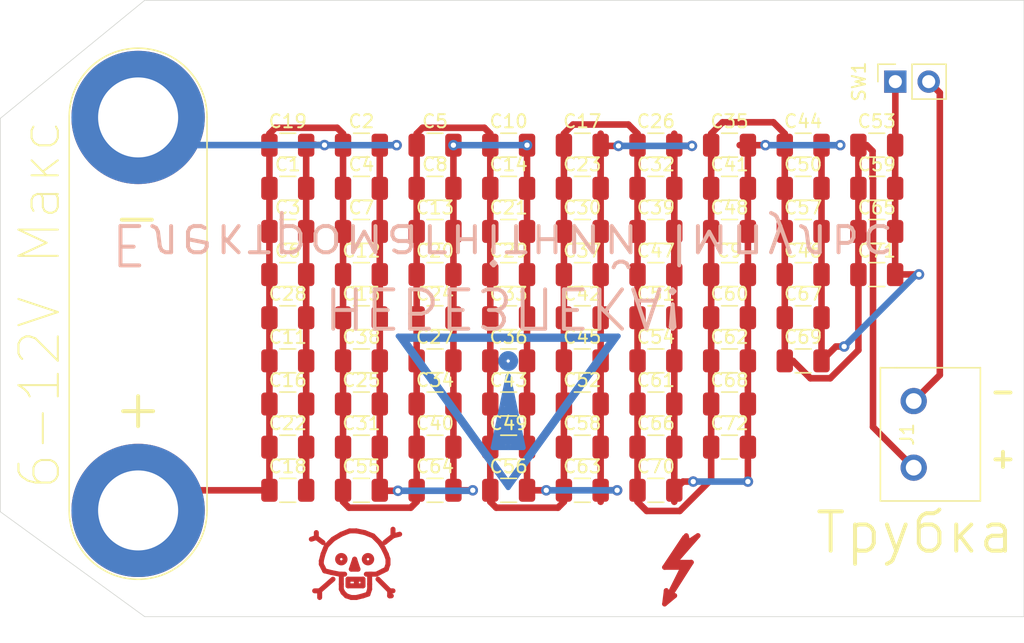
<source format=kicad_pcb>
(kicad_pcb (version 20171130) (host pcbnew 5.1.5+dfsg1-2build2)

  (general
    (thickness 1.6)
    (drawings 13)
    (tracks 153)
    (zones 0)
    (modules 78)
    (nets 4)
  )

  (page A4)
  (title_block
    (title "EMP Generator For Україна ")
    (date 2022-03-01)
  )

  (layers
    (0 F.Cu signal)
    (31 B.Cu signal)
    (32 B.Adhes user)
    (33 F.Adhes user)
    (34 B.Paste user)
    (35 F.Paste user)
    (36 B.SilkS user)
    (37 F.SilkS user)
    (38 B.Mask user)
    (39 F.Mask user)
    (40 Dwgs.User user)
    (41 Cmts.User user)
    (42 Eco1.User user)
    (43 Eco2.User user)
    (44 Edge.Cuts user)
    (45 Margin user)
    (46 B.CrtYd user)
    (47 F.CrtYd user)
    (48 B.Fab user)
    (49 F.Fab user)
  )

  (setup
    (last_trace_width 0.5)
    (trace_clearance 0.2)
    (zone_clearance 0.508)
    (zone_45_only no)
    (trace_min 0.2)
    (via_size 0.8)
    (via_drill 0.4)
    (via_min_size 0.4)
    (via_min_drill 0.3)
    (uvia_size 0.3)
    (uvia_drill 0.1)
    (uvias_allowed no)
    (uvia_min_size 0.2)
    (uvia_min_drill 0.1)
    (edge_width 0.05)
    (segment_width 0.2)
    (pcb_text_width 0.3)
    (pcb_text_size 1.5 1.5)
    (mod_edge_width 0.12)
    (mod_text_size 1 1)
    (mod_text_width 0.15)
    (pad_size 1.524 1.524)
    (pad_drill 0.762)
    (pad_to_mask_clearance 0.051)
    (solder_mask_min_width 0.25)
    (aux_axis_origin 0 0)
    (visible_elements FFFFFF7F)
    (pcbplotparams
      (layerselection 0x010fc_ffffffff)
      (usegerberextensions false)
      (usegerberattributes false)
      (usegerberadvancedattributes false)
      (creategerberjobfile false)
      (excludeedgelayer true)
      (linewidth 0.100000)
      (plotframeref false)
      (viasonmask false)
      (mode 1)
      (useauxorigin false)
      (hpglpennumber 1)
      (hpglpenspeed 20)
      (hpglpendiameter 15.000000)
      (psnegative false)
      (psa4output false)
      (plotreference true)
      (plotvalue true)
      (plotinvisibletext false)
      (padsonsilk false)
      (subtractmaskfromsilk false)
      (outputformat 1)
      (mirror false)
      (drillshape 0)
      (scaleselection 1)
      (outputdirectory "gerber"))
  )

  (net 0 "")
  (net 1 "Net-(J1-Pad1)")
  (net 2 +)
  (net 3 -)

  (net_class Default "This is the default net class."
    (clearance 0.2)
    (trace_width 0.5)
    (via_dia 0.8)
    (via_drill 0.4)
    (uvia_dia 0.3)
    (uvia_drill 0.1)
    (add_net +)
    (add_net -)
    (add_net "Net-(J1-Pad1)")
  )

  (module Symbol:Symbol_Highvoltage_Type1_CopperTop_Small (layer F.Cu) (tedit 0) (tstamp 621EBDCF)
    (at 150 113)
    (descr "Symbol, Highvoltage, Type 1, Copper Top, Small,")
    (tags "Symbol, Highvoltage, Type 1, Copper Top, Small,")
    (attr virtual)
    (fp_text reference REF** (at 1.016 -5.207) (layer F.Fab)
      (effects (font (size 1 1) (thickness 0.15)))
    )
    (fp_text value Symbol_Highvoltage_Type1_CopperTop_Small (at 0.508 4.191) (layer F.Fab)
      (effects (font (size 1 1) (thickness 0.15)))
    )
    (fp_line (start -0.127 1.524) (end -0.254 1.016) (layer F.Cu) (width 0.381))
    (fp_line (start 1.016 -0.762) (end -0.127 1.524) (layer F.Cu) (width 0.381))
    (fp_line (start -0.381 -0.762) (end 1.016 -0.762) (layer F.Cu) (width 0.381))
    (fp_line (start 1.143 -3.048) (end -0.381 -0.762) (layer F.Cu) (width 0.381))
    (fp_line (start 1.397 -2.667) (end 1.27 -3.175) (layer F.Cu) (width 0.381))
    (fp_line (start 2.159 -3.175) (end 1.397 -2.667) (layer F.Cu) (width 0.381))
    (fp_line (start 0.381 -1.143) (end 2.159 -3.175) (layer F.Cu) (width 0.381))
    (fp_line (start 1.651 -1.143) (end 0.381 -1.143) (layer F.Cu) (width 0.381))
    (fp_line (start -0.127 1.651) (end 1.651 -1.143) (layer F.Cu) (width 0.381))
    (fp_line (start 0.381 1.397) (end -0.127 1.651) (layer F.Cu) (width 0.381))
    (fp_line (start -0.381 2.032) (end 0.381 1.397) (layer F.Cu) (width 0.381))
    (fp_line (start -0.254 1.016) (end -0.381 2.032) (layer F.Cu) (width 0.381))
    (fp_line (start 0 -0.889) (end 1.27 -0.889) (layer F.Cu) (width 0.381))
    (fp_line (start 1.397 -2.794) (end 0 -0.889) (layer F.Cu) (width 0.381))
  )

  (module Symbol:Symbol_Attention_CopperTop_Big (layer B.Cu) (tedit 0) (tstamp 621EA9CC)
    (at 137.7 99.3)
    (descr "Symbol, Attention, Copper Top, Big,")
    (tags "Symbol, Attention, Copper Top, Big,")
    (attr virtual)
    (fp_text reference REF** (at 0 8.128) (layer F.Fab)
      (effects (font (size 1 1) (thickness 0.15)))
    )
    (fp_text value Symbol_Attention_CopperTop_Big (at 0.381 -7.62) (layer B.Fab)
      (effects (font (size 1 1) (thickness 0.15)) (justify mirror))
    )
    (fp_line (start -1.143 3.81) (end 0 3.81) (layer B.Cu) (width 0.381))
    (fp_line (start 0 -1.651) (end -1.143 3.81) (layer B.Cu) (width 0.381))
    (fp_line (start 1.143 3.81) (end 0 -1.651) (layer B.Cu) (width 0.381))
    (fp_line (start 0 3.81) (end 1.143 3.81) (layer B.Cu) (width 0.381))
    (fp_circle (center 0 -2.794) (end 0.254 -3.302) (layer B.Cu) (width 0.381))
    (fp_circle (center 0 -2.794) (end 0 -2.921) (layer B.Cu) (width 0.381))
    (fp_circle (center 0 -2.794) (end 0.127 -2.921) (layer B.Cu) (width 0.381))
    (fp_line (start 0 -1.651) (end 0.762 3.683) (layer B.Cu) (width 0.381))
    (fp_line (start -0.508 2.159) (end -0.635 3.429) (layer B.Cu) (width 0.381))
    (fp_line (start -0.889 3.556) (end -0.508 2.159) (layer B.Cu) (width 0.381))
    (fp_line (start -0.381 3.556) (end -0.889 3.556) (layer B.Cu) (width 0.381))
    (fp_line (start -0.381 0.889) (end -0.381 3.556) (layer B.Cu) (width 0.381))
    (fp_line (start 0 3.556) (end -0.381 0.889) (layer B.Cu) (width 0.381))
    (fp_line (start -0.127 -0.127) (end 0 3.556) (layer B.Cu) (width 0.381))
    (fp_line (start 0.381 3.556) (end -0.127 -0.127) (layer B.Cu) (width 0.381))
    (fp_line (start 0 -1.524) (end 0.381 3.556) (layer B.Cu) (width 0.381))
    (fp_line (start -7.874 -4.445) (end 0 6.477) (layer B.Cu) (width 0.381))
    (fp_line (start 7.874 -4.445) (end -7.874 -4.445) (layer B.Cu) (width 0.381))
    (fp_line (start 0 6.477) (end 7.874 -4.445) (layer B.Cu) (width 0.381))
    (fp_line (start -8.382 -4.699) (end 0 6.858) (layer B.Cu) (width 0.381))
    (fp_line (start 8.382 -4.699) (end -8.382 -4.699) (layer B.Cu) (width 0.381))
    (fp_line (start 0 6.858) (end 8.382 -4.699) (layer B.Cu) (width 0.381))
  )

  (module Symbol:Symbol_Danger_CopperTop_Small (layer F.Cu) (tedit 0) (tstamp 621EBE9A)
    (at 126 112)
    (descr "Symbol, Danger, Copper Top, Small,")
    (tags "Symbol, Danger, Copper Top, Small,")
    (attr virtual)
    (fp_text reference REF** (at 0.254 -4.699) (layer F.Fab)
      (effects (font (size 1 1) (thickness 0.15)))
    )
    (fp_text value Symbol_Danger_CopperTop_Small (at 0.889 4.572) (layer F.Fab)
      (effects (font (size 1 1) (thickness 0.15)))
    )
    (fp_line (start 1.27 0.762) (end 0.889 0.762) (layer F.Cu) (width 0.381))
    (fp_line (start 1.651 0.762) (end 1.27 0.762) (layer F.Cu) (width 0.381))
    (fp_line (start 2.159 0.508) (end 1.651 0.762) (layer F.Cu) (width 0.381))
    (fp_line (start 2.413 0.381) (end 2.159 0.508) (layer F.Cu) (width 0.381))
    (fp_line (start 2.54 0) (end 2.413 0.381) (layer F.Cu) (width 0.381))
    (fp_line (start 2.54 -0.381) (end 2.54 0) (layer F.Cu) (width 0.381))
    (fp_line (start 2.413 -0.762) (end 2.54 -0.381) (layer F.Cu) (width 0.381))
    (fp_line (start 2.159 -1.27) (end 2.413 -0.762) (layer F.Cu) (width 0.381))
    (fp_line (start 1.905 -1.651) (end 2.159 -1.27) (layer F.Cu) (width 0.381))
    (fp_line (start 1.397 -2.159) (end 1.905 -1.651) (layer F.Cu) (width 0.381))
    (fp_line (start 0.762 -2.413) (end 1.397 -2.159) (layer F.Cu) (width 0.381))
    (fp_line (start 0.127 -2.54) (end 0.762 -2.413) (layer F.Cu) (width 0.381))
    (fp_line (start -0.381 -2.54) (end 0.127 -2.54) (layer F.Cu) (width 0.381))
    (fp_line (start -1.016 -2.286) (end -0.381 -2.54) (layer F.Cu) (width 0.381))
    (fp_line (start -1.651 -1.905) (end -1.016 -2.286) (layer F.Cu) (width 0.381))
    (fp_line (start -2.159 -1.397) (end -1.651 -1.905) (layer F.Cu) (width 0.381))
    (fp_line (start -2.413 -0.762) (end -2.159 -1.397) (layer F.Cu) (width 0.381))
    (fp_line (start -2.54 -0.254) (end -2.413 -0.762) (layer F.Cu) (width 0.381))
    (fp_line (start -2.54 0) (end -2.54 -0.254) (layer F.Cu) (width 0.381))
    (fp_line (start -1.143 0.762) (end -0.762 0.762) (layer F.Cu) (width 0.381))
    (fp_line (start -1.778 0.635) (end -1.143 0.762) (layer F.Cu) (width 0.381))
    (fp_line (start -2.286 0.508) (end -1.778 0.635) (layer F.Cu) (width 0.381))
    (fp_line (start -2.413 0.254) (end -2.286 0.508) (layer F.Cu) (width 0.381))
    (fp_line (start -2.54 0) (end -2.413 0.254) (layer F.Cu) (width 0.381))
    (fp_line (start -1.016 1.524) (end -1.016 0.762) (layer F.Cu) (width 0.381))
    (fp_line (start -1.016 1.905) (end -1.016 1.524) (layer F.Cu) (width 0.381))
    (fp_line (start 0.127 2.54) (end -0.254 2.54) (layer F.Cu) (width 0.381))
    (fp_line (start 0.635 2.413) (end 0.127 2.54) (layer F.Cu) (width 0.381))
    (fp_line (start 1.016 2.286) (end 0.635 2.413) (layer F.Cu) (width 0.381))
    (fp_line (start 1.143 1.905) (end 1.016 2.286) (layer F.Cu) (width 0.381))
    (fp_line (start 1.143 1.524) (end 1.143 1.905) (layer F.Cu) (width 0.381))
    (fp_line (start 1.143 0.762) (end 1.143 1.524) (layer F.Cu) (width 0.381))
    (fp_line (start -0.635 2.413) (end -0.254 2.54) (layer F.Cu) (width 0.381))
    (fp_line (start -0.889 2.159) (end -0.635 2.413) (layer F.Cu) (width 0.381))
    (fp_line (start -1.016 1.905) (end -0.889 2.159) (layer F.Cu) (width 0.381))
    (fp_line (start -0.254 0.381) (end 0 -0.381) (layer F.Cu) (width 0.381))
    (fp_line (start 0.254 0.381) (end -0.254 0.381) (layer F.Cu) (width 0.381))
    (fp_line (start 0 -0.381) (end 0.254 0.381) (layer F.Cu) (width 0.381))
    (fp_circle (center 1.016 -0.381) (end 1.27 -0.254) (layer F.Cu) (width 0.381))
    (fp_circle (center -1.016 -0.381) (end -1.27 -0.254) (layer F.Cu) (width 0.381))
    (fp_line (start -0.508 1.651) (end -0.508 1.143) (layer F.Cu) (width 0.381))
    (fp_line (start 0.635 1.651) (end -0.508 1.651) (layer F.Cu) (width 0.381))
    (fp_line (start 0.635 1.143) (end 0.635 1.651) (layer F.Cu) (width 0.381))
    (fp_line (start -0.508 1.143) (end 0.635 1.143) (layer F.Cu) (width 0.381))
    (fp_line (start 0.127 1.27) (end 0.127 1.524) (layer F.Cu) (width 0.381))
    (fp_line (start 2.286 -1.651) (end 2.921 -2.159) (layer F.Cu) (width 0.381))
    (fp_line (start 2.921 -2.159) (end 2.921 -2.667) (layer F.Cu) (width 0.381))
    (fp_line (start 2.921 -2.159) (end 3.429 -2.286) (layer F.Cu) (width 0.381))
    (fp_line (start -1.651 1.143) (end -2.667 2.032) (layer F.Cu) (width 0.381))
    (fp_line (start -2.667 2.032) (end -3.048 2.032) (layer F.Cu) (width 0.381))
    (fp_line (start -2.667 2.032) (end -2.667 2.54) (layer F.Cu) (width 0.381))
    (fp_line (start -2.413 -1.651) (end -2.921 -2.032) (layer F.Cu) (width 0.381))
    (fp_line (start -2.921 -2.032) (end -2.921 -2.413) (layer F.Cu) (width 0.381))
    (fp_line (start -2.921 -2.032) (end -3.302 -1.905) (layer F.Cu) (width 0.381))
    (fp_line (start 2.667 2.032) (end 2.921 2.032) (layer F.Cu) (width 0.381))
    (fp_line (start 1.778 1.143) (end 2.667 2.032) (layer F.Cu) (width 0.381))
    (fp_line (start 2.667 2.413) (end 2.794 2.413) (layer F.Cu) (width 0.381))
    (fp_line (start 2.667 2.032) (end 2.667 2.413) (layer F.Cu) (width 0.381))
  )

  (module Connector:Banana_Jack_2Pin (layer F.Cu) (tedit 5A1AB217) (tstamp 621E1D3A)
    (at 109.5 107.9 90)
    (descr "Dual banana socket, footprint - 2 x 6mm drills")
    (tags "banana socket")
    (path /6227B132)
    (fp_text reference BT1 (at 11.3 -2.8 180) (layer F.Fab)
      (effects (font (size 1 1) (thickness 0.15)))
    )
    (fp_text value 9v (at 14.985 6.29 90) (layer F.Fab)
      (effects (font (size 1 1) (thickness 0.15)))
    )
    (fp_text user %R (at 14.985 0 90) (layer F.Fab)
      (effects (font (size 1 1) (thickness 0.15)))
    )
    (fp_line (start 30 -5.5) (end 0 -5.5) (layer F.CrtYd) (width 0.05))
    (fp_line (start 0 5.5) (end 30 5.5) (layer F.CrtYd) (width 0.05))
    (fp_line (start 0 5.25) (end 30 5.25) (layer F.SilkS) (width 0.12))
    (fp_line (start 30 -5.25) (end 0 -5.25) (layer F.SilkS) (width 0.12))
    (fp_circle (center 30 0) (end 32 0) (layer F.Fab) (width 0.1))
    (fp_circle (center 0 0) (end 2 0) (layer F.Fab) (width 0.1))
    (fp_circle (center 0 0) (end 4.75 0) (layer F.Fab) (width 0.1))
    (fp_circle (center 30 0) (end 34.75 0) (layer F.Fab) (width 0.1))
    (fp_arc (start 0 0) (end 0 5.5) (angle 180) (layer F.CrtYd) (width 0.05))
    (fp_arc (start 30 0) (end 30 -5.5) (angle 180) (layer F.CrtYd) (width 0.05))
    (fp_arc (start 30 0) (end 30 -5.25) (angle 180) (layer F.SilkS) (width 0.12))
    (fp_arc (start 0 0) (end 0 5.25) (angle 180) (layer F.SilkS) (width 0.12))
    (pad 1 thru_hole circle (at 0 0 90) (size 10.16 10.16) (drill 6.1) (layers *.Cu *.Mask)
      (net 2 +))
    (pad 2 thru_hole circle (at 29.97 0 90) (size 10.16 10.16) (drill 6.1) (layers *.Cu *.Mask)
      (net 3 -))
    (model ${KISYS3DMOD}/Connector.3dshapes/Banana_Jack_2Pin.wrl
      (offset (xyz 14.98599977493286 0 0))
      (scale (xyz 2 2 2))
      (rotate (xyz 0 0 0))
    )
  )

  (module Capacitor_SMD:C_1206_3216Metric (layer F.Cu) (tedit 5B301BBE) (tstamp 621E1D4B)
    (at 120.905001 83.335001)
    (descr "Capacitor SMD 1206 (3216 Metric), square (rectangular) end terminal, IPC_7351 nominal, (Body size source: http://www.tortai-tech.com/upload/download/2011102023233369053.pdf), generated with kicad-footprint-generator")
    (tags capacitor)
    (path /621DE0CC/621DE281)
    (attr smd)
    (fp_text reference C1 (at 0 -1.82) (layer F.SilkS)
      (effects (font (size 1 1) (thickness 0.15)))
    )
    (fp_text value 100uF (at 0 1.82) (layer F.Fab)
      (effects (font (size 1 1) (thickness 0.15)))
    )
    (fp_line (start -1.6 0.8) (end -1.6 -0.8) (layer F.Fab) (width 0.1))
    (fp_line (start -1.6 -0.8) (end 1.6 -0.8) (layer F.Fab) (width 0.1))
    (fp_line (start 1.6 -0.8) (end 1.6 0.8) (layer F.Fab) (width 0.1))
    (fp_line (start 1.6 0.8) (end -1.6 0.8) (layer F.Fab) (width 0.1))
    (fp_line (start -0.602064 -0.91) (end 0.602064 -0.91) (layer F.SilkS) (width 0.12))
    (fp_line (start -0.602064 0.91) (end 0.602064 0.91) (layer F.SilkS) (width 0.12))
    (fp_line (start -2.28 1.12) (end -2.28 -1.12) (layer F.CrtYd) (width 0.05))
    (fp_line (start -2.28 -1.12) (end 2.28 -1.12) (layer F.CrtYd) (width 0.05))
    (fp_line (start 2.28 -1.12) (end 2.28 1.12) (layer F.CrtYd) (width 0.05))
    (fp_line (start 2.28 1.12) (end -2.28 1.12) (layer F.CrtYd) (width 0.05))
    (fp_text user %R (at 0 0) (layer F.Fab)
      (effects (font (size 0.8 0.8) (thickness 0.12)))
    )
    (pad 1 smd roundrect (at -1.4 0) (size 1.25 1.75) (layers F.Cu F.Paste F.Mask) (roundrect_rratio 0.2)
      (net 2 +))
    (pad 2 smd roundrect (at 1.4 0) (size 1.25 1.75) (layers F.Cu F.Paste F.Mask) (roundrect_rratio 0.2)
      (net 3 -))
    (model ${KISYS3DMOD}/Capacitor_SMD.3dshapes/C_1206_3216Metric.wrl
      (at (xyz 0 0 0))
      (scale (xyz 1 1 1))
      (rotate (xyz 0 0 0))
    )
  )

  (module Capacitor_SMD:C_1206_3216Metric (layer F.Cu) (tedit 5B301BBE) (tstamp 621E1D5C)
    (at 126.515001 80.045001)
    (descr "Capacitor SMD 1206 (3216 Metric), square (rectangular) end terminal, IPC_7351 nominal, (Body size source: http://www.tortai-tech.com/upload/download/2011102023233369053.pdf), generated with kicad-footprint-generator")
    (tags capacitor)
    (path /621DE0CC/621E3BBF)
    (attr smd)
    (fp_text reference C2 (at 0 -1.82) (layer F.SilkS)
      (effects (font (size 1 1) (thickness 0.15)))
    )
    (fp_text value 100uF (at 0 1.82) (layer F.Fab)
      (effects (font (size 1 1) (thickness 0.15)))
    )
    (fp_text user %R (at 0 0) (layer F.Fab)
      (effects (font (size 0.8 0.8) (thickness 0.12)))
    )
    (fp_line (start 2.28 1.12) (end -2.28 1.12) (layer F.CrtYd) (width 0.05))
    (fp_line (start 2.28 -1.12) (end 2.28 1.12) (layer F.CrtYd) (width 0.05))
    (fp_line (start -2.28 -1.12) (end 2.28 -1.12) (layer F.CrtYd) (width 0.05))
    (fp_line (start -2.28 1.12) (end -2.28 -1.12) (layer F.CrtYd) (width 0.05))
    (fp_line (start -0.602064 0.91) (end 0.602064 0.91) (layer F.SilkS) (width 0.12))
    (fp_line (start -0.602064 -0.91) (end 0.602064 -0.91) (layer F.SilkS) (width 0.12))
    (fp_line (start 1.6 0.8) (end -1.6 0.8) (layer F.Fab) (width 0.1))
    (fp_line (start 1.6 -0.8) (end 1.6 0.8) (layer F.Fab) (width 0.1))
    (fp_line (start -1.6 -0.8) (end 1.6 -0.8) (layer F.Fab) (width 0.1))
    (fp_line (start -1.6 0.8) (end -1.6 -0.8) (layer F.Fab) (width 0.1))
    (pad 2 smd roundrect (at 1.4 0) (size 1.25 1.75) (layers F.Cu F.Paste F.Mask) (roundrect_rratio 0.2)
      (net 3 -))
    (pad 1 smd roundrect (at -1.4 0) (size 1.25 1.75) (layers F.Cu F.Paste F.Mask) (roundrect_rratio 0.2)
      (net 2 +))
    (model ${KISYS3DMOD}/Capacitor_SMD.3dshapes/C_1206_3216Metric.wrl
      (at (xyz 0 0 0))
      (scale (xyz 1 1 1))
      (rotate (xyz 0 0 0))
    )
  )

  (module Capacitor_SMD:C_1206_3216Metric (layer F.Cu) (tedit 5B301BBE) (tstamp 621E1D6D)
    (at 120.905001 86.625001)
    (descr "Capacitor SMD 1206 (3216 Metric), square (rectangular) end terminal, IPC_7351 nominal, (Body size source: http://www.tortai-tech.com/upload/download/2011102023233369053.pdf), generated with kicad-footprint-generator")
    (tags capacitor)
    (path /621DE0CC/621E3FB5)
    (attr smd)
    (fp_text reference C3 (at 0 -1.82) (layer F.SilkS)
      (effects (font (size 1 1) (thickness 0.15)))
    )
    (fp_text value 100uF (at 0 1.82) (layer F.Fab)
      (effects (font (size 1 1) (thickness 0.15)))
    )
    (fp_text user %R (at 0 0) (layer F.Fab)
      (effects (font (size 0.8 0.8) (thickness 0.12)))
    )
    (fp_line (start 2.28 1.12) (end -2.28 1.12) (layer F.CrtYd) (width 0.05))
    (fp_line (start 2.28 -1.12) (end 2.28 1.12) (layer F.CrtYd) (width 0.05))
    (fp_line (start -2.28 -1.12) (end 2.28 -1.12) (layer F.CrtYd) (width 0.05))
    (fp_line (start -2.28 1.12) (end -2.28 -1.12) (layer F.CrtYd) (width 0.05))
    (fp_line (start -0.602064 0.91) (end 0.602064 0.91) (layer F.SilkS) (width 0.12))
    (fp_line (start -0.602064 -0.91) (end 0.602064 -0.91) (layer F.SilkS) (width 0.12))
    (fp_line (start 1.6 0.8) (end -1.6 0.8) (layer F.Fab) (width 0.1))
    (fp_line (start 1.6 -0.8) (end 1.6 0.8) (layer F.Fab) (width 0.1))
    (fp_line (start -1.6 -0.8) (end 1.6 -0.8) (layer F.Fab) (width 0.1))
    (fp_line (start -1.6 0.8) (end -1.6 -0.8) (layer F.Fab) (width 0.1))
    (pad 2 smd roundrect (at 1.4 0) (size 1.25 1.75) (layers F.Cu F.Paste F.Mask) (roundrect_rratio 0.2)
      (net 3 -))
    (pad 1 smd roundrect (at -1.4 0) (size 1.25 1.75) (layers F.Cu F.Paste F.Mask) (roundrect_rratio 0.2)
      (net 2 +))
    (model ${KISYS3DMOD}/Capacitor_SMD.3dshapes/C_1206_3216Metric.wrl
      (at (xyz 0 0 0))
      (scale (xyz 1 1 1))
      (rotate (xyz 0 0 0))
    )
  )

  (module Capacitor_SMD:C_1206_3216Metric (layer F.Cu) (tedit 5B301BBE) (tstamp 621E1D7E)
    (at 126.515001 83.335001)
    (descr "Capacitor SMD 1206 (3216 Metric), square (rectangular) end terminal, IPC_7351 nominal, (Body size source: http://www.tortai-tech.com/upload/download/2011102023233369053.pdf), generated with kicad-footprint-generator")
    (tags capacitor)
    (path /621DE0CC/621E94AF)
    (attr smd)
    (fp_text reference C4 (at 0 -1.82) (layer F.SilkS)
      (effects (font (size 1 1) (thickness 0.15)))
    )
    (fp_text value 100uF (at 0 1.82) (layer F.Fab)
      (effects (font (size 1 1) (thickness 0.15)))
    )
    (fp_line (start -1.6 0.8) (end -1.6 -0.8) (layer F.Fab) (width 0.1))
    (fp_line (start -1.6 -0.8) (end 1.6 -0.8) (layer F.Fab) (width 0.1))
    (fp_line (start 1.6 -0.8) (end 1.6 0.8) (layer F.Fab) (width 0.1))
    (fp_line (start 1.6 0.8) (end -1.6 0.8) (layer F.Fab) (width 0.1))
    (fp_line (start -0.602064 -0.91) (end 0.602064 -0.91) (layer F.SilkS) (width 0.12))
    (fp_line (start -0.602064 0.91) (end 0.602064 0.91) (layer F.SilkS) (width 0.12))
    (fp_line (start -2.28 1.12) (end -2.28 -1.12) (layer F.CrtYd) (width 0.05))
    (fp_line (start -2.28 -1.12) (end 2.28 -1.12) (layer F.CrtYd) (width 0.05))
    (fp_line (start 2.28 -1.12) (end 2.28 1.12) (layer F.CrtYd) (width 0.05))
    (fp_line (start 2.28 1.12) (end -2.28 1.12) (layer F.CrtYd) (width 0.05))
    (fp_text user %R (at 0 0) (layer F.Fab)
      (effects (font (size 0.8 0.8) (thickness 0.12)))
    )
    (pad 1 smd roundrect (at -1.4 0) (size 1.25 1.75) (layers F.Cu F.Paste F.Mask) (roundrect_rratio 0.2)
      (net 2 +))
    (pad 2 smd roundrect (at 1.4 0) (size 1.25 1.75) (layers F.Cu F.Paste F.Mask) (roundrect_rratio 0.2)
      (net 3 -))
    (model ${KISYS3DMOD}/Capacitor_SMD.3dshapes/C_1206_3216Metric.wrl
      (at (xyz 0 0 0))
      (scale (xyz 1 1 1))
      (rotate (xyz 0 0 0))
    )
  )

  (module Capacitor_SMD:C_1206_3216Metric (layer F.Cu) (tedit 5B301BBE) (tstamp 621E1D8F)
    (at 132.125001 80.045001)
    (descr "Capacitor SMD 1206 (3216 Metric), square (rectangular) end terminal, IPC_7351 nominal, (Body size source: http://www.tortai-tech.com/upload/download/2011102023233369053.pdf), generated with kicad-footprint-generator")
    (tags capacitor)
    (path /621DE0CC/621DE317)
    (attr smd)
    (fp_text reference C5 (at 0 -1.82) (layer F.SilkS)
      (effects (font (size 1 1) (thickness 0.15)))
    )
    (fp_text value 100uF (at 0 1.82) (layer F.Fab)
      (effects (font (size 1 1) (thickness 0.15)))
    )
    (fp_text user %R (at 0 0) (layer F.Fab)
      (effects (font (size 0.8 0.8) (thickness 0.12)))
    )
    (fp_line (start 2.28 1.12) (end -2.28 1.12) (layer F.CrtYd) (width 0.05))
    (fp_line (start 2.28 -1.12) (end 2.28 1.12) (layer F.CrtYd) (width 0.05))
    (fp_line (start -2.28 -1.12) (end 2.28 -1.12) (layer F.CrtYd) (width 0.05))
    (fp_line (start -2.28 1.12) (end -2.28 -1.12) (layer F.CrtYd) (width 0.05))
    (fp_line (start -0.602064 0.91) (end 0.602064 0.91) (layer F.SilkS) (width 0.12))
    (fp_line (start -0.602064 -0.91) (end 0.602064 -0.91) (layer F.SilkS) (width 0.12))
    (fp_line (start 1.6 0.8) (end -1.6 0.8) (layer F.Fab) (width 0.1))
    (fp_line (start 1.6 -0.8) (end 1.6 0.8) (layer F.Fab) (width 0.1))
    (fp_line (start -1.6 -0.8) (end 1.6 -0.8) (layer F.Fab) (width 0.1))
    (fp_line (start -1.6 0.8) (end -1.6 -0.8) (layer F.Fab) (width 0.1))
    (pad 2 smd roundrect (at 1.4 0) (size 1.25 1.75) (layers F.Cu F.Paste F.Mask) (roundrect_rratio 0.2)
      (net 3 -))
    (pad 1 smd roundrect (at -1.4 0) (size 1.25 1.75) (layers F.Cu F.Paste F.Mask) (roundrect_rratio 0.2)
      (net 2 +))
    (model ${KISYS3DMOD}/Capacitor_SMD.3dshapes/C_1206_3216Metric.wrl
      (at (xyz 0 0 0))
      (scale (xyz 1 1 1))
      (rotate (xyz 0 0 0))
    )
  )

  (module Capacitor_SMD:C_1206_3216Metric (layer F.Cu) (tedit 5B301BBE) (tstamp 621E1DA0)
    (at 120.905001 89.915001)
    (descr "Capacitor SMD 1206 (3216 Metric), square (rectangular) end terminal, IPC_7351 nominal, (Body size source: http://www.tortai-tech.com/upload/download/2011102023233369053.pdf), generated with kicad-footprint-generator")
    (tags capacitor)
    (path /621DE0CC/621E3BC5)
    (attr smd)
    (fp_text reference C6 (at 0 -1.82) (layer F.SilkS)
      (effects (font (size 1 1) (thickness 0.15)))
    )
    (fp_text value 100uF (at 0 1.82) (layer F.Fab)
      (effects (font (size 1 1) (thickness 0.15)))
    )
    (fp_line (start -1.6 0.8) (end -1.6 -0.8) (layer F.Fab) (width 0.1))
    (fp_line (start -1.6 -0.8) (end 1.6 -0.8) (layer F.Fab) (width 0.1))
    (fp_line (start 1.6 -0.8) (end 1.6 0.8) (layer F.Fab) (width 0.1))
    (fp_line (start 1.6 0.8) (end -1.6 0.8) (layer F.Fab) (width 0.1))
    (fp_line (start -0.602064 -0.91) (end 0.602064 -0.91) (layer F.SilkS) (width 0.12))
    (fp_line (start -0.602064 0.91) (end 0.602064 0.91) (layer F.SilkS) (width 0.12))
    (fp_line (start -2.28 1.12) (end -2.28 -1.12) (layer F.CrtYd) (width 0.05))
    (fp_line (start -2.28 -1.12) (end 2.28 -1.12) (layer F.CrtYd) (width 0.05))
    (fp_line (start 2.28 -1.12) (end 2.28 1.12) (layer F.CrtYd) (width 0.05))
    (fp_line (start 2.28 1.12) (end -2.28 1.12) (layer F.CrtYd) (width 0.05))
    (fp_text user %R (at 0 0) (layer F.Fab)
      (effects (font (size 0.8 0.8) (thickness 0.12)))
    )
    (pad 1 smd roundrect (at -1.4 0) (size 1.25 1.75) (layers F.Cu F.Paste F.Mask) (roundrect_rratio 0.2)
      (net 2 +))
    (pad 2 smd roundrect (at 1.4 0) (size 1.25 1.75) (layers F.Cu F.Paste F.Mask) (roundrect_rratio 0.2)
      (net 3 -))
    (model ${KISYS3DMOD}/Capacitor_SMD.3dshapes/C_1206_3216Metric.wrl
      (at (xyz 0 0 0))
      (scale (xyz 1 1 1))
      (rotate (xyz 0 0 0))
    )
  )

  (module Capacitor_SMD:C_1206_3216Metric (layer F.Cu) (tedit 5B301BBE) (tstamp 621E1DB1)
    (at 126.515001 86.625001)
    (descr "Capacitor SMD 1206 (3216 Metric), square (rectangular) end terminal, IPC_7351 nominal, (Body size source: http://www.tortai-tech.com/upload/download/2011102023233369053.pdf), generated with kicad-footprint-generator")
    (tags capacitor)
    (path /621DE0CC/621E3FBB)
    (attr smd)
    (fp_text reference C7 (at 0 -1.82) (layer F.SilkS)
      (effects (font (size 1 1) (thickness 0.15)))
    )
    (fp_text value 100uF (at 0 1.82) (layer F.Fab)
      (effects (font (size 1 1) (thickness 0.15)))
    )
    (fp_line (start -1.6 0.8) (end -1.6 -0.8) (layer F.Fab) (width 0.1))
    (fp_line (start -1.6 -0.8) (end 1.6 -0.8) (layer F.Fab) (width 0.1))
    (fp_line (start 1.6 -0.8) (end 1.6 0.8) (layer F.Fab) (width 0.1))
    (fp_line (start 1.6 0.8) (end -1.6 0.8) (layer F.Fab) (width 0.1))
    (fp_line (start -0.602064 -0.91) (end 0.602064 -0.91) (layer F.SilkS) (width 0.12))
    (fp_line (start -0.602064 0.91) (end 0.602064 0.91) (layer F.SilkS) (width 0.12))
    (fp_line (start -2.28 1.12) (end -2.28 -1.12) (layer F.CrtYd) (width 0.05))
    (fp_line (start -2.28 -1.12) (end 2.28 -1.12) (layer F.CrtYd) (width 0.05))
    (fp_line (start 2.28 -1.12) (end 2.28 1.12) (layer F.CrtYd) (width 0.05))
    (fp_line (start 2.28 1.12) (end -2.28 1.12) (layer F.CrtYd) (width 0.05))
    (fp_text user %R (at 0 0) (layer F.Fab)
      (effects (font (size 0.8 0.8) (thickness 0.12)))
    )
    (pad 1 smd roundrect (at -1.4 0) (size 1.25 1.75) (layers F.Cu F.Paste F.Mask) (roundrect_rratio 0.2)
      (net 2 +))
    (pad 2 smd roundrect (at 1.4 0) (size 1.25 1.75) (layers F.Cu F.Paste F.Mask) (roundrect_rratio 0.2)
      (net 3 -))
    (model ${KISYS3DMOD}/Capacitor_SMD.3dshapes/C_1206_3216Metric.wrl
      (at (xyz 0 0 0))
      (scale (xyz 1 1 1))
      (rotate (xyz 0 0 0))
    )
  )

  (module Capacitor_SMD:C_1206_3216Metric (layer F.Cu) (tedit 5B301BBE) (tstamp 621E1DC2)
    (at 132.125001 83.335001)
    (descr "Capacitor SMD 1206 (3216 Metric), square (rectangular) end terminal, IPC_7351 nominal, (Body size source: http://www.tortai-tech.com/upload/download/2011102023233369053.pdf), generated with kicad-footprint-generator")
    (tags capacitor)
    (path /621DE0CC/621E94B5)
    (attr smd)
    (fp_text reference C8 (at 0 -1.82) (layer F.SilkS)
      (effects (font (size 1 1) (thickness 0.15)))
    )
    (fp_text value 100uF (at 0 1.82) (layer F.Fab)
      (effects (font (size 1 1) (thickness 0.15)))
    )
    (fp_text user %R (at 0 0) (layer F.Fab)
      (effects (font (size 0.8 0.8) (thickness 0.12)))
    )
    (fp_line (start 2.28 1.12) (end -2.28 1.12) (layer F.CrtYd) (width 0.05))
    (fp_line (start 2.28 -1.12) (end 2.28 1.12) (layer F.CrtYd) (width 0.05))
    (fp_line (start -2.28 -1.12) (end 2.28 -1.12) (layer F.CrtYd) (width 0.05))
    (fp_line (start -2.28 1.12) (end -2.28 -1.12) (layer F.CrtYd) (width 0.05))
    (fp_line (start -0.602064 0.91) (end 0.602064 0.91) (layer F.SilkS) (width 0.12))
    (fp_line (start -0.602064 -0.91) (end 0.602064 -0.91) (layer F.SilkS) (width 0.12))
    (fp_line (start 1.6 0.8) (end -1.6 0.8) (layer F.Fab) (width 0.1))
    (fp_line (start 1.6 -0.8) (end 1.6 0.8) (layer F.Fab) (width 0.1))
    (fp_line (start -1.6 -0.8) (end 1.6 -0.8) (layer F.Fab) (width 0.1))
    (fp_line (start -1.6 0.8) (end -1.6 -0.8) (layer F.Fab) (width 0.1))
    (pad 2 smd roundrect (at 1.4 0) (size 1.25 1.75) (layers F.Cu F.Paste F.Mask) (roundrect_rratio 0.2)
      (net 3 -))
    (pad 1 smd roundrect (at -1.4 0) (size 1.25 1.75) (layers F.Cu F.Paste F.Mask) (roundrect_rratio 0.2)
      (net 2 +))
    (model ${KISYS3DMOD}/Capacitor_SMD.3dshapes/C_1206_3216Metric.wrl
      (at (xyz 0 0 0))
      (scale (xyz 1 1 1))
      (rotate (xyz 0 0 0))
    )
  )

  (module Capacitor_SMD:C_1206_3216Metric (layer F.Cu) (tedit 5B301BBE) (tstamp 621E1DD3)
    (at 154.565001 89.915001)
    (descr "Capacitor SMD 1206 (3216 Metric), square (rectangular) end terminal, IPC_7351 nominal, (Body size source: http://www.tortai-tech.com/upload/download/2011102023233369053.pdf), generated with kicad-footprint-generator")
    (tags capacitor)
    (path /621DE0CC/621DE391)
    (attr smd)
    (fp_text reference C9 (at 0 -1.82) (layer F.SilkS)
      (effects (font (size 1 1) (thickness 0.15)))
    )
    (fp_text value 100uF (at 0 1.82) (layer F.Fab)
      (effects (font (size 1 1) (thickness 0.15)))
    )
    (fp_line (start -1.6 0.8) (end -1.6 -0.8) (layer F.Fab) (width 0.1))
    (fp_line (start -1.6 -0.8) (end 1.6 -0.8) (layer F.Fab) (width 0.1))
    (fp_line (start 1.6 -0.8) (end 1.6 0.8) (layer F.Fab) (width 0.1))
    (fp_line (start 1.6 0.8) (end -1.6 0.8) (layer F.Fab) (width 0.1))
    (fp_line (start -0.602064 -0.91) (end 0.602064 -0.91) (layer F.SilkS) (width 0.12))
    (fp_line (start -0.602064 0.91) (end 0.602064 0.91) (layer F.SilkS) (width 0.12))
    (fp_line (start -2.28 1.12) (end -2.28 -1.12) (layer F.CrtYd) (width 0.05))
    (fp_line (start -2.28 -1.12) (end 2.28 -1.12) (layer F.CrtYd) (width 0.05))
    (fp_line (start 2.28 -1.12) (end 2.28 1.12) (layer F.CrtYd) (width 0.05))
    (fp_line (start 2.28 1.12) (end -2.28 1.12) (layer F.CrtYd) (width 0.05))
    (fp_text user %R (at 0 0) (layer F.Fab)
      (effects (font (size 0.8 0.8) (thickness 0.12)))
    )
    (pad 1 smd roundrect (at -1.4 0) (size 1.25 1.75) (layers F.Cu F.Paste F.Mask) (roundrect_rratio 0.2)
      (net 2 +))
    (pad 2 smd roundrect (at 1.4 0) (size 1.25 1.75) (layers F.Cu F.Paste F.Mask) (roundrect_rratio 0.2)
      (net 3 -))
    (model ${KISYS3DMOD}/Capacitor_SMD.3dshapes/C_1206_3216Metric.wrl
      (at (xyz 0 0 0))
      (scale (xyz 1 1 1))
      (rotate (xyz 0 0 0))
    )
  )

  (module Capacitor_SMD:C_1206_3216Metric (layer F.Cu) (tedit 5B301BBE) (tstamp 621E1DE4)
    (at 137.735001 80.045001)
    (descr "Capacitor SMD 1206 (3216 Metric), square (rectangular) end terminal, IPC_7351 nominal, (Body size source: http://www.tortai-tech.com/upload/download/2011102023233369053.pdf), generated with kicad-footprint-generator")
    (tags capacitor)
    (path /621DE0CC/621E3BCB)
    (attr smd)
    (fp_text reference C10 (at 0 -1.82) (layer F.SilkS)
      (effects (font (size 1 1) (thickness 0.15)))
    )
    (fp_text value 100uF (at 0 1.82) (layer F.Fab)
      (effects (font (size 1 1) (thickness 0.15)))
    )
    (fp_text user %R (at 0 0) (layer F.Fab)
      (effects (font (size 0.8 0.8) (thickness 0.12)))
    )
    (fp_line (start 2.28 1.12) (end -2.28 1.12) (layer F.CrtYd) (width 0.05))
    (fp_line (start 2.28 -1.12) (end 2.28 1.12) (layer F.CrtYd) (width 0.05))
    (fp_line (start -2.28 -1.12) (end 2.28 -1.12) (layer F.CrtYd) (width 0.05))
    (fp_line (start -2.28 1.12) (end -2.28 -1.12) (layer F.CrtYd) (width 0.05))
    (fp_line (start -0.602064 0.91) (end 0.602064 0.91) (layer F.SilkS) (width 0.12))
    (fp_line (start -0.602064 -0.91) (end 0.602064 -0.91) (layer F.SilkS) (width 0.12))
    (fp_line (start 1.6 0.8) (end -1.6 0.8) (layer F.Fab) (width 0.1))
    (fp_line (start 1.6 -0.8) (end 1.6 0.8) (layer F.Fab) (width 0.1))
    (fp_line (start -1.6 -0.8) (end 1.6 -0.8) (layer F.Fab) (width 0.1))
    (fp_line (start -1.6 0.8) (end -1.6 -0.8) (layer F.Fab) (width 0.1))
    (pad 2 smd roundrect (at 1.4 0) (size 1.25 1.75) (layers F.Cu F.Paste F.Mask) (roundrect_rratio 0.2)
      (net 3 -))
    (pad 1 smd roundrect (at -1.4 0) (size 1.25 1.75) (layers F.Cu F.Paste F.Mask) (roundrect_rratio 0.2)
      (net 2 +))
    (model ${KISYS3DMOD}/Capacitor_SMD.3dshapes/C_1206_3216Metric.wrl
      (at (xyz 0 0 0))
      (scale (xyz 1 1 1))
      (rotate (xyz 0 0 0))
    )
  )

  (module Capacitor_SMD:C_1206_3216Metric (layer F.Cu) (tedit 5B301BBE) (tstamp 621E1DF5)
    (at 120.905001 96.495001)
    (descr "Capacitor SMD 1206 (3216 Metric), square (rectangular) end terminal, IPC_7351 nominal, (Body size source: http://www.tortai-tech.com/upload/download/2011102023233369053.pdf), generated with kicad-footprint-generator")
    (tags capacitor)
    (path /621DE0CC/621E3FC1)
    (attr smd)
    (fp_text reference C11 (at 0 -1.82) (layer F.SilkS)
      (effects (font (size 1 1) (thickness 0.15)))
    )
    (fp_text value 100uF (at 0 1.82) (layer F.Fab)
      (effects (font (size 1 1) (thickness 0.15)))
    )
    (fp_text user %R (at 0 0) (layer F.Fab)
      (effects (font (size 0.8 0.8) (thickness 0.12)))
    )
    (fp_line (start 2.28 1.12) (end -2.28 1.12) (layer F.CrtYd) (width 0.05))
    (fp_line (start 2.28 -1.12) (end 2.28 1.12) (layer F.CrtYd) (width 0.05))
    (fp_line (start -2.28 -1.12) (end 2.28 -1.12) (layer F.CrtYd) (width 0.05))
    (fp_line (start -2.28 1.12) (end -2.28 -1.12) (layer F.CrtYd) (width 0.05))
    (fp_line (start -0.602064 0.91) (end 0.602064 0.91) (layer F.SilkS) (width 0.12))
    (fp_line (start -0.602064 -0.91) (end 0.602064 -0.91) (layer F.SilkS) (width 0.12))
    (fp_line (start 1.6 0.8) (end -1.6 0.8) (layer F.Fab) (width 0.1))
    (fp_line (start 1.6 -0.8) (end 1.6 0.8) (layer F.Fab) (width 0.1))
    (fp_line (start -1.6 -0.8) (end 1.6 -0.8) (layer F.Fab) (width 0.1))
    (fp_line (start -1.6 0.8) (end -1.6 -0.8) (layer F.Fab) (width 0.1))
    (pad 2 smd roundrect (at 1.4 0) (size 1.25 1.75) (layers F.Cu F.Paste F.Mask) (roundrect_rratio 0.2)
      (net 3 -))
    (pad 1 smd roundrect (at -1.4 0) (size 1.25 1.75) (layers F.Cu F.Paste F.Mask) (roundrect_rratio 0.2)
      (net 2 +))
    (model ${KISYS3DMOD}/Capacitor_SMD.3dshapes/C_1206_3216Metric.wrl
      (at (xyz 0 0 0))
      (scale (xyz 1 1 1))
      (rotate (xyz 0 0 0))
    )
  )

  (module Capacitor_SMD:C_1206_3216Metric (layer F.Cu) (tedit 5B301BBE) (tstamp 621E1E06)
    (at 126.515001 89.915001)
    (descr "Capacitor SMD 1206 (3216 Metric), square (rectangular) end terminal, IPC_7351 nominal, (Body size source: http://www.tortai-tech.com/upload/download/2011102023233369053.pdf), generated with kicad-footprint-generator")
    (tags capacitor)
    (path /621DE0CC/621E94BB)
    (attr smd)
    (fp_text reference C12 (at 0 -1.82) (layer F.SilkS)
      (effects (font (size 1 1) (thickness 0.15)))
    )
    (fp_text value 100uF (at 0 1.82) (layer F.Fab)
      (effects (font (size 1 1) (thickness 0.15)))
    )
    (fp_line (start -1.6 0.8) (end -1.6 -0.8) (layer F.Fab) (width 0.1))
    (fp_line (start -1.6 -0.8) (end 1.6 -0.8) (layer F.Fab) (width 0.1))
    (fp_line (start 1.6 -0.8) (end 1.6 0.8) (layer F.Fab) (width 0.1))
    (fp_line (start 1.6 0.8) (end -1.6 0.8) (layer F.Fab) (width 0.1))
    (fp_line (start -0.602064 -0.91) (end 0.602064 -0.91) (layer F.SilkS) (width 0.12))
    (fp_line (start -0.602064 0.91) (end 0.602064 0.91) (layer F.SilkS) (width 0.12))
    (fp_line (start -2.28 1.12) (end -2.28 -1.12) (layer F.CrtYd) (width 0.05))
    (fp_line (start -2.28 -1.12) (end 2.28 -1.12) (layer F.CrtYd) (width 0.05))
    (fp_line (start 2.28 -1.12) (end 2.28 1.12) (layer F.CrtYd) (width 0.05))
    (fp_line (start 2.28 1.12) (end -2.28 1.12) (layer F.CrtYd) (width 0.05))
    (fp_text user %R (at 0 0) (layer F.Fab)
      (effects (font (size 0.8 0.8) (thickness 0.12)))
    )
    (pad 1 smd roundrect (at -1.4 0) (size 1.25 1.75) (layers F.Cu F.Paste F.Mask) (roundrect_rratio 0.2)
      (net 2 +))
    (pad 2 smd roundrect (at 1.4 0) (size 1.25 1.75) (layers F.Cu F.Paste F.Mask) (roundrect_rratio 0.2)
      (net 3 -))
    (model ${KISYS3DMOD}/Capacitor_SMD.3dshapes/C_1206_3216Metric.wrl
      (at (xyz 0 0 0))
      (scale (xyz 1 1 1))
      (rotate (xyz 0 0 0))
    )
  )

  (module Capacitor_SMD:C_1206_3216Metric (layer F.Cu) (tedit 5B301BBE) (tstamp 621E1E17)
    (at 132.125001 86.625001)
    (descr "Capacitor SMD 1206 (3216 Metric), square (rectangular) end terminal, IPC_7351 nominal, (Body size source: http://www.tortai-tech.com/upload/download/2011102023233369053.pdf), generated with kicad-footprint-generator")
    (tags capacitor)
    (path /621DE0CC/621DE419)
    (attr smd)
    (fp_text reference C13 (at 0 -1.82) (layer F.SilkS)
      (effects (font (size 1 1) (thickness 0.15)))
    )
    (fp_text value 100uF (at 0 1.82) (layer F.Fab)
      (effects (font (size 1 1) (thickness 0.15)))
    )
    (fp_text user %R (at 0 0) (layer F.Fab)
      (effects (font (size 0.8 0.8) (thickness 0.12)))
    )
    (fp_line (start 2.28 1.12) (end -2.28 1.12) (layer F.CrtYd) (width 0.05))
    (fp_line (start 2.28 -1.12) (end 2.28 1.12) (layer F.CrtYd) (width 0.05))
    (fp_line (start -2.28 -1.12) (end 2.28 -1.12) (layer F.CrtYd) (width 0.05))
    (fp_line (start -2.28 1.12) (end -2.28 -1.12) (layer F.CrtYd) (width 0.05))
    (fp_line (start -0.602064 0.91) (end 0.602064 0.91) (layer F.SilkS) (width 0.12))
    (fp_line (start -0.602064 -0.91) (end 0.602064 -0.91) (layer F.SilkS) (width 0.12))
    (fp_line (start 1.6 0.8) (end -1.6 0.8) (layer F.Fab) (width 0.1))
    (fp_line (start 1.6 -0.8) (end 1.6 0.8) (layer F.Fab) (width 0.1))
    (fp_line (start -1.6 -0.8) (end 1.6 -0.8) (layer F.Fab) (width 0.1))
    (fp_line (start -1.6 0.8) (end -1.6 -0.8) (layer F.Fab) (width 0.1))
    (pad 2 smd roundrect (at 1.4 0) (size 1.25 1.75) (layers F.Cu F.Paste F.Mask) (roundrect_rratio 0.2)
      (net 3 -))
    (pad 1 smd roundrect (at -1.4 0) (size 1.25 1.75) (layers F.Cu F.Paste F.Mask) (roundrect_rratio 0.2)
      (net 2 +))
    (model ${KISYS3DMOD}/Capacitor_SMD.3dshapes/C_1206_3216Metric.wrl
      (at (xyz 0 0 0))
      (scale (xyz 1 1 1))
      (rotate (xyz 0 0 0))
    )
  )

  (module Capacitor_SMD:C_1206_3216Metric (layer F.Cu) (tedit 5B301BBE) (tstamp 621E1E28)
    (at 137.735001 83.335001)
    (descr "Capacitor SMD 1206 (3216 Metric), square (rectangular) end terminal, IPC_7351 nominal, (Body size source: http://www.tortai-tech.com/upload/download/2011102023233369053.pdf), generated with kicad-footprint-generator")
    (tags capacitor)
    (path /621DE0CC/621E3BD1)
    (attr smd)
    (fp_text reference C14 (at 0 -1.82) (layer F.SilkS)
      (effects (font (size 1 1) (thickness 0.15)))
    )
    (fp_text value 100uF (at 0 1.82) (layer F.Fab)
      (effects (font (size 1 1) (thickness 0.15)))
    )
    (fp_line (start -1.6 0.8) (end -1.6 -0.8) (layer F.Fab) (width 0.1))
    (fp_line (start -1.6 -0.8) (end 1.6 -0.8) (layer F.Fab) (width 0.1))
    (fp_line (start 1.6 -0.8) (end 1.6 0.8) (layer F.Fab) (width 0.1))
    (fp_line (start 1.6 0.8) (end -1.6 0.8) (layer F.Fab) (width 0.1))
    (fp_line (start -0.602064 -0.91) (end 0.602064 -0.91) (layer F.SilkS) (width 0.12))
    (fp_line (start -0.602064 0.91) (end 0.602064 0.91) (layer F.SilkS) (width 0.12))
    (fp_line (start -2.28 1.12) (end -2.28 -1.12) (layer F.CrtYd) (width 0.05))
    (fp_line (start -2.28 -1.12) (end 2.28 -1.12) (layer F.CrtYd) (width 0.05))
    (fp_line (start 2.28 -1.12) (end 2.28 1.12) (layer F.CrtYd) (width 0.05))
    (fp_line (start 2.28 1.12) (end -2.28 1.12) (layer F.CrtYd) (width 0.05))
    (fp_text user %R (at 0 0) (layer F.Fab)
      (effects (font (size 0.8 0.8) (thickness 0.12)))
    )
    (pad 1 smd roundrect (at -1.4 0) (size 1.25 1.75) (layers F.Cu F.Paste F.Mask) (roundrect_rratio 0.2)
      (net 2 +))
    (pad 2 smd roundrect (at 1.4 0) (size 1.25 1.75) (layers F.Cu F.Paste F.Mask) (roundrect_rratio 0.2)
      (net 3 -))
    (model ${KISYS3DMOD}/Capacitor_SMD.3dshapes/C_1206_3216Metric.wrl
      (at (xyz 0 0 0))
      (scale (xyz 1 1 1))
      (rotate (xyz 0 0 0))
    )
  )

  (module Capacitor_SMD:C_1206_3216Metric (layer F.Cu) (tedit 5B301BBE) (tstamp 621E1E39)
    (at 126.515001 93.205001)
    (descr "Capacitor SMD 1206 (3216 Metric), square (rectangular) end terminal, IPC_7351 nominal, (Body size source: http://www.tortai-tech.com/upload/download/2011102023233369053.pdf), generated with kicad-footprint-generator")
    (tags capacitor)
    (path /621DE0CC/621E3FC7)
    (attr smd)
    (fp_text reference C15 (at 0 -1.82) (layer F.SilkS)
      (effects (font (size 1 1) (thickness 0.15)))
    )
    (fp_text value 100uF (at 0 1.82) (layer F.Fab)
      (effects (font (size 1 1) (thickness 0.15)))
    )
    (fp_line (start -1.6 0.8) (end -1.6 -0.8) (layer F.Fab) (width 0.1))
    (fp_line (start -1.6 -0.8) (end 1.6 -0.8) (layer F.Fab) (width 0.1))
    (fp_line (start 1.6 -0.8) (end 1.6 0.8) (layer F.Fab) (width 0.1))
    (fp_line (start 1.6 0.8) (end -1.6 0.8) (layer F.Fab) (width 0.1))
    (fp_line (start -0.602064 -0.91) (end 0.602064 -0.91) (layer F.SilkS) (width 0.12))
    (fp_line (start -0.602064 0.91) (end 0.602064 0.91) (layer F.SilkS) (width 0.12))
    (fp_line (start -2.28 1.12) (end -2.28 -1.12) (layer F.CrtYd) (width 0.05))
    (fp_line (start -2.28 -1.12) (end 2.28 -1.12) (layer F.CrtYd) (width 0.05))
    (fp_line (start 2.28 -1.12) (end 2.28 1.12) (layer F.CrtYd) (width 0.05))
    (fp_line (start 2.28 1.12) (end -2.28 1.12) (layer F.CrtYd) (width 0.05))
    (fp_text user %R (at 0 0) (layer F.Fab)
      (effects (font (size 0.8 0.8) (thickness 0.12)))
    )
    (pad 1 smd roundrect (at -1.4 0) (size 1.25 1.75) (layers F.Cu F.Paste F.Mask) (roundrect_rratio 0.2)
      (net 2 +))
    (pad 2 smd roundrect (at 1.4 0) (size 1.25 1.75) (layers F.Cu F.Paste F.Mask) (roundrect_rratio 0.2)
      (net 3 -))
    (model ${KISYS3DMOD}/Capacitor_SMD.3dshapes/C_1206_3216Metric.wrl
      (at (xyz 0 0 0))
      (scale (xyz 1 1 1))
      (rotate (xyz 0 0 0))
    )
  )

  (module Capacitor_SMD:C_1206_3216Metric (layer F.Cu) (tedit 5B301BBE) (tstamp 621E1E4A)
    (at 120.905001 99.785001)
    (descr "Capacitor SMD 1206 (3216 Metric), square (rectangular) end terminal, IPC_7351 nominal, (Body size source: http://www.tortai-tech.com/upload/download/2011102023233369053.pdf), generated with kicad-footprint-generator")
    (tags capacitor)
    (path /621DE0CC/621E94C1)
    (attr smd)
    (fp_text reference C16 (at 0 -1.82) (layer F.SilkS)
      (effects (font (size 1 1) (thickness 0.15)))
    )
    (fp_text value 100uF (at 0 1.82) (layer F.Fab)
      (effects (font (size 1 1) (thickness 0.15)))
    )
    (fp_text user %R (at 0 0) (layer F.Fab)
      (effects (font (size 0.8 0.8) (thickness 0.12)))
    )
    (fp_line (start 2.28 1.12) (end -2.28 1.12) (layer F.CrtYd) (width 0.05))
    (fp_line (start 2.28 -1.12) (end 2.28 1.12) (layer F.CrtYd) (width 0.05))
    (fp_line (start -2.28 -1.12) (end 2.28 -1.12) (layer F.CrtYd) (width 0.05))
    (fp_line (start -2.28 1.12) (end -2.28 -1.12) (layer F.CrtYd) (width 0.05))
    (fp_line (start -0.602064 0.91) (end 0.602064 0.91) (layer F.SilkS) (width 0.12))
    (fp_line (start -0.602064 -0.91) (end 0.602064 -0.91) (layer F.SilkS) (width 0.12))
    (fp_line (start 1.6 0.8) (end -1.6 0.8) (layer F.Fab) (width 0.1))
    (fp_line (start 1.6 -0.8) (end 1.6 0.8) (layer F.Fab) (width 0.1))
    (fp_line (start -1.6 -0.8) (end 1.6 -0.8) (layer F.Fab) (width 0.1))
    (fp_line (start -1.6 0.8) (end -1.6 -0.8) (layer F.Fab) (width 0.1))
    (pad 2 smd roundrect (at 1.4 0) (size 1.25 1.75) (layers F.Cu F.Paste F.Mask) (roundrect_rratio 0.2)
      (net 3 -))
    (pad 1 smd roundrect (at -1.4 0) (size 1.25 1.75) (layers F.Cu F.Paste F.Mask) (roundrect_rratio 0.2)
      (net 2 +))
    (model ${KISYS3DMOD}/Capacitor_SMD.3dshapes/C_1206_3216Metric.wrl
      (at (xyz 0 0 0))
      (scale (xyz 1 1 1))
      (rotate (xyz 0 0 0))
    )
  )

  (module Capacitor_SMD:C_1206_3216Metric (layer F.Cu) (tedit 5B301BBE) (tstamp 621E1E5B)
    (at 143.345001 80.045001)
    (descr "Capacitor SMD 1206 (3216 Metric), square (rectangular) end terminal, IPC_7351 nominal, (Body size source: http://www.tortai-tech.com/upload/download/2011102023233369053.pdf), generated with kicad-footprint-generator")
    (tags capacitor)
    (path /621DE0CC/621DE4AF)
    (attr smd)
    (fp_text reference C17 (at 0 -1.82) (layer F.SilkS)
      (effects (font (size 1 1) (thickness 0.15)))
    )
    (fp_text value 100uF (at 0 1.82) (layer F.Fab)
      (effects (font (size 1 1) (thickness 0.15)))
    )
    (fp_line (start -1.6 0.8) (end -1.6 -0.8) (layer F.Fab) (width 0.1))
    (fp_line (start -1.6 -0.8) (end 1.6 -0.8) (layer F.Fab) (width 0.1))
    (fp_line (start 1.6 -0.8) (end 1.6 0.8) (layer F.Fab) (width 0.1))
    (fp_line (start 1.6 0.8) (end -1.6 0.8) (layer F.Fab) (width 0.1))
    (fp_line (start -0.602064 -0.91) (end 0.602064 -0.91) (layer F.SilkS) (width 0.12))
    (fp_line (start -0.602064 0.91) (end 0.602064 0.91) (layer F.SilkS) (width 0.12))
    (fp_line (start -2.28 1.12) (end -2.28 -1.12) (layer F.CrtYd) (width 0.05))
    (fp_line (start -2.28 -1.12) (end 2.28 -1.12) (layer F.CrtYd) (width 0.05))
    (fp_line (start 2.28 -1.12) (end 2.28 1.12) (layer F.CrtYd) (width 0.05))
    (fp_line (start 2.28 1.12) (end -2.28 1.12) (layer F.CrtYd) (width 0.05))
    (fp_text user %R (at 0 0) (layer F.Fab)
      (effects (font (size 0.8 0.8) (thickness 0.12)))
    )
    (pad 1 smd roundrect (at -1.4 0) (size 1.25 1.75) (layers F.Cu F.Paste F.Mask) (roundrect_rratio 0.2)
      (net 2 +))
    (pad 2 smd roundrect (at 1.4 0) (size 1.25 1.75) (layers F.Cu F.Paste F.Mask) (roundrect_rratio 0.2)
      (net 3 -))
    (model ${KISYS3DMOD}/Capacitor_SMD.3dshapes/C_1206_3216Metric.wrl
      (at (xyz 0 0 0))
      (scale (xyz 1 1 1))
      (rotate (xyz 0 0 0))
    )
  )

  (module Capacitor_SMD:C_1206_3216Metric (layer F.Cu) (tedit 5B301BBE) (tstamp 621E1E6C)
    (at 120.905001 106.365001)
    (descr "Capacitor SMD 1206 (3216 Metric), square (rectangular) end terminal, IPC_7351 nominal, (Body size source: http://www.tortai-tech.com/upload/download/2011102023233369053.pdf), generated with kicad-footprint-generator")
    (tags capacitor)
    (path /621DE0CC/621E3BD7)
    (attr smd)
    (fp_text reference C18 (at 0 -1.82) (layer F.SilkS)
      (effects (font (size 1 1) (thickness 0.15)))
    )
    (fp_text value 100uF (at 0 1.82) (layer F.Fab)
      (effects (font (size 1 1) (thickness 0.15)))
    )
    (fp_line (start -1.6 0.8) (end -1.6 -0.8) (layer F.Fab) (width 0.1))
    (fp_line (start -1.6 -0.8) (end 1.6 -0.8) (layer F.Fab) (width 0.1))
    (fp_line (start 1.6 -0.8) (end 1.6 0.8) (layer F.Fab) (width 0.1))
    (fp_line (start 1.6 0.8) (end -1.6 0.8) (layer F.Fab) (width 0.1))
    (fp_line (start -0.602064 -0.91) (end 0.602064 -0.91) (layer F.SilkS) (width 0.12))
    (fp_line (start -0.602064 0.91) (end 0.602064 0.91) (layer F.SilkS) (width 0.12))
    (fp_line (start -2.28 1.12) (end -2.28 -1.12) (layer F.CrtYd) (width 0.05))
    (fp_line (start -2.28 -1.12) (end 2.28 -1.12) (layer F.CrtYd) (width 0.05))
    (fp_line (start 2.28 -1.12) (end 2.28 1.12) (layer F.CrtYd) (width 0.05))
    (fp_line (start 2.28 1.12) (end -2.28 1.12) (layer F.CrtYd) (width 0.05))
    (fp_text user %R (at 0 0) (layer F.Fab)
      (effects (font (size 0.8 0.8) (thickness 0.12)))
    )
    (pad 1 smd roundrect (at -1.4 0) (size 1.25 1.75) (layers F.Cu F.Paste F.Mask) (roundrect_rratio 0.2)
      (net 2 +))
    (pad 2 smd roundrect (at 1.4 0) (size 1.25 1.75) (layers F.Cu F.Paste F.Mask) (roundrect_rratio 0.2)
      (net 3 -))
    (model ${KISYS3DMOD}/Capacitor_SMD.3dshapes/C_1206_3216Metric.wrl
      (at (xyz 0 0 0))
      (scale (xyz 1 1 1))
      (rotate (xyz 0 0 0))
    )
  )

  (module Capacitor_SMD:C_1206_3216Metric (layer F.Cu) (tedit 5B301BBE) (tstamp 621E1E7D)
    (at 120.905001 80.045001)
    (descr "Capacitor SMD 1206 (3216 Metric), square (rectangular) end terminal, IPC_7351 nominal, (Body size source: http://www.tortai-tech.com/upload/download/2011102023233369053.pdf), generated with kicad-footprint-generator")
    (tags capacitor)
    (path /621DE0CC/621E3FCD)
    (attr smd)
    (fp_text reference C19 (at 0 -1.82) (layer F.SilkS)
      (effects (font (size 1 1) (thickness 0.15)))
    )
    (fp_text value 100uF (at 0 1.82) (layer F.Fab)
      (effects (font (size 1 1) (thickness 0.15)))
    )
    (fp_text user %R (at 0 0) (layer F.Fab)
      (effects (font (size 0.8 0.8) (thickness 0.12)))
    )
    (fp_line (start 2.28 1.12) (end -2.28 1.12) (layer F.CrtYd) (width 0.05))
    (fp_line (start 2.28 -1.12) (end 2.28 1.12) (layer F.CrtYd) (width 0.05))
    (fp_line (start -2.28 -1.12) (end 2.28 -1.12) (layer F.CrtYd) (width 0.05))
    (fp_line (start -2.28 1.12) (end -2.28 -1.12) (layer F.CrtYd) (width 0.05))
    (fp_line (start -0.602064 0.91) (end 0.602064 0.91) (layer F.SilkS) (width 0.12))
    (fp_line (start -0.602064 -0.91) (end 0.602064 -0.91) (layer F.SilkS) (width 0.12))
    (fp_line (start 1.6 0.8) (end -1.6 0.8) (layer F.Fab) (width 0.1))
    (fp_line (start 1.6 -0.8) (end 1.6 0.8) (layer F.Fab) (width 0.1))
    (fp_line (start -1.6 -0.8) (end 1.6 -0.8) (layer F.Fab) (width 0.1))
    (fp_line (start -1.6 0.8) (end -1.6 -0.8) (layer F.Fab) (width 0.1))
    (pad 2 smd roundrect (at 1.4 0) (size 1.25 1.75) (layers F.Cu F.Paste F.Mask) (roundrect_rratio 0.2)
      (net 3 -))
    (pad 1 smd roundrect (at -1.4 0) (size 1.25 1.75) (layers F.Cu F.Paste F.Mask) (roundrect_rratio 0.2)
      (net 2 +))
    (model ${KISYS3DMOD}/Capacitor_SMD.3dshapes/C_1206_3216Metric.wrl
      (at (xyz 0 0 0))
      (scale (xyz 1 1 1))
      (rotate (xyz 0 0 0))
    )
  )

  (module Capacitor_SMD:C_1206_3216Metric (layer F.Cu) (tedit 5B301BBE) (tstamp 621E1E8E)
    (at 132.125001 89.915001)
    (descr "Capacitor SMD 1206 (3216 Metric), square (rectangular) end terminal, IPC_7351 nominal, (Body size source: http://www.tortai-tech.com/upload/download/2011102023233369053.pdf), generated with kicad-footprint-generator")
    (tags capacitor)
    (path /621DE0CC/621E94C7)
    (attr smd)
    (fp_text reference C20 (at 0 -1.82) (layer F.SilkS)
      (effects (font (size 1 1) (thickness 0.15)))
    )
    (fp_text value 100uF (at 0 1.82) (layer F.Fab)
      (effects (font (size 1 1) (thickness 0.15)))
    )
    (fp_line (start -1.6 0.8) (end -1.6 -0.8) (layer F.Fab) (width 0.1))
    (fp_line (start -1.6 -0.8) (end 1.6 -0.8) (layer F.Fab) (width 0.1))
    (fp_line (start 1.6 -0.8) (end 1.6 0.8) (layer F.Fab) (width 0.1))
    (fp_line (start 1.6 0.8) (end -1.6 0.8) (layer F.Fab) (width 0.1))
    (fp_line (start -0.602064 -0.91) (end 0.602064 -0.91) (layer F.SilkS) (width 0.12))
    (fp_line (start -0.602064 0.91) (end 0.602064 0.91) (layer F.SilkS) (width 0.12))
    (fp_line (start -2.28 1.12) (end -2.28 -1.12) (layer F.CrtYd) (width 0.05))
    (fp_line (start -2.28 -1.12) (end 2.28 -1.12) (layer F.CrtYd) (width 0.05))
    (fp_line (start 2.28 -1.12) (end 2.28 1.12) (layer F.CrtYd) (width 0.05))
    (fp_line (start 2.28 1.12) (end -2.28 1.12) (layer F.CrtYd) (width 0.05))
    (fp_text user %R (at 0 0) (layer F.Fab)
      (effects (font (size 0.8 0.8) (thickness 0.12)))
    )
    (pad 1 smd roundrect (at -1.4 0) (size 1.25 1.75) (layers F.Cu F.Paste F.Mask) (roundrect_rratio 0.2)
      (net 2 +))
    (pad 2 smd roundrect (at 1.4 0) (size 1.25 1.75) (layers F.Cu F.Paste F.Mask) (roundrect_rratio 0.2)
      (net 3 -))
    (model ${KISYS3DMOD}/Capacitor_SMD.3dshapes/C_1206_3216Metric.wrl
      (at (xyz 0 0 0))
      (scale (xyz 1 1 1))
      (rotate (xyz 0 0 0))
    )
  )

  (module Capacitor_SMD:C_1206_3216Metric (layer F.Cu) (tedit 5B301BBE) (tstamp 621E1E9F)
    (at 137.735001 86.625001)
    (descr "Capacitor SMD 1206 (3216 Metric), square (rectangular) end terminal, IPC_7351 nominal, (Body size source: http://www.tortai-tech.com/upload/download/2011102023233369053.pdf), generated with kicad-footprint-generator")
    (tags capacitor)
    (path /621DE0CC/621DE553)
    (attr smd)
    (fp_text reference C21 (at 0 -1.82) (layer F.SilkS)
      (effects (font (size 1 1) (thickness 0.15)))
    )
    (fp_text value 100uF (at 0 1.82) (layer F.Fab)
      (effects (font (size 1 1) (thickness 0.15)))
    )
    (fp_text user %R (at 0 0) (layer F.Fab)
      (effects (font (size 0.8 0.8) (thickness 0.12)))
    )
    (fp_line (start 2.28 1.12) (end -2.28 1.12) (layer F.CrtYd) (width 0.05))
    (fp_line (start 2.28 -1.12) (end 2.28 1.12) (layer F.CrtYd) (width 0.05))
    (fp_line (start -2.28 -1.12) (end 2.28 -1.12) (layer F.CrtYd) (width 0.05))
    (fp_line (start -2.28 1.12) (end -2.28 -1.12) (layer F.CrtYd) (width 0.05))
    (fp_line (start -0.602064 0.91) (end 0.602064 0.91) (layer F.SilkS) (width 0.12))
    (fp_line (start -0.602064 -0.91) (end 0.602064 -0.91) (layer F.SilkS) (width 0.12))
    (fp_line (start 1.6 0.8) (end -1.6 0.8) (layer F.Fab) (width 0.1))
    (fp_line (start 1.6 -0.8) (end 1.6 0.8) (layer F.Fab) (width 0.1))
    (fp_line (start -1.6 -0.8) (end 1.6 -0.8) (layer F.Fab) (width 0.1))
    (fp_line (start -1.6 0.8) (end -1.6 -0.8) (layer F.Fab) (width 0.1))
    (pad 2 smd roundrect (at 1.4 0) (size 1.25 1.75) (layers F.Cu F.Paste F.Mask) (roundrect_rratio 0.2)
      (net 3 -))
    (pad 1 smd roundrect (at -1.4 0) (size 1.25 1.75) (layers F.Cu F.Paste F.Mask) (roundrect_rratio 0.2)
      (net 2 +))
    (model ${KISYS3DMOD}/Capacitor_SMD.3dshapes/C_1206_3216Metric.wrl
      (at (xyz 0 0 0))
      (scale (xyz 1 1 1))
      (rotate (xyz 0 0 0))
    )
  )

  (module Capacitor_SMD:C_1206_3216Metric (layer F.Cu) (tedit 5B301BBE) (tstamp 621E1EB0)
    (at 120.905001 103.075001)
    (descr "Capacitor SMD 1206 (3216 Metric), square (rectangular) end terminal, IPC_7351 nominal, (Body size source: http://www.tortai-tech.com/upload/download/2011102023233369053.pdf), generated with kicad-footprint-generator")
    (tags capacitor)
    (path /621DE0CC/621E3BDD)
    (attr smd)
    (fp_text reference C22 (at 0 -1.82) (layer F.SilkS)
      (effects (font (size 1 1) (thickness 0.15)))
    )
    (fp_text value 100uF (at 0 1.82) (layer F.Fab)
      (effects (font (size 1 1) (thickness 0.15)))
    )
    (fp_line (start -1.6 0.8) (end -1.6 -0.8) (layer F.Fab) (width 0.1))
    (fp_line (start -1.6 -0.8) (end 1.6 -0.8) (layer F.Fab) (width 0.1))
    (fp_line (start 1.6 -0.8) (end 1.6 0.8) (layer F.Fab) (width 0.1))
    (fp_line (start 1.6 0.8) (end -1.6 0.8) (layer F.Fab) (width 0.1))
    (fp_line (start -0.602064 -0.91) (end 0.602064 -0.91) (layer F.SilkS) (width 0.12))
    (fp_line (start -0.602064 0.91) (end 0.602064 0.91) (layer F.SilkS) (width 0.12))
    (fp_line (start -2.28 1.12) (end -2.28 -1.12) (layer F.CrtYd) (width 0.05))
    (fp_line (start -2.28 -1.12) (end 2.28 -1.12) (layer F.CrtYd) (width 0.05))
    (fp_line (start 2.28 -1.12) (end 2.28 1.12) (layer F.CrtYd) (width 0.05))
    (fp_line (start 2.28 1.12) (end -2.28 1.12) (layer F.CrtYd) (width 0.05))
    (fp_text user %R (at 0 0) (layer F.Fab)
      (effects (font (size 0.8 0.8) (thickness 0.12)))
    )
    (pad 1 smd roundrect (at -1.4 0) (size 1.25 1.75) (layers F.Cu F.Paste F.Mask) (roundrect_rratio 0.2)
      (net 2 +))
    (pad 2 smd roundrect (at 1.4 0) (size 1.25 1.75) (layers F.Cu F.Paste F.Mask) (roundrect_rratio 0.2)
      (net 3 -))
    (model ${KISYS3DMOD}/Capacitor_SMD.3dshapes/C_1206_3216Metric.wrl
      (at (xyz 0 0 0))
      (scale (xyz 1 1 1))
      (rotate (xyz 0 0 0))
    )
  )

  (module Capacitor_SMD:C_1206_3216Metric (layer F.Cu) (tedit 5B301BBE) (tstamp 621E1EC1)
    (at 143.345001 83.335001)
    (descr "Capacitor SMD 1206 (3216 Metric), square (rectangular) end terminal, IPC_7351 nominal, (Body size source: http://www.tortai-tech.com/upload/download/2011102023233369053.pdf), generated with kicad-footprint-generator")
    (tags capacitor)
    (path /621DE0CC/621E3FD3)
    (attr smd)
    (fp_text reference C23 (at 0 -1.82) (layer F.SilkS)
      (effects (font (size 1 1) (thickness 0.15)))
    )
    (fp_text value 100uF (at 0 1.82) (layer F.Fab)
      (effects (font (size 1 1) (thickness 0.15)))
    )
    (fp_line (start -1.6 0.8) (end -1.6 -0.8) (layer F.Fab) (width 0.1))
    (fp_line (start -1.6 -0.8) (end 1.6 -0.8) (layer F.Fab) (width 0.1))
    (fp_line (start 1.6 -0.8) (end 1.6 0.8) (layer F.Fab) (width 0.1))
    (fp_line (start 1.6 0.8) (end -1.6 0.8) (layer F.Fab) (width 0.1))
    (fp_line (start -0.602064 -0.91) (end 0.602064 -0.91) (layer F.SilkS) (width 0.12))
    (fp_line (start -0.602064 0.91) (end 0.602064 0.91) (layer F.SilkS) (width 0.12))
    (fp_line (start -2.28 1.12) (end -2.28 -1.12) (layer F.CrtYd) (width 0.05))
    (fp_line (start -2.28 -1.12) (end 2.28 -1.12) (layer F.CrtYd) (width 0.05))
    (fp_line (start 2.28 -1.12) (end 2.28 1.12) (layer F.CrtYd) (width 0.05))
    (fp_line (start 2.28 1.12) (end -2.28 1.12) (layer F.CrtYd) (width 0.05))
    (fp_text user %R (at 0 0) (layer F.Fab)
      (effects (font (size 0.8 0.8) (thickness 0.12)))
    )
    (pad 1 smd roundrect (at -1.4 0) (size 1.25 1.75) (layers F.Cu F.Paste F.Mask) (roundrect_rratio 0.2)
      (net 2 +))
    (pad 2 smd roundrect (at 1.4 0) (size 1.25 1.75) (layers F.Cu F.Paste F.Mask) (roundrect_rratio 0.2)
      (net 3 -))
    (model ${KISYS3DMOD}/Capacitor_SMD.3dshapes/C_1206_3216Metric.wrl
      (at (xyz 0 0 0))
      (scale (xyz 1 1 1))
      (rotate (xyz 0 0 0))
    )
  )

  (module Capacitor_SMD:C_1206_3216Metric (layer F.Cu) (tedit 5B301BBE) (tstamp 621E1ED2)
    (at 132.125001 93.205001)
    (descr "Capacitor SMD 1206 (3216 Metric), square (rectangular) end terminal, IPC_7351 nominal, (Body size source: http://www.tortai-tech.com/upload/download/2011102023233369053.pdf), generated with kicad-footprint-generator")
    (tags capacitor)
    (path /621DE0CC/621E94CD)
    (attr smd)
    (fp_text reference C24 (at 0 -1.82) (layer F.SilkS)
      (effects (font (size 1 1) (thickness 0.15)))
    )
    (fp_text value 100uF (at 0 1.82) (layer F.Fab)
      (effects (font (size 1 1) (thickness 0.15)))
    )
    (fp_text user %R (at 0 0) (layer F.Fab)
      (effects (font (size 0.8 0.8) (thickness 0.12)))
    )
    (fp_line (start 2.28 1.12) (end -2.28 1.12) (layer F.CrtYd) (width 0.05))
    (fp_line (start 2.28 -1.12) (end 2.28 1.12) (layer F.CrtYd) (width 0.05))
    (fp_line (start -2.28 -1.12) (end 2.28 -1.12) (layer F.CrtYd) (width 0.05))
    (fp_line (start -2.28 1.12) (end -2.28 -1.12) (layer F.CrtYd) (width 0.05))
    (fp_line (start -0.602064 0.91) (end 0.602064 0.91) (layer F.SilkS) (width 0.12))
    (fp_line (start -0.602064 -0.91) (end 0.602064 -0.91) (layer F.SilkS) (width 0.12))
    (fp_line (start 1.6 0.8) (end -1.6 0.8) (layer F.Fab) (width 0.1))
    (fp_line (start 1.6 -0.8) (end 1.6 0.8) (layer F.Fab) (width 0.1))
    (fp_line (start -1.6 -0.8) (end 1.6 -0.8) (layer F.Fab) (width 0.1))
    (fp_line (start -1.6 0.8) (end -1.6 -0.8) (layer F.Fab) (width 0.1))
    (pad 2 smd roundrect (at 1.4 0) (size 1.25 1.75) (layers F.Cu F.Paste F.Mask) (roundrect_rratio 0.2)
      (net 3 -))
    (pad 1 smd roundrect (at -1.4 0) (size 1.25 1.75) (layers F.Cu F.Paste F.Mask) (roundrect_rratio 0.2)
      (net 2 +))
    (model ${KISYS3DMOD}/Capacitor_SMD.3dshapes/C_1206_3216Metric.wrl
      (at (xyz 0 0 0))
      (scale (xyz 1 1 1))
      (rotate (xyz 0 0 0))
    )
  )

  (module Capacitor_SMD:C_1206_3216Metric (layer F.Cu) (tedit 5B301BBE) (tstamp 621E1EE3)
    (at 126.515001 99.785001)
    (descr "Capacitor SMD 1206 (3216 Metric), square (rectangular) end terminal, IPC_7351 nominal, (Body size source: http://www.tortai-tech.com/upload/download/2011102023233369053.pdf), generated with kicad-footprint-generator")
    (tags capacitor)
    (path /621DE0CC/621E202F)
    (attr smd)
    (fp_text reference C25 (at 0 -1.82) (layer F.SilkS)
      (effects (font (size 1 1) (thickness 0.15)))
    )
    (fp_text value 100uF (at 0 1.82) (layer F.Fab)
      (effects (font (size 1 1) (thickness 0.15)))
    )
    (fp_line (start -1.6 0.8) (end -1.6 -0.8) (layer F.Fab) (width 0.1))
    (fp_line (start -1.6 -0.8) (end 1.6 -0.8) (layer F.Fab) (width 0.1))
    (fp_line (start 1.6 -0.8) (end 1.6 0.8) (layer F.Fab) (width 0.1))
    (fp_line (start 1.6 0.8) (end -1.6 0.8) (layer F.Fab) (width 0.1))
    (fp_line (start -0.602064 -0.91) (end 0.602064 -0.91) (layer F.SilkS) (width 0.12))
    (fp_line (start -0.602064 0.91) (end 0.602064 0.91) (layer F.SilkS) (width 0.12))
    (fp_line (start -2.28 1.12) (end -2.28 -1.12) (layer F.CrtYd) (width 0.05))
    (fp_line (start -2.28 -1.12) (end 2.28 -1.12) (layer F.CrtYd) (width 0.05))
    (fp_line (start 2.28 -1.12) (end 2.28 1.12) (layer F.CrtYd) (width 0.05))
    (fp_line (start 2.28 1.12) (end -2.28 1.12) (layer F.CrtYd) (width 0.05))
    (fp_text user %R (at 0 0) (layer F.Fab)
      (effects (font (size 0.8 0.8) (thickness 0.12)))
    )
    (pad 1 smd roundrect (at -1.4 0) (size 1.25 1.75) (layers F.Cu F.Paste F.Mask) (roundrect_rratio 0.2)
      (net 2 +))
    (pad 2 smd roundrect (at 1.4 0) (size 1.25 1.75) (layers F.Cu F.Paste F.Mask) (roundrect_rratio 0.2)
      (net 3 -))
    (model ${KISYS3DMOD}/Capacitor_SMD.3dshapes/C_1206_3216Metric.wrl
      (at (xyz 0 0 0))
      (scale (xyz 1 1 1))
      (rotate (xyz 0 0 0))
    )
  )

  (module Capacitor_SMD:C_1206_3216Metric (layer F.Cu) (tedit 5B301BBE) (tstamp 621E1EF4)
    (at 148.955001 80.045001)
    (descr "Capacitor SMD 1206 (3216 Metric), square (rectangular) end terminal, IPC_7351 nominal, (Body size source: http://www.tortai-tech.com/upload/download/2011102023233369053.pdf), generated with kicad-footprint-generator")
    (tags capacitor)
    (path /621DE0CC/621E331D)
    (attr smd)
    (fp_text reference C26 (at 0 -1.82) (layer F.SilkS)
      (effects (font (size 1 1) (thickness 0.15)))
    )
    (fp_text value 100uF (at 0 1.82) (layer F.Fab)
      (effects (font (size 1 1) (thickness 0.15)))
    )
    (fp_text user %R (at 0 0) (layer F.Fab)
      (effects (font (size 0.8 0.8) (thickness 0.12)))
    )
    (fp_line (start 2.28 1.12) (end -2.28 1.12) (layer F.CrtYd) (width 0.05))
    (fp_line (start 2.28 -1.12) (end 2.28 1.12) (layer F.CrtYd) (width 0.05))
    (fp_line (start -2.28 -1.12) (end 2.28 -1.12) (layer F.CrtYd) (width 0.05))
    (fp_line (start -2.28 1.12) (end -2.28 -1.12) (layer F.CrtYd) (width 0.05))
    (fp_line (start -0.602064 0.91) (end 0.602064 0.91) (layer F.SilkS) (width 0.12))
    (fp_line (start -0.602064 -0.91) (end 0.602064 -0.91) (layer F.SilkS) (width 0.12))
    (fp_line (start 1.6 0.8) (end -1.6 0.8) (layer F.Fab) (width 0.1))
    (fp_line (start 1.6 -0.8) (end 1.6 0.8) (layer F.Fab) (width 0.1))
    (fp_line (start -1.6 -0.8) (end 1.6 -0.8) (layer F.Fab) (width 0.1))
    (fp_line (start -1.6 0.8) (end -1.6 -0.8) (layer F.Fab) (width 0.1))
    (pad 2 smd roundrect (at 1.4 0) (size 1.25 1.75) (layers F.Cu F.Paste F.Mask) (roundrect_rratio 0.2)
      (net 3 -))
    (pad 1 smd roundrect (at -1.4 0) (size 1.25 1.75) (layers F.Cu F.Paste F.Mask) (roundrect_rratio 0.2)
      (net 2 +))
    (model ${KISYS3DMOD}/Capacitor_SMD.3dshapes/C_1206_3216Metric.wrl
      (at (xyz 0 0 0))
      (scale (xyz 1 1 1))
      (rotate (xyz 0 0 0))
    )
  )

  (module Capacitor_SMD:C_1206_3216Metric (layer F.Cu) (tedit 5B301BBE) (tstamp 621E1F05)
    (at 132.125001 96.495001)
    (descr "Capacitor SMD 1206 (3216 Metric), square (rectangular) end terminal, IPC_7351 nominal, (Body size source: http://www.tortai-tech.com/upload/download/2011102023233369053.pdf), generated with kicad-footprint-generator")
    (tags capacitor)
    (path /621DE0CC/621E48FF)
    (attr smd)
    (fp_text reference C27 (at 0 -1.82) (layer F.SilkS)
      (effects (font (size 1 1) (thickness 0.15)))
    )
    (fp_text value 100uF (at 0 1.82) (layer F.Fab)
      (effects (font (size 1 1) (thickness 0.15)))
    )
    (fp_line (start -1.6 0.8) (end -1.6 -0.8) (layer F.Fab) (width 0.1))
    (fp_line (start -1.6 -0.8) (end 1.6 -0.8) (layer F.Fab) (width 0.1))
    (fp_line (start 1.6 -0.8) (end 1.6 0.8) (layer F.Fab) (width 0.1))
    (fp_line (start 1.6 0.8) (end -1.6 0.8) (layer F.Fab) (width 0.1))
    (fp_line (start -0.602064 -0.91) (end 0.602064 -0.91) (layer F.SilkS) (width 0.12))
    (fp_line (start -0.602064 0.91) (end 0.602064 0.91) (layer F.SilkS) (width 0.12))
    (fp_line (start -2.28 1.12) (end -2.28 -1.12) (layer F.CrtYd) (width 0.05))
    (fp_line (start -2.28 -1.12) (end 2.28 -1.12) (layer F.CrtYd) (width 0.05))
    (fp_line (start 2.28 -1.12) (end 2.28 1.12) (layer F.CrtYd) (width 0.05))
    (fp_line (start 2.28 1.12) (end -2.28 1.12) (layer F.CrtYd) (width 0.05))
    (fp_text user %R (at 0 0) (layer F.Fab)
      (effects (font (size 0.8 0.8) (thickness 0.12)))
    )
    (pad 1 smd roundrect (at -1.4 0) (size 1.25 1.75) (layers F.Cu F.Paste F.Mask) (roundrect_rratio 0.2)
      (net 2 +))
    (pad 2 smd roundrect (at 1.4 0) (size 1.25 1.75) (layers F.Cu F.Paste F.Mask) (roundrect_rratio 0.2)
      (net 3 -))
    (model ${KISYS3DMOD}/Capacitor_SMD.3dshapes/C_1206_3216Metric.wrl
      (at (xyz 0 0 0))
      (scale (xyz 1 1 1))
      (rotate (xyz 0 0 0))
    )
  )

  (module Capacitor_SMD:C_1206_3216Metric (layer F.Cu) (tedit 5B301BBE) (tstamp 621E1F16)
    (at 120.905001 93.205001)
    (descr "Capacitor SMD 1206 (3216 Metric), square (rectangular) end terminal, IPC_7351 nominal, (Body size source: http://www.tortai-tech.com/upload/download/2011102023233369053.pdf), generated with kicad-footprint-generator")
    (tags capacitor)
    (path /621DE0CC/621E8479)
    (attr smd)
    (fp_text reference C28 (at 0 -1.82) (layer F.SilkS)
      (effects (font (size 1 1) (thickness 0.15)))
    )
    (fp_text value 100uF (at 0 1.82) (layer F.Fab)
      (effects (font (size 1 1) (thickness 0.15)))
    )
    (fp_line (start -1.6 0.8) (end -1.6 -0.8) (layer F.Fab) (width 0.1))
    (fp_line (start -1.6 -0.8) (end 1.6 -0.8) (layer F.Fab) (width 0.1))
    (fp_line (start 1.6 -0.8) (end 1.6 0.8) (layer F.Fab) (width 0.1))
    (fp_line (start 1.6 0.8) (end -1.6 0.8) (layer F.Fab) (width 0.1))
    (fp_line (start -0.602064 -0.91) (end 0.602064 -0.91) (layer F.SilkS) (width 0.12))
    (fp_line (start -0.602064 0.91) (end 0.602064 0.91) (layer F.SilkS) (width 0.12))
    (fp_line (start -2.28 1.12) (end -2.28 -1.12) (layer F.CrtYd) (width 0.05))
    (fp_line (start -2.28 -1.12) (end 2.28 -1.12) (layer F.CrtYd) (width 0.05))
    (fp_line (start 2.28 -1.12) (end 2.28 1.12) (layer F.CrtYd) (width 0.05))
    (fp_line (start 2.28 1.12) (end -2.28 1.12) (layer F.CrtYd) (width 0.05))
    (fp_text user %R (at 0 0) (layer F.Fab)
      (effects (font (size 0.8 0.8) (thickness 0.12)))
    )
    (pad 1 smd roundrect (at -1.4 0) (size 1.25 1.75) (layers F.Cu F.Paste F.Mask) (roundrect_rratio 0.2)
      (net 2 +))
    (pad 2 smd roundrect (at 1.4 0) (size 1.25 1.75) (layers F.Cu F.Paste F.Mask) (roundrect_rratio 0.2)
      (net 3 -))
    (model ${KISYS3DMOD}/Capacitor_SMD.3dshapes/C_1206_3216Metric.wrl
      (at (xyz 0 0 0))
      (scale (xyz 1 1 1))
      (rotate (xyz 0 0 0))
    )
  )

  (module Capacitor_SMD:C_1206_3216Metric (layer F.Cu) (tedit 5B301BBE) (tstamp 621E1F27)
    (at 137.735001 89.915001)
    (descr "Capacitor SMD 1206 (3216 Metric), square (rectangular) end terminal, IPC_7351 nominal, (Body size source: http://www.tortai-tech.com/upload/download/2011102023233369053.pdf), generated with kicad-footprint-generator")
    (tags capacitor)
    (path /621DE0CC/621E2035)
    (attr smd)
    (fp_text reference C29 (at 0 -1.82) (layer F.SilkS)
      (effects (font (size 1 1) (thickness 0.15)))
    )
    (fp_text value 100uF (at 0 1.82) (layer F.Fab)
      (effects (font (size 1 1) (thickness 0.15)))
    )
    (fp_text user %R (at 0 0) (layer F.Fab)
      (effects (font (size 0.8 0.8) (thickness 0.12)))
    )
    (fp_line (start 2.28 1.12) (end -2.28 1.12) (layer F.CrtYd) (width 0.05))
    (fp_line (start 2.28 -1.12) (end 2.28 1.12) (layer F.CrtYd) (width 0.05))
    (fp_line (start -2.28 -1.12) (end 2.28 -1.12) (layer F.CrtYd) (width 0.05))
    (fp_line (start -2.28 1.12) (end -2.28 -1.12) (layer F.CrtYd) (width 0.05))
    (fp_line (start -0.602064 0.91) (end 0.602064 0.91) (layer F.SilkS) (width 0.12))
    (fp_line (start -0.602064 -0.91) (end 0.602064 -0.91) (layer F.SilkS) (width 0.12))
    (fp_line (start 1.6 0.8) (end -1.6 0.8) (layer F.Fab) (width 0.1))
    (fp_line (start 1.6 -0.8) (end 1.6 0.8) (layer F.Fab) (width 0.1))
    (fp_line (start -1.6 -0.8) (end 1.6 -0.8) (layer F.Fab) (width 0.1))
    (fp_line (start -1.6 0.8) (end -1.6 -0.8) (layer F.Fab) (width 0.1))
    (pad 2 smd roundrect (at 1.4 0) (size 1.25 1.75) (layers F.Cu F.Paste F.Mask) (roundrect_rratio 0.2)
      (net 3 -))
    (pad 1 smd roundrect (at -1.4 0) (size 1.25 1.75) (layers F.Cu F.Paste F.Mask) (roundrect_rratio 0.2)
      (net 2 +))
    (model ${KISYS3DMOD}/Capacitor_SMD.3dshapes/C_1206_3216Metric.wrl
      (at (xyz 0 0 0))
      (scale (xyz 1 1 1))
      (rotate (xyz 0 0 0))
    )
  )

  (module Capacitor_SMD:C_1206_3216Metric (layer F.Cu) (tedit 5B301BBE) (tstamp 621E1F38)
    (at 143.345001 86.625001)
    (descr "Capacitor SMD 1206 (3216 Metric), square (rectangular) end terminal, IPC_7351 nominal, (Body size source: http://www.tortai-tech.com/upload/download/2011102023233369053.pdf), generated with kicad-footprint-generator")
    (tags capacitor)
    (path /621DE0CC/621E3323)
    (attr smd)
    (fp_text reference C30 (at 0 -1.82) (layer F.SilkS)
      (effects (font (size 1 1) (thickness 0.15)))
    )
    (fp_text value 100uF (at 0 1.82) (layer F.Fab)
      (effects (font (size 1 1) (thickness 0.15)))
    )
    (fp_line (start -1.6 0.8) (end -1.6 -0.8) (layer F.Fab) (width 0.1))
    (fp_line (start -1.6 -0.8) (end 1.6 -0.8) (layer F.Fab) (width 0.1))
    (fp_line (start 1.6 -0.8) (end 1.6 0.8) (layer F.Fab) (width 0.1))
    (fp_line (start 1.6 0.8) (end -1.6 0.8) (layer F.Fab) (width 0.1))
    (fp_line (start -0.602064 -0.91) (end 0.602064 -0.91) (layer F.SilkS) (width 0.12))
    (fp_line (start -0.602064 0.91) (end 0.602064 0.91) (layer F.SilkS) (width 0.12))
    (fp_line (start -2.28 1.12) (end -2.28 -1.12) (layer F.CrtYd) (width 0.05))
    (fp_line (start -2.28 -1.12) (end 2.28 -1.12) (layer F.CrtYd) (width 0.05))
    (fp_line (start 2.28 -1.12) (end 2.28 1.12) (layer F.CrtYd) (width 0.05))
    (fp_line (start 2.28 1.12) (end -2.28 1.12) (layer F.CrtYd) (width 0.05))
    (fp_text user %R (at 0 0) (layer F.Fab)
      (effects (font (size 0.8 0.8) (thickness 0.12)))
    )
    (pad 1 smd roundrect (at -1.4 0) (size 1.25 1.75) (layers F.Cu F.Paste F.Mask) (roundrect_rratio 0.2)
      (net 2 +))
    (pad 2 smd roundrect (at 1.4 0) (size 1.25 1.75) (layers F.Cu F.Paste F.Mask) (roundrect_rratio 0.2)
      (net 3 -))
    (model ${KISYS3DMOD}/Capacitor_SMD.3dshapes/C_1206_3216Metric.wrl
      (at (xyz 0 0 0))
      (scale (xyz 1 1 1))
      (rotate (xyz 0 0 0))
    )
  )

  (module Capacitor_SMD:C_1206_3216Metric (layer F.Cu) (tedit 5B301BBE) (tstamp 621E1F49)
    (at 126.515001 103.075001)
    (descr "Capacitor SMD 1206 (3216 Metric), square (rectangular) end terminal, IPC_7351 nominal, (Body size source: http://www.tortai-tech.com/upload/download/2011102023233369053.pdf), generated with kicad-footprint-generator")
    (tags capacitor)
    (path /621DE0CC/621E4905)
    (attr smd)
    (fp_text reference C31 (at 0 -1.82) (layer F.SilkS)
      (effects (font (size 1 1) (thickness 0.15)))
    )
    (fp_text value 100uF (at 0 1.82) (layer F.Fab)
      (effects (font (size 1 1) (thickness 0.15)))
    )
    (fp_line (start -1.6 0.8) (end -1.6 -0.8) (layer F.Fab) (width 0.1))
    (fp_line (start -1.6 -0.8) (end 1.6 -0.8) (layer F.Fab) (width 0.1))
    (fp_line (start 1.6 -0.8) (end 1.6 0.8) (layer F.Fab) (width 0.1))
    (fp_line (start 1.6 0.8) (end -1.6 0.8) (layer F.Fab) (width 0.1))
    (fp_line (start -0.602064 -0.91) (end 0.602064 -0.91) (layer F.SilkS) (width 0.12))
    (fp_line (start -0.602064 0.91) (end 0.602064 0.91) (layer F.SilkS) (width 0.12))
    (fp_line (start -2.28 1.12) (end -2.28 -1.12) (layer F.CrtYd) (width 0.05))
    (fp_line (start -2.28 -1.12) (end 2.28 -1.12) (layer F.CrtYd) (width 0.05))
    (fp_line (start 2.28 -1.12) (end 2.28 1.12) (layer F.CrtYd) (width 0.05))
    (fp_line (start 2.28 1.12) (end -2.28 1.12) (layer F.CrtYd) (width 0.05))
    (fp_text user %R (at 0 0) (layer F.Fab)
      (effects (font (size 0.8 0.8) (thickness 0.12)))
    )
    (pad 1 smd roundrect (at -1.4 0) (size 1.25 1.75) (layers F.Cu F.Paste F.Mask) (roundrect_rratio 0.2)
      (net 2 +))
    (pad 2 smd roundrect (at 1.4 0) (size 1.25 1.75) (layers F.Cu F.Paste F.Mask) (roundrect_rratio 0.2)
      (net 3 -))
    (model ${KISYS3DMOD}/Capacitor_SMD.3dshapes/C_1206_3216Metric.wrl
      (at (xyz 0 0 0))
      (scale (xyz 1 1 1))
      (rotate (xyz 0 0 0))
    )
  )

  (module Capacitor_SMD:C_1206_3216Metric (layer F.Cu) (tedit 5B301BBE) (tstamp 621E1F5A)
    (at 148.955001 83.335001)
    (descr "Capacitor SMD 1206 (3216 Metric), square (rectangular) end terminal, IPC_7351 nominal, (Body size source: http://www.tortai-tech.com/upload/download/2011102023233369053.pdf), generated with kicad-footprint-generator")
    (tags capacitor)
    (path /621DE0CC/621E847F)
    (attr smd)
    (fp_text reference C32 (at 0 -1.82) (layer F.SilkS)
      (effects (font (size 1 1) (thickness 0.15)))
    )
    (fp_text value 100uF (at 0 1.82) (layer F.Fab)
      (effects (font (size 1 1) (thickness 0.15)))
    )
    (fp_text user %R (at 0 0) (layer F.Fab)
      (effects (font (size 0.8 0.8) (thickness 0.12)))
    )
    (fp_line (start 2.28 1.12) (end -2.28 1.12) (layer F.CrtYd) (width 0.05))
    (fp_line (start 2.28 -1.12) (end 2.28 1.12) (layer F.CrtYd) (width 0.05))
    (fp_line (start -2.28 -1.12) (end 2.28 -1.12) (layer F.CrtYd) (width 0.05))
    (fp_line (start -2.28 1.12) (end -2.28 -1.12) (layer F.CrtYd) (width 0.05))
    (fp_line (start -0.602064 0.91) (end 0.602064 0.91) (layer F.SilkS) (width 0.12))
    (fp_line (start -0.602064 -0.91) (end 0.602064 -0.91) (layer F.SilkS) (width 0.12))
    (fp_line (start 1.6 0.8) (end -1.6 0.8) (layer F.Fab) (width 0.1))
    (fp_line (start 1.6 -0.8) (end 1.6 0.8) (layer F.Fab) (width 0.1))
    (fp_line (start -1.6 -0.8) (end 1.6 -0.8) (layer F.Fab) (width 0.1))
    (fp_line (start -1.6 0.8) (end -1.6 -0.8) (layer F.Fab) (width 0.1))
    (pad 2 smd roundrect (at 1.4 0) (size 1.25 1.75) (layers F.Cu F.Paste F.Mask) (roundrect_rratio 0.2)
      (net 3 -))
    (pad 1 smd roundrect (at -1.4 0) (size 1.25 1.75) (layers F.Cu F.Paste F.Mask) (roundrect_rratio 0.2)
      (net 2 +))
    (model ${KISYS3DMOD}/Capacitor_SMD.3dshapes/C_1206_3216Metric.wrl
      (at (xyz 0 0 0))
      (scale (xyz 1 1 1))
      (rotate (xyz 0 0 0))
    )
  )

  (module Capacitor_SMD:C_1206_3216Metric (layer F.Cu) (tedit 5B301BBE) (tstamp 621E1F6B)
    (at 137.735001 93.205001)
    (descr "Capacitor SMD 1206 (3216 Metric), square (rectangular) end terminal, IPC_7351 nominal, (Body size source: http://www.tortai-tech.com/upload/download/2011102023233369053.pdf), generated with kicad-footprint-generator")
    (tags capacitor)
    (path /621DE0CC/621E203B)
    (attr smd)
    (fp_text reference C33 (at 0 -1.82) (layer F.SilkS)
      (effects (font (size 1 1) (thickness 0.15)))
    )
    (fp_text value 100uF (at 0 1.82) (layer F.Fab)
      (effects (font (size 1 1) (thickness 0.15)))
    )
    (fp_text user %R (at 0 0) (layer F.Fab)
      (effects (font (size 0.8 0.8) (thickness 0.12)))
    )
    (fp_line (start 2.28 1.12) (end -2.28 1.12) (layer F.CrtYd) (width 0.05))
    (fp_line (start 2.28 -1.12) (end 2.28 1.12) (layer F.CrtYd) (width 0.05))
    (fp_line (start -2.28 -1.12) (end 2.28 -1.12) (layer F.CrtYd) (width 0.05))
    (fp_line (start -2.28 1.12) (end -2.28 -1.12) (layer F.CrtYd) (width 0.05))
    (fp_line (start -0.602064 0.91) (end 0.602064 0.91) (layer F.SilkS) (width 0.12))
    (fp_line (start -0.602064 -0.91) (end 0.602064 -0.91) (layer F.SilkS) (width 0.12))
    (fp_line (start 1.6 0.8) (end -1.6 0.8) (layer F.Fab) (width 0.1))
    (fp_line (start 1.6 -0.8) (end 1.6 0.8) (layer F.Fab) (width 0.1))
    (fp_line (start -1.6 -0.8) (end 1.6 -0.8) (layer F.Fab) (width 0.1))
    (fp_line (start -1.6 0.8) (end -1.6 -0.8) (layer F.Fab) (width 0.1))
    (pad 2 smd roundrect (at 1.4 0) (size 1.25 1.75) (layers F.Cu F.Paste F.Mask) (roundrect_rratio 0.2)
      (net 3 -))
    (pad 1 smd roundrect (at -1.4 0) (size 1.25 1.75) (layers F.Cu F.Paste F.Mask) (roundrect_rratio 0.2)
      (net 2 +))
    (model ${KISYS3DMOD}/Capacitor_SMD.3dshapes/C_1206_3216Metric.wrl
      (at (xyz 0 0 0))
      (scale (xyz 1 1 1))
      (rotate (xyz 0 0 0))
    )
  )

  (module Capacitor_SMD:C_1206_3216Metric (layer F.Cu) (tedit 5B301BBE) (tstamp 621E1F7C)
    (at 132.125001 99.785001)
    (descr "Capacitor SMD 1206 (3216 Metric), square (rectangular) end terminal, IPC_7351 nominal, (Body size source: http://www.tortai-tech.com/upload/download/2011102023233369053.pdf), generated with kicad-footprint-generator")
    (tags capacitor)
    (path /621DE0CC/621E3329)
    (attr smd)
    (fp_text reference C34 (at 0 -1.82) (layer F.SilkS)
      (effects (font (size 1 1) (thickness 0.15)))
    )
    (fp_text value 100uF (at 0 1.82) (layer F.Fab)
      (effects (font (size 1 1) (thickness 0.15)))
    )
    (fp_text user %R (at 0 0) (layer F.Fab)
      (effects (font (size 0.8 0.8) (thickness 0.12)))
    )
    (fp_line (start 2.28 1.12) (end -2.28 1.12) (layer F.CrtYd) (width 0.05))
    (fp_line (start 2.28 -1.12) (end 2.28 1.12) (layer F.CrtYd) (width 0.05))
    (fp_line (start -2.28 -1.12) (end 2.28 -1.12) (layer F.CrtYd) (width 0.05))
    (fp_line (start -2.28 1.12) (end -2.28 -1.12) (layer F.CrtYd) (width 0.05))
    (fp_line (start -0.602064 0.91) (end 0.602064 0.91) (layer F.SilkS) (width 0.12))
    (fp_line (start -0.602064 -0.91) (end 0.602064 -0.91) (layer F.SilkS) (width 0.12))
    (fp_line (start 1.6 0.8) (end -1.6 0.8) (layer F.Fab) (width 0.1))
    (fp_line (start 1.6 -0.8) (end 1.6 0.8) (layer F.Fab) (width 0.1))
    (fp_line (start -1.6 -0.8) (end 1.6 -0.8) (layer F.Fab) (width 0.1))
    (fp_line (start -1.6 0.8) (end -1.6 -0.8) (layer F.Fab) (width 0.1))
    (pad 2 smd roundrect (at 1.4 0) (size 1.25 1.75) (layers F.Cu F.Paste F.Mask) (roundrect_rratio 0.2)
      (net 3 -))
    (pad 1 smd roundrect (at -1.4 0) (size 1.25 1.75) (layers F.Cu F.Paste F.Mask) (roundrect_rratio 0.2)
      (net 2 +))
    (model ${KISYS3DMOD}/Capacitor_SMD.3dshapes/C_1206_3216Metric.wrl
      (at (xyz 0 0 0))
      (scale (xyz 1 1 1))
      (rotate (xyz 0 0 0))
    )
  )

  (module Capacitor_SMD:C_1206_3216Metric (layer F.Cu) (tedit 5B301BBE) (tstamp 621E1F8D)
    (at 154.565001 80.045001)
    (descr "Capacitor SMD 1206 (3216 Metric), square (rectangular) end terminal, IPC_7351 nominal, (Body size source: http://www.tortai-tech.com/upload/download/2011102023233369053.pdf), generated with kicad-footprint-generator")
    (tags capacitor)
    (path /621DE0CC/621E490B)
    (attr smd)
    (fp_text reference C35 (at 0 -1.82) (layer F.SilkS)
      (effects (font (size 1 1) (thickness 0.15)))
    )
    (fp_text value 100uF (at 0 1.82) (layer F.Fab)
      (effects (font (size 1 1) (thickness 0.15)))
    )
    (fp_text user %R (at 0 0) (layer F.Fab)
      (effects (font (size 0.8 0.8) (thickness 0.12)))
    )
    (fp_line (start 2.28 1.12) (end -2.28 1.12) (layer F.CrtYd) (width 0.05))
    (fp_line (start 2.28 -1.12) (end 2.28 1.12) (layer F.CrtYd) (width 0.05))
    (fp_line (start -2.28 -1.12) (end 2.28 -1.12) (layer F.CrtYd) (width 0.05))
    (fp_line (start -2.28 1.12) (end -2.28 -1.12) (layer F.CrtYd) (width 0.05))
    (fp_line (start -0.602064 0.91) (end 0.602064 0.91) (layer F.SilkS) (width 0.12))
    (fp_line (start -0.602064 -0.91) (end 0.602064 -0.91) (layer F.SilkS) (width 0.12))
    (fp_line (start 1.6 0.8) (end -1.6 0.8) (layer F.Fab) (width 0.1))
    (fp_line (start 1.6 -0.8) (end 1.6 0.8) (layer F.Fab) (width 0.1))
    (fp_line (start -1.6 -0.8) (end 1.6 -0.8) (layer F.Fab) (width 0.1))
    (fp_line (start -1.6 0.8) (end -1.6 -0.8) (layer F.Fab) (width 0.1))
    (pad 2 smd roundrect (at 1.4 0) (size 1.25 1.75) (layers F.Cu F.Paste F.Mask) (roundrect_rratio 0.2)
      (net 3 -))
    (pad 1 smd roundrect (at -1.4 0) (size 1.25 1.75) (layers F.Cu F.Paste F.Mask) (roundrect_rratio 0.2)
      (net 2 +))
    (model ${KISYS3DMOD}/Capacitor_SMD.3dshapes/C_1206_3216Metric.wrl
      (at (xyz 0 0 0))
      (scale (xyz 1 1 1))
      (rotate (xyz 0 0 0))
    )
  )

  (module Capacitor_SMD:C_1206_3216Metric (layer F.Cu) (tedit 5B301BBE) (tstamp 621E1F9E)
    (at 137.735001 96.495001)
    (descr "Capacitor SMD 1206 (3216 Metric), square (rectangular) end terminal, IPC_7351 nominal, (Body size source: http://www.tortai-tech.com/upload/download/2011102023233369053.pdf), generated with kicad-footprint-generator")
    (tags capacitor)
    (path /621DE0CC/621E8485)
    (attr smd)
    (fp_text reference C36 (at 0 -1.82) (layer F.SilkS)
      (effects (font (size 1 1) (thickness 0.15)))
    )
    (fp_text value 100uF (at 0 1.82) (layer F.Fab)
      (effects (font (size 1 1) (thickness 0.15)))
    )
    (fp_line (start -1.6 0.8) (end -1.6 -0.8) (layer F.Fab) (width 0.1))
    (fp_line (start -1.6 -0.8) (end 1.6 -0.8) (layer F.Fab) (width 0.1))
    (fp_line (start 1.6 -0.8) (end 1.6 0.8) (layer F.Fab) (width 0.1))
    (fp_line (start 1.6 0.8) (end -1.6 0.8) (layer F.Fab) (width 0.1))
    (fp_line (start -0.602064 -0.91) (end 0.602064 -0.91) (layer F.SilkS) (width 0.12))
    (fp_line (start -0.602064 0.91) (end 0.602064 0.91) (layer F.SilkS) (width 0.12))
    (fp_line (start -2.28 1.12) (end -2.28 -1.12) (layer F.CrtYd) (width 0.05))
    (fp_line (start -2.28 -1.12) (end 2.28 -1.12) (layer F.CrtYd) (width 0.05))
    (fp_line (start 2.28 -1.12) (end 2.28 1.12) (layer F.CrtYd) (width 0.05))
    (fp_line (start 2.28 1.12) (end -2.28 1.12) (layer F.CrtYd) (width 0.05))
    (fp_text user %R (at 0 0) (layer F.Fab)
      (effects (font (size 0.8 0.8) (thickness 0.12)))
    )
    (pad 1 smd roundrect (at -1.4 0) (size 1.25 1.75) (layers F.Cu F.Paste F.Mask) (roundrect_rratio 0.2)
      (net 2 +))
    (pad 2 smd roundrect (at 1.4 0) (size 1.25 1.75) (layers F.Cu F.Paste F.Mask) (roundrect_rratio 0.2)
      (net 3 -))
    (model ${KISYS3DMOD}/Capacitor_SMD.3dshapes/C_1206_3216Metric.wrl
      (at (xyz 0 0 0))
      (scale (xyz 1 1 1))
      (rotate (xyz 0 0 0))
    )
  )

  (module Capacitor_SMD:C_1206_3216Metric (layer F.Cu) (tedit 5B301BBE) (tstamp 621E1FAF)
    (at 143.345001 89.915001)
    (descr "Capacitor SMD 1206 (3216 Metric), square (rectangular) end terminal, IPC_7351 nominal, (Body size source: http://www.tortai-tech.com/upload/download/2011102023233369053.pdf), generated with kicad-footprint-generator")
    (tags capacitor)
    (path /621DE0CC/621E2041)
    (attr smd)
    (fp_text reference C37 (at 0 -1.82) (layer F.SilkS)
      (effects (font (size 1 1) (thickness 0.15)))
    )
    (fp_text value 100uF (at 0 1.82) (layer F.Fab)
      (effects (font (size 1 1) (thickness 0.15)))
    )
    (fp_text user %R (at 0 0) (layer F.Fab)
      (effects (font (size 0.8 0.8) (thickness 0.12)))
    )
    (fp_line (start 2.28 1.12) (end -2.28 1.12) (layer F.CrtYd) (width 0.05))
    (fp_line (start 2.28 -1.12) (end 2.28 1.12) (layer F.CrtYd) (width 0.05))
    (fp_line (start -2.28 -1.12) (end 2.28 -1.12) (layer F.CrtYd) (width 0.05))
    (fp_line (start -2.28 1.12) (end -2.28 -1.12) (layer F.CrtYd) (width 0.05))
    (fp_line (start -0.602064 0.91) (end 0.602064 0.91) (layer F.SilkS) (width 0.12))
    (fp_line (start -0.602064 -0.91) (end 0.602064 -0.91) (layer F.SilkS) (width 0.12))
    (fp_line (start 1.6 0.8) (end -1.6 0.8) (layer F.Fab) (width 0.1))
    (fp_line (start 1.6 -0.8) (end 1.6 0.8) (layer F.Fab) (width 0.1))
    (fp_line (start -1.6 -0.8) (end 1.6 -0.8) (layer F.Fab) (width 0.1))
    (fp_line (start -1.6 0.8) (end -1.6 -0.8) (layer F.Fab) (width 0.1))
    (pad 2 smd roundrect (at 1.4 0) (size 1.25 1.75) (layers F.Cu F.Paste F.Mask) (roundrect_rratio 0.2)
      (net 3 -))
    (pad 1 smd roundrect (at -1.4 0) (size 1.25 1.75) (layers F.Cu F.Paste F.Mask) (roundrect_rratio 0.2)
      (net 2 +))
    (model ${KISYS3DMOD}/Capacitor_SMD.3dshapes/C_1206_3216Metric.wrl
      (at (xyz 0 0 0))
      (scale (xyz 1 1 1))
      (rotate (xyz 0 0 0))
    )
  )

  (module Capacitor_SMD:C_1206_3216Metric (layer F.Cu) (tedit 5B301BBE) (tstamp 621E1FC0)
    (at 126.515001 96.495001)
    (descr "Capacitor SMD 1206 (3216 Metric), square (rectangular) end terminal, IPC_7351 nominal, (Body size source: http://www.tortai-tech.com/upload/download/2011102023233369053.pdf), generated with kicad-footprint-generator")
    (tags capacitor)
    (path /621DE0CC/621E332F)
    (attr smd)
    (fp_text reference C38 (at 0 -1.82) (layer F.SilkS)
      (effects (font (size 1 1) (thickness 0.15)))
    )
    (fp_text value 100uF (at 0 1.82) (layer F.Fab)
      (effects (font (size 1 1) (thickness 0.15)))
    )
    (fp_line (start -1.6 0.8) (end -1.6 -0.8) (layer F.Fab) (width 0.1))
    (fp_line (start -1.6 -0.8) (end 1.6 -0.8) (layer F.Fab) (width 0.1))
    (fp_line (start 1.6 -0.8) (end 1.6 0.8) (layer F.Fab) (width 0.1))
    (fp_line (start 1.6 0.8) (end -1.6 0.8) (layer F.Fab) (width 0.1))
    (fp_line (start -0.602064 -0.91) (end 0.602064 -0.91) (layer F.SilkS) (width 0.12))
    (fp_line (start -0.602064 0.91) (end 0.602064 0.91) (layer F.SilkS) (width 0.12))
    (fp_line (start -2.28 1.12) (end -2.28 -1.12) (layer F.CrtYd) (width 0.05))
    (fp_line (start -2.28 -1.12) (end 2.28 -1.12) (layer F.CrtYd) (width 0.05))
    (fp_line (start 2.28 -1.12) (end 2.28 1.12) (layer F.CrtYd) (width 0.05))
    (fp_line (start 2.28 1.12) (end -2.28 1.12) (layer F.CrtYd) (width 0.05))
    (fp_text user %R (at 0 0) (layer F.Fab)
      (effects (font (size 0.8 0.8) (thickness 0.12)))
    )
    (pad 1 smd roundrect (at -1.4 0) (size 1.25 1.75) (layers F.Cu F.Paste F.Mask) (roundrect_rratio 0.2)
      (net 2 +))
    (pad 2 smd roundrect (at 1.4 0) (size 1.25 1.75) (layers F.Cu F.Paste F.Mask) (roundrect_rratio 0.2)
      (net 3 -))
    (model ${KISYS3DMOD}/Capacitor_SMD.3dshapes/C_1206_3216Metric.wrl
      (at (xyz 0 0 0))
      (scale (xyz 1 1 1))
      (rotate (xyz 0 0 0))
    )
  )

  (module Capacitor_SMD:C_1206_3216Metric (layer F.Cu) (tedit 5B301BBE) (tstamp 621E1FD1)
    (at 148.955001 86.625001)
    (descr "Capacitor SMD 1206 (3216 Metric), square (rectangular) end terminal, IPC_7351 nominal, (Body size source: http://www.tortai-tech.com/upload/download/2011102023233369053.pdf), generated with kicad-footprint-generator")
    (tags capacitor)
    (path /621DE0CC/621E4911)
    (attr smd)
    (fp_text reference C39 (at 0 -1.82) (layer F.SilkS)
      (effects (font (size 1 1) (thickness 0.15)))
    )
    (fp_text value 100uF (at 0 1.82) (layer F.Fab)
      (effects (font (size 1 1) (thickness 0.15)))
    )
    (fp_line (start -1.6 0.8) (end -1.6 -0.8) (layer F.Fab) (width 0.1))
    (fp_line (start -1.6 -0.8) (end 1.6 -0.8) (layer F.Fab) (width 0.1))
    (fp_line (start 1.6 -0.8) (end 1.6 0.8) (layer F.Fab) (width 0.1))
    (fp_line (start 1.6 0.8) (end -1.6 0.8) (layer F.Fab) (width 0.1))
    (fp_line (start -0.602064 -0.91) (end 0.602064 -0.91) (layer F.SilkS) (width 0.12))
    (fp_line (start -0.602064 0.91) (end 0.602064 0.91) (layer F.SilkS) (width 0.12))
    (fp_line (start -2.28 1.12) (end -2.28 -1.12) (layer F.CrtYd) (width 0.05))
    (fp_line (start -2.28 -1.12) (end 2.28 -1.12) (layer F.CrtYd) (width 0.05))
    (fp_line (start 2.28 -1.12) (end 2.28 1.12) (layer F.CrtYd) (width 0.05))
    (fp_line (start 2.28 1.12) (end -2.28 1.12) (layer F.CrtYd) (width 0.05))
    (fp_text user %R (at 0 0) (layer F.Fab)
      (effects (font (size 0.8 0.8) (thickness 0.12)))
    )
    (pad 1 smd roundrect (at -1.4 0) (size 1.25 1.75) (layers F.Cu F.Paste F.Mask) (roundrect_rratio 0.2)
      (net 2 +))
    (pad 2 smd roundrect (at 1.4 0) (size 1.25 1.75) (layers F.Cu F.Paste F.Mask) (roundrect_rratio 0.2)
      (net 3 -))
    (model ${KISYS3DMOD}/Capacitor_SMD.3dshapes/C_1206_3216Metric.wrl
      (at (xyz 0 0 0))
      (scale (xyz 1 1 1))
      (rotate (xyz 0 0 0))
    )
  )

  (module Capacitor_SMD:C_1206_3216Metric (layer F.Cu) (tedit 5B301BBE) (tstamp 621E1FE2)
    (at 132.125001 103.075001)
    (descr "Capacitor SMD 1206 (3216 Metric), square (rectangular) end terminal, IPC_7351 nominal, (Body size source: http://www.tortai-tech.com/upload/download/2011102023233369053.pdf), generated with kicad-footprint-generator")
    (tags capacitor)
    (path /621DE0CC/621E848B)
    (attr smd)
    (fp_text reference C40 (at 0 -1.82) (layer F.SilkS)
      (effects (font (size 1 1) (thickness 0.15)))
    )
    (fp_text value 100uF (at 0 1.82) (layer F.Fab)
      (effects (font (size 1 1) (thickness 0.15)))
    )
    (fp_text user %R (at 0 0) (layer F.Fab)
      (effects (font (size 0.8 0.8) (thickness 0.12)))
    )
    (fp_line (start 2.28 1.12) (end -2.28 1.12) (layer F.CrtYd) (width 0.05))
    (fp_line (start 2.28 -1.12) (end 2.28 1.12) (layer F.CrtYd) (width 0.05))
    (fp_line (start -2.28 -1.12) (end 2.28 -1.12) (layer F.CrtYd) (width 0.05))
    (fp_line (start -2.28 1.12) (end -2.28 -1.12) (layer F.CrtYd) (width 0.05))
    (fp_line (start -0.602064 0.91) (end 0.602064 0.91) (layer F.SilkS) (width 0.12))
    (fp_line (start -0.602064 -0.91) (end 0.602064 -0.91) (layer F.SilkS) (width 0.12))
    (fp_line (start 1.6 0.8) (end -1.6 0.8) (layer F.Fab) (width 0.1))
    (fp_line (start 1.6 -0.8) (end 1.6 0.8) (layer F.Fab) (width 0.1))
    (fp_line (start -1.6 -0.8) (end 1.6 -0.8) (layer F.Fab) (width 0.1))
    (fp_line (start -1.6 0.8) (end -1.6 -0.8) (layer F.Fab) (width 0.1))
    (pad 2 smd roundrect (at 1.4 0) (size 1.25 1.75) (layers F.Cu F.Paste F.Mask) (roundrect_rratio 0.2)
      (net 3 -))
    (pad 1 smd roundrect (at -1.4 0) (size 1.25 1.75) (layers F.Cu F.Paste F.Mask) (roundrect_rratio 0.2)
      (net 2 +))
    (model ${KISYS3DMOD}/Capacitor_SMD.3dshapes/C_1206_3216Metric.wrl
      (at (xyz 0 0 0))
      (scale (xyz 1 1 1))
      (rotate (xyz 0 0 0))
    )
  )

  (module Capacitor_SMD:C_1206_3216Metric (layer F.Cu) (tedit 5B301BBE) (tstamp 621E1FF3)
    (at 154.565001 83.335001)
    (descr "Capacitor SMD 1206 (3216 Metric), square (rectangular) end terminal, IPC_7351 nominal, (Body size source: http://www.tortai-tech.com/upload/download/2011102023233369053.pdf), generated with kicad-footprint-generator")
    (tags capacitor)
    (path /621DE0CC/621E2047)
    (attr smd)
    (fp_text reference C41 (at 0 -1.82) (layer F.SilkS)
      (effects (font (size 1 1) (thickness 0.15)))
    )
    (fp_text value 100uF (at 0 1.82) (layer F.Fab)
      (effects (font (size 1 1) (thickness 0.15)))
    )
    (fp_line (start -1.6 0.8) (end -1.6 -0.8) (layer F.Fab) (width 0.1))
    (fp_line (start -1.6 -0.8) (end 1.6 -0.8) (layer F.Fab) (width 0.1))
    (fp_line (start 1.6 -0.8) (end 1.6 0.8) (layer F.Fab) (width 0.1))
    (fp_line (start 1.6 0.8) (end -1.6 0.8) (layer F.Fab) (width 0.1))
    (fp_line (start -0.602064 -0.91) (end 0.602064 -0.91) (layer F.SilkS) (width 0.12))
    (fp_line (start -0.602064 0.91) (end 0.602064 0.91) (layer F.SilkS) (width 0.12))
    (fp_line (start -2.28 1.12) (end -2.28 -1.12) (layer F.CrtYd) (width 0.05))
    (fp_line (start -2.28 -1.12) (end 2.28 -1.12) (layer F.CrtYd) (width 0.05))
    (fp_line (start 2.28 -1.12) (end 2.28 1.12) (layer F.CrtYd) (width 0.05))
    (fp_line (start 2.28 1.12) (end -2.28 1.12) (layer F.CrtYd) (width 0.05))
    (fp_text user %R (at 0 0) (layer F.Fab)
      (effects (font (size 0.8 0.8) (thickness 0.12)))
    )
    (pad 1 smd roundrect (at -1.4 0) (size 1.25 1.75) (layers F.Cu F.Paste F.Mask) (roundrect_rratio 0.2)
      (net 2 +))
    (pad 2 smd roundrect (at 1.4 0) (size 1.25 1.75) (layers F.Cu F.Paste F.Mask) (roundrect_rratio 0.2)
      (net 3 -))
    (model ${KISYS3DMOD}/Capacitor_SMD.3dshapes/C_1206_3216Metric.wrl
      (at (xyz 0 0 0))
      (scale (xyz 1 1 1))
      (rotate (xyz 0 0 0))
    )
  )

  (module Capacitor_SMD:C_1206_3216Metric (layer F.Cu) (tedit 5B301BBE) (tstamp 621E2004)
    (at 143.345001 93.205001)
    (descr "Capacitor SMD 1206 (3216 Metric), square (rectangular) end terminal, IPC_7351 nominal, (Body size source: http://www.tortai-tech.com/upload/download/2011102023233369053.pdf), generated with kicad-footprint-generator")
    (tags capacitor)
    (path /621DE0CC/621E3335)
    (attr smd)
    (fp_text reference C42 (at 0 -1.82) (layer F.SilkS)
      (effects (font (size 1 1) (thickness 0.15)))
    )
    (fp_text value 100uF (at 0 1.82) (layer F.Fab)
      (effects (font (size 1 1) (thickness 0.15)))
    )
    (fp_text user %R (at 0 0) (layer F.Fab)
      (effects (font (size 0.8 0.8) (thickness 0.12)))
    )
    (fp_line (start 2.28 1.12) (end -2.28 1.12) (layer F.CrtYd) (width 0.05))
    (fp_line (start 2.28 -1.12) (end 2.28 1.12) (layer F.CrtYd) (width 0.05))
    (fp_line (start -2.28 -1.12) (end 2.28 -1.12) (layer F.CrtYd) (width 0.05))
    (fp_line (start -2.28 1.12) (end -2.28 -1.12) (layer F.CrtYd) (width 0.05))
    (fp_line (start -0.602064 0.91) (end 0.602064 0.91) (layer F.SilkS) (width 0.12))
    (fp_line (start -0.602064 -0.91) (end 0.602064 -0.91) (layer F.SilkS) (width 0.12))
    (fp_line (start 1.6 0.8) (end -1.6 0.8) (layer F.Fab) (width 0.1))
    (fp_line (start 1.6 -0.8) (end 1.6 0.8) (layer F.Fab) (width 0.1))
    (fp_line (start -1.6 -0.8) (end 1.6 -0.8) (layer F.Fab) (width 0.1))
    (fp_line (start -1.6 0.8) (end -1.6 -0.8) (layer F.Fab) (width 0.1))
    (pad 2 smd roundrect (at 1.4 0) (size 1.25 1.75) (layers F.Cu F.Paste F.Mask) (roundrect_rratio 0.2)
      (net 3 -))
    (pad 1 smd roundrect (at -1.4 0) (size 1.25 1.75) (layers F.Cu F.Paste F.Mask) (roundrect_rratio 0.2)
      (net 2 +))
    (model ${KISYS3DMOD}/Capacitor_SMD.3dshapes/C_1206_3216Metric.wrl
      (at (xyz 0 0 0))
      (scale (xyz 1 1 1))
      (rotate (xyz 0 0 0))
    )
  )

  (module Capacitor_SMD:C_1206_3216Metric (layer F.Cu) (tedit 5B301BBE) (tstamp 621E2015)
    (at 137.735001 99.785001)
    (descr "Capacitor SMD 1206 (3216 Metric), square (rectangular) end terminal, IPC_7351 nominal, (Body size source: http://www.tortai-tech.com/upload/download/2011102023233369053.pdf), generated with kicad-footprint-generator")
    (tags capacitor)
    (path /621DE0CC/621E4917)
    (attr smd)
    (fp_text reference C43 (at 0 -1.82) (layer F.SilkS)
      (effects (font (size 1 1) (thickness 0.15)))
    )
    (fp_text value 100uF (at 0 1.82) (layer F.Fab)
      (effects (font (size 1 1) (thickness 0.15)))
    )
    (fp_text user %R (at 0 0) (layer F.Fab)
      (effects (font (size 0.8 0.8) (thickness 0.12)))
    )
    (fp_line (start 2.28 1.12) (end -2.28 1.12) (layer F.CrtYd) (width 0.05))
    (fp_line (start 2.28 -1.12) (end 2.28 1.12) (layer F.CrtYd) (width 0.05))
    (fp_line (start -2.28 -1.12) (end 2.28 -1.12) (layer F.CrtYd) (width 0.05))
    (fp_line (start -2.28 1.12) (end -2.28 -1.12) (layer F.CrtYd) (width 0.05))
    (fp_line (start -0.602064 0.91) (end 0.602064 0.91) (layer F.SilkS) (width 0.12))
    (fp_line (start -0.602064 -0.91) (end 0.602064 -0.91) (layer F.SilkS) (width 0.12))
    (fp_line (start 1.6 0.8) (end -1.6 0.8) (layer F.Fab) (width 0.1))
    (fp_line (start 1.6 -0.8) (end 1.6 0.8) (layer F.Fab) (width 0.1))
    (fp_line (start -1.6 -0.8) (end 1.6 -0.8) (layer F.Fab) (width 0.1))
    (fp_line (start -1.6 0.8) (end -1.6 -0.8) (layer F.Fab) (width 0.1))
    (pad 2 smd roundrect (at 1.4 0) (size 1.25 1.75) (layers F.Cu F.Paste F.Mask) (roundrect_rratio 0.2)
      (net 3 -))
    (pad 1 smd roundrect (at -1.4 0) (size 1.25 1.75) (layers F.Cu F.Paste F.Mask) (roundrect_rratio 0.2)
      (net 2 +))
    (model ${KISYS3DMOD}/Capacitor_SMD.3dshapes/C_1206_3216Metric.wrl
      (at (xyz 0 0 0))
      (scale (xyz 1 1 1))
      (rotate (xyz 0 0 0))
    )
  )

  (module Capacitor_SMD:C_1206_3216Metric (layer F.Cu) (tedit 5B301BBE) (tstamp 621E2026)
    (at 160.175001 80.045001)
    (descr "Capacitor SMD 1206 (3216 Metric), square (rectangular) end terminal, IPC_7351 nominal, (Body size source: http://www.tortai-tech.com/upload/download/2011102023233369053.pdf), generated with kicad-footprint-generator")
    (tags capacitor)
    (path /621DE0CC/621E8491)
    (attr smd)
    (fp_text reference C44 (at 0 -1.82) (layer F.SilkS)
      (effects (font (size 1 1) (thickness 0.15)))
    )
    (fp_text value 100uF (at 0 1.82) (layer F.Fab)
      (effects (font (size 1 1) (thickness 0.15)))
    )
    (fp_line (start -1.6 0.8) (end -1.6 -0.8) (layer F.Fab) (width 0.1))
    (fp_line (start -1.6 -0.8) (end 1.6 -0.8) (layer F.Fab) (width 0.1))
    (fp_line (start 1.6 -0.8) (end 1.6 0.8) (layer F.Fab) (width 0.1))
    (fp_line (start 1.6 0.8) (end -1.6 0.8) (layer F.Fab) (width 0.1))
    (fp_line (start -0.602064 -0.91) (end 0.602064 -0.91) (layer F.SilkS) (width 0.12))
    (fp_line (start -0.602064 0.91) (end 0.602064 0.91) (layer F.SilkS) (width 0.12))
    (fp_line (start -2.28 1.12) (end -2.28 -1.12) (layer F.CrtYd) (width 0.05))
    (fp_line (start -2.28 -1.12) (end 2.28 -1.12) (layer F.CrtYd) (width 0.05))
    (fp_line (start 2.28 -1.12) (end 2.28 1.12) (layer F.CrtYd) (width 0.05))
    (fp_line (start 2.28 1.12) (end -2.28 1.12) (layer F.CrtYd) (width 0.05))
    (fp_text user %R (at 0 0) (layer F.Fab)
      (effects (font (size 0.8 0.8) (thickness 0.12)))
    )
    (pad 1 smd roundrect (at -1.4 0) (size 1.25 1.75) (layers F.Cu F.Paste F.Mask) (roundrect_rratio 0.2)
      (net 2 +))
    (pad 2 smd roundrect (at 1.4 0) (size 1.25 1.75) (layers F.Cu F.Paste F.Mask) (roundrect_rratio 0.2)
      (net 3 -))
    (model ${KISYS3DMOD}/Capacitor_SMD.3dshapes/C_1206_3216Metric.wrl
      (at (xyz 0 0 0))
      (scale (xyz 1 1 1))
      (rotate (xyz 0 0 0))
    )
  )

  (module Capacitor_SMD:C_1206_3216Metric (layer F.Cu) (tedit 5B301BBE) (tstamp 621E2037)
    (at 143.345001 96.495001)
    (descr "Capacitor SMD 1206 (3216 Metric), square (rectangular) end terminal, IPC_7351 nominal, (Body size source: http://www.tortai-tech.com/upload/download/2011102023233369053.pdf), generated with kicad-footprint-generator")
    (tags capacitor)
    (path /621DE0CC/621E204D)
    (attr smd)
    (fp_text reference C45 (at 0 -1.82) (layer F.SilkS)
      (effects (font (size 1 1) (thickness 0.15)))
    )
    (fp_text value 100uF (at 0 1.82) (layer F.Fab)
      (effects (font (size 1 1) (thickness 0.15)))
    )
    (fp_text user %R (at 0 0) (layer F.Fab)
      (effects (font (size 0.8 0.8) (thickness 0.12)))
    )
    (fp_line (start 2.28 1.12) (end -2.28 1.12) (layer F.CrtYd) (width 0.05))
    (fp_line (start 2.28 -1.12) (end 2.28 1.12) (layer F.CrtYd) (width 0.05))
    (fp_line (start -2.28 -1.12) (end 2.28 -1.12) (layer F.CrtYd) (width 0.05))
    (fp_line (start -2.28 1.12) (end -2.28 -1.12) (layer F.CrtYd) (width 0.05))
    (fp_line (start -0.602064 0.91) (end 0.602064 0.91) (layer F.SilkS) (width 0.12))
    (fp_line (start -0.602064 -0.91) (end 0.602064 -0.91) (layer F.SilkS) (width 0.12))
    (fp_line (start 1.6 0.8) (end -1.6 0.8) (layer F.Fab) (width 0.1))
    (fp_line (start 1.6 -0.8) (end 1.6 0.8) (layer F.Fab) (width 0.1))
    (fp_line (start -1.6 -0.8) (end 1.6 -0.8) (layer F.Fab) (width 0.1))
    (fp_line (start -1.6 0.8) (end -1.6 -0.8) (layer F.Fab) (width 0.1))
    (pad 2 smd roundrect (at 1.4 0) (size 1.25 1.75) (layers F.Cu F.Paste F.Mask) (roundrect_rratio 0.2)
      (net 3 -))
    (pad 1 smd roundrect (at -1.4 0) (size 1.25 1.75) (layers F.Cu F.Paste F.Mask) (roundrect_rratio 0.2)
      (net 2 +))
    (model ${KISYS3DMOD}/Capacitor_SMD.3dshapes/C_1206_3216Metric.wrl
      (at (xyz 0 0 0))
      (scale (xyz 1 1 1))
      (rotate (xyz 0 0 0))
    )
  )

  (module Capacitor_SMD:C_1206_3216Metric (layer F.Cu) (tedit 5B301BBE) (tstamp 621E2048)
    (at 160.175001 89.915001)
    (descr "Capacitor SMD 1206 (3216 Metric), square (rectangular) end terminal, IPC_7351 nominal, (Body size source: http://www.tortai-tech.com/upload/download/2011102023233369053.pdf), generated with kicad-footprint-generator")
    (tags capacitor)
    (path /621DE0CC/621E333B)
    (attr smd)
    (fp_text reference C46 (at 0 -1.82) (layer F.SilkS)
      (effects (font (size 1 1) (thickness 0.15)))
    )
    (fp_text value 100uF (at 0 1.82) (layer F.Fab)
      (effects (font (size 1 1) (thickness 0.15)))
    )
    (fp_line (start -1.6 0.8) (end -1.6 -0.8) (layer F.Fab) (width 0.1))
    (fp_line (start -1.6 -0.8) (end 1.6 -0.8) (layer F.Fab) (width 0.1))
    (fp_line (start 1.6 -0.8) (end 1.6 0.8) (layer F.Fab) (width 0.1))
    (fp_line (start 1.6 0.8) (end -1.6 0.8) (layer F.Fab) (width 0.1))
    (fp_line (start -0.602064 -0.91) (end 0.602064 -0.91) (layer F.SilkS) (width 0.12))
    (fp_line (start -0.602064 0.91) (end 0.602064 0.91) (layer F.SilkS) (width 0.12))
    (fp_line (start -2.28 1.12) (end -2.28 -1.12) (layer F.CrtYd) (width 0.05))
    (fp_line (start -2.28 -1.12) (end 2.28 -1.12) (layer F.CrtYd) (width 0.05))
    (fp_line (start 2.28 -1.12) (end 2.28 1.12) (layer F.CrtYd) (width 0.05))
    (fp_line (start 2.28 1.12) (end -2.28 1.12) (layer F.CrtYd) (width 0.05))
    (fp_text user %R (at 0 0) (layer F.Fab)
      (effects (font (size 0.8 0.8) (thickness 0.12)))
    )
    (pad 1 smd roundrect (at -1.4 0) (size 1.25 1.75) (layers F.Cu F.Paste F.Mask) (roundrect_rratio 0.2)
      (net 2 +))
    (pad 2 smd roundrect (at 1.4 0) (size 1.25 1.75) (layers F.Cu F.Paste F.Mask) (roundrect_rratio 0.2)
      (net 3 -))
    (model ${KISYS3DMOD}/Capacitor_SMD.3dshapes/C_1206_3216Metric.wrl
      (at (xyz 0 0 0))
      (scale (xyz 1 1 1))
      (rotate (xyz 0 0 0))
    )
  )

  (module Capacitor_SMD:C_1206_3216Metric (layer F.Cu) (tedit 5B301BBE) (tstamp 621E2059)
    (at 148.955001 89.915001)
    (descr "Capacitor SMD 1206 (3216 Metric), square (rectangular) end terminal, IPC_7351 nominal, (Body size source: http://www.tortai-tech.com/upload/download/2011102023233369053.pdf), generated with kicad-footprint-generator")
    (tags capacitor)
    (path /621DE0CC/621E491D)
    (attr smd)
    (fp_text reference C47 (at 0 -1.82) (layer F.SilkS)
      (effects (font (size 1 1) (thickness 0.15)))
    )
    (fp_text value 100uF (at 0 1.82) (layer F.Fab)
      (effects (font (size 1 1) (thickness 0.15)))
    )
    (fp_line (start -1.6 0.8) (end -1.6 -0.8) (layer F.Fab) (width 0.1))
    (fp_line (start -1.6 -0.8) (end 1.6 -0.8) (layer F.Fab) (width 0.1))
    (fp_line (start 1.6 -0.8) (end 1.6 0.8) (layer F.Fab) (width 0.1))
    (fp_line (start 1.6 0.8) (end -1.6 0.8) (layer F.Fab) (width 0.1))
    (fp_line (start -0.602064 -0.91) (end 0.602064 -0.91) (layer F.SilkS) (width 0.12))
    (fp_line (start -0.602064 0.91) (end 0.602064 0.91) (layer F.SilkS) (width 0.12))
    (fp_line (start -2.28 1.12) (end -2.28 -1.12) (layer F.CrtYd) (width 0.05))
    (fp_line (start -2.28 -1.12) (end 2.28 -1.12) (layer F.CrtYd) (width 0.05))
    (fp_line (start 2.28 -1.12) (end 2.28 1.12) (layer F.CrtYd) (width 0.05))
    (fp_line (start 2.28 1.12) (end -2.28 1.12) (layer F.CrtYd) (width 0.05))
    (fp_text user %R (at 0 0) (layer F.Fab)
      (effects (font (size 0.8 0.8) (thickness 0.12)))
    )
    (pad 1 smd roundrect (at -1.4 0) (size 1.25 1.75) (layers F.Cu F.Paste F.Mask) (roundrect_rratio 0.2)
      (net 2 +))
    (pad 2 smd roundrect (at 1.4 0) (size 1.25 1.75) (layers F.Cu F.Paste F.Mask) (roundrect_rratio 0.2)
      (net 3 -))
    (model ${KISYS3DMOD}/Capacitor_SMD.3dshapes/C_1206_3216Metric.wrl
      (at (xyz 0 0 0))
      (scale (xyz 1 1 1))
      (rotate (xyz 0 0 0))
    )
  )

  (module Capacitor_SMD:C_1206_3216Metric (layer F.Cu) (tedit 5B301BBE) (tstamp 621E206A)
    (at 154.565001 86.625001)
    (descr "Capacitor SMD 1206 (3216 Metric), square (rectangular) end terminal, IPC_7351 nominal, (Body size source: http://www.tortai-tech.com/upload/download/2011102023233369053.pdf), generated with kicad-footprint-generator")
    (tags capacitor)
    (path /621DE0CC/621E8497)
    (attr smd)
    (fp_text reference C48 (at 0 -1.82) (layer F.SilkS)
      (effects (font (size 1 1) (thickness 0.15)))
    )
    (fp_text value 100uF (at 0 1.82) (layer F.Fab)
      (effects (font (size 1 1) (thickness 0.15)))
    )
    (fp_text user %R (at 0 0) (layer F.Fab)
      (effects (font (size 0.8 0.8) (thickness 0.12)))
    )
    (fp_line (start 2.28 1.12) (end -2.28 1.12) (layer F.CrtYd) (width 0.05))
    (fp_line (start 2.28 -1.12) (end 2.28 1.12) (layer F.CrtYd) (width 0.05))
    (fp_line (start -2.28 -1.12) (end 2.28 -1.12) (layer F.CrtYd) (width 0.05))
    (fp_line (start -2.28 1.12) (end -2.28 -1.12) (layer F.CrtYd) (width 0.05))
    (fp_line (start -0.602064 0.91) (end 0.602064 0.91) (layer F.SilkS) (width 0.12))
    (fp_line (start -0.602064 -0.91) (end 0.602064 -0.91) (layer F.SilkS) (width 0.12))
    (fp_line (start 1.6 0.8) (end -1.6 0.8) (layer F.Fab) (width 0.1))
    (fp_line (start 1.6 -0.8) (end 1.6 0.8) (layer F.Fab) (width 0.1))
    (fp_line (start -1.6 -0.8) (end 1.6 -0.8) (layer F.Fab) (width 0.1))
    (fp_line (start -1.6 0.8) (end -1.6 -0.8) (layer F.Fab) (width 0.1))
    (pad 2 smd roundrect (at 1.4 0) (size 1.25 1.75) (layers F.Cu F.Paste F.Mask) (roundrect_rratio 0.2)
      (net 3 -))
    (pad 1 smd roundrect (at -1.4 0) (size 1.25 1.75) (layers F.Cu F.Paste F.Mask) (roundrect_rratio 0.2)
      (net 2 +))
    (model ${KISYS3DMOD}/Capacitor_SMD.3dshapes/C_1206_3216Metric.wrl
      (at (xyz 0 0 0))
      (scale (xyz 1 1 1))
      (rotate (xyz 0 0 0))
    )
  )

  (module Capacitor_SMD:C_1206_3216Metric (layer F.Cu) (tedit 5B301BBE) (tstamp 621E207B)
    (at 137.735001 103.075001)
    (descr "Capacitor SMD 1206 (3216 Metric), square (rectangular) end terminal, IPC_7351 nominal, (Body size source: http://www.tortai-tech.com/upload/download/2011102023233369053.pdf), generated with kicad-footprint-generator")
    (tags capacitor)
    (path /621DE0CC/621E27D5)
    (attr smd)
    (fp_text reference C49 (at 0 -1.82) (layer F.SilkS)
      (effects (font (size 1 1) (thickness 0.15)))
    )
    (fp_text value 100uF (at 0 1.82) (layer F.Fab)
      (effects (font (size 1 1) (thickness 0.15)))
    )
    (fp_line (start -1.6 0.8) (end -1.6 -0.8) (layer F.Fab) (width 0.1))
    (fp_line (start -1.6 -0.8) (end 1.6 -0.8) (layer F.Fab) (width 0.1))
    (fp_line (start 1.6 -0.8) (end 1.6 0.8) (layer F.Fab) (width 0.1))
    (fp_line (start 1.6 0.8) (end -1.6 0.8) (layer F.Fab) (width 0.1))
    (fp_line (start -0.602064 -0.91) (end 0.602064 -0.91) (layer F.SilkS) (width 0.12))
    (fp_line (start -0.602064 0.91) (end 0.602064 0.91) (layer F.SilkS) (width 0.12))
    (fp_line (start -2.28 1.12) (end -2.28 -1.12) (layer F.CrtYd) (width 0.05))
    (fp_line (start -2.28 -1.12) (end 2.28 -1.12) (layer F.CrtYd) (width 0.05))
    (fp_line (start 2.28 -1.12) (end 2.28 1.12) (layer F.CrtYd) (width 0.05))
    (fp_line (start 2.28 1.12) (end -2.28 1.12) (layer F.CrtYd) (width 0.05))
    (fp_text user %R (at 0 0) (layer F.Fab)
      (effects (font (size 0.8 0.8) (thickness 0.12)))
    )
    (pad 1 smd roundrect (at -1.4 0) (size 1.25 1.75) (layers F.Cu F.Paste F.Mask) (roundrect_rratio 0.2)
      (net 2 +))
    (pad 2 smd roundrect (at 1.4 0) (size 1.25 1.75) (layers F.Cu F.Paste F.Mask) (roundrect_rratio 0.2)
      (net 3 -))
    (model ${KISYS3DMOD}/Capacitor_SMD.3dshapes/C_1206_3216Metric.wrl
      (at (xyz 0 0 0))
      (scale (xyz 1 1 1))
      (rotate (xyz 0 0 0))
    )
  )

  (module Capacitor_SMD:C_1206_3216Metric (layer F.Cu) (tedit 5B301BBE) (tstamp 621E208C)
    (at 160.175001 83.335001)
    (descr "Capacitor SMD 1206 (3216 Metric), square (rectangular) end terminal, IPC_7351 nominal, (Body size source: http://www.tortai-tech.com/upload/download/2011102023233369053.pdf), generated with kicad-footprint-generator")
    (tags capacitor)
    (path /621DE0CC/621E2ACF)
    (attr smd)
    (fp_text reference C50 (at 0 -1.82) (layer F.SilkS)
      (effects (font (size 1 1) (thickness 0.15)))
    )
    (fp_text value 100uF (at 0 1.82) (layer F.Fab)
      (effects (font (size 1 1) (thickness 0.15)))
    )
    (fp_text user %R (at 0 0) (layer F.Fab)
      (effects (font (size 0.8 0.8) (thickness 0.12)))
    )
    (fp_line (start 2.28 1.12) (end -2.28 1.12) (layer F.CrtYd) (width 0.05))
    (fp_line (start 2.28 -1.12) (end 2.28 1.12) (layer F.CrtYd) (width 0.05))
    (fp_line (start -2.28 -1.12) (end 2.28 -1.12) (layer F.CrtYd) (width 0.05))
    (fp_line (start -2.28 1.12) (end -2.28 -1.12) (layer F.CrtYd) (width 0.05))
    (fp_line (start -0.602064 0.91) (end 0.602064 0.91) (layer F.SilkS) (width 0.12))
    (fp_line (start -0.602064 -0.91) (end 0.602064 -0.91) (layer F.SilkS) (width 0.12))
    (fp_line (start 1.6 0.8) (end -1.6 0.8) (layer F.Fab) (width 0.1))
    (fp_line (start 1.6 -0.8) (end 1.6 0.8) (layer F.Fab) (width 0.1))
    (fp_line (start -1.6 -0.8) (end 1.6 -0.8) (layer F.Fab) (width 0.1))
    (fp_line (start -1.6 0.8) (end -1.6 -0.8) (layer F.Fab) (width 0.1))
    (pad 2 smd roundrect (at 1.4 0) (size 1.25 1.75) (layers F.Cu F.Paste F.Mask) (roundrect_rratio 0.2)
      (net 3 -))
    (pad 1 smd roundrect (at -1.4 0) (size 1.25 1.75) (layers F.Cu F.Paste F.Mask) (roundrect_rratio 0.2)
      (net 2 +))
    (model ${KISYS3DMOD}/Capacitor_SMD.3dshapes/C_1206_3216Metric.wrl
      (at (xyz 0 0 0))
      (scale (xyz 1 1 1))
      (rotate (xyz 0 0 0))
    )
  )

  (module Capacitor_SMD:C_1206_3216Metric (layer F.Cu) (tedit 5B301BBE) (tstamp 621E209D)
    (at 148.955001 93.205001)
    (descr "Capacitor SMD 1206 (3216 Metric), square (rectangular) end terminal, IPC_7351 nominal, (Body size source: http://www.tortai-tech.com/upload/download/2011102023233369053.pdf), generated with kicad-footprint-generator")
    (tags capacitor)
    (path /621DE0CC/621E549D)
    (attr smd)
    (fp_text reference C51 (at 0 -1.82) (layer F.SilkS)
      (effects (font (size 1 1) (thickness 0.15)))
    )
    (fp_text value 100uF (at 0 1.82) (layer F.Fab)
      (effects (font (size 1 1) (thickness 0.15)))
    )
    (fp_text user %R (at 0 0) (layer F.Fab)
      (effects (font (size 0.8 0.8) (thickness 0.12)))
    )
    (fp_line (start 2.28 1.12) (end -2.28 1.12) (layer F.CrtYd) (width 0.05))
    (fp_line (start 2.28 -1.12) (end 2.28 1.12) (layer F.CrtYd) (width 0.05))
    (fp_line (start -2.28 -1.12) (end 2.28 -1.12) (layer F.CrtYd) (width 0.05))
    (fp_line (start -2.28 1.12) (end -2.28 -1.12) (layer F.CrtYd) (width 0.05))
    (fp_line (start -0.602064 0.91) (end 0.602064 0.91) (layer F.SilkS) (width 0.12))
    (fp_line (start -0.602064 -0.91) (end 0.602064 -0.91) (layer F.SilkS) (width 0.12))
    (fp_line (start 1.6 0.8) (end -1.6 0.8) (layer F.Fab) (width 0.1))
    (fp_line (start 1.6 -0.8) (end 1.6 0.8) (layer F.Fab) (width 0.1))
    (fp_line (start -1.6 -0.8) (end 1.6 -0.8) (layer F.Fab) (width 0.1))
    (fp_line (start -1.6 0.8) (end -1.6 -0.8) (layer F.Fab) (width 0.1))
    (pad 2 smd roundrect (at 1.4 0) (size 1.25 1.75) (layers F.Cu F.Paste F.Mask) (roundrect_rratio 0.2)
      (net 3 -))
    (pad 1 smd roundrect (at -1.4 0) (size 1.25 1.75) (layers F.Cu F.Paste F.Mask) (roundrect_rratio 0.2)
      (net 2 +))
    (model ${KISYS3DMOD}/Capacitor_SMD.3dshapes/C_1206_3216Metric.wrl
      (at (xyz 0 0 0))
      (scale (xyz 1 1 1))
      (rotate (xyz 0 0 0))
    )
  )

  (module Capacitor_SMD:C_1206_3216Metric (layer F.Cu) (tedit 5B301BBE) (tstamp 621E20AE)
    (at 143.345001 99.785001)
    (descr "Capacitor SMD 1206 (3216 Metric), square (rectangular) end terminal, IPC_7351 nominal, (Body size source: http://www.tortai-tech.com/upload/download/2011102023233369053.pdf), generated with kicad-footprint-generator")
    (tags capacitor)
    (path /621DE0CC/621E598F)
    (attr smd)
    (fp_text reference C52 (at 0 -1.82) (layer F.SilkS)
      (effects (font (size 1 1) (thickness 0.15)))
    )
    (fp_text value 100uF (at 0 1.82) (layer F.Fab)
      (effects (font (size 1 1) (thickness 0.15)))
    )
    (fp_text user %R (at 0 0) (layer F.Fab)
      (effects (font (size 0.8 0.8) (thickness 0.12)))
    )
    (fp_line (start 2.28 1.12) (end -2.28 1.12) (layer F.CrtYd) (width 0.05))
    (fp_line (start 2.28 -1.12) (end 2.28 1.12) (layer F.CrtYd) (width 0.05))
    (fp_line (start -2.28 -1.12) (end 2.28 -1.12) (layer F.CrtYd) (width 0.05))
    (fp_line (start -2.28 1.12) (end -2.28 -1.12) (layer F.CrtYd) (width 0.05))
    (fp_line (start -0.602064 0.91) (end 0.602064 0.91) (layer F.SilkS) (width 0.12))
    (fp_line (start -0.602064 -0.91) (end 0.602064 -0.91) (layer F.SilkS) (width 0.12))
    (fp_line (start 1.6 0.8) (end -1.6 0.8) (layer F.Fab) (width 0.1))
    (fp_line (start 1.6 -0.8) (end 1.6 0.8) (layer F.Fab) (width 0.1))
    (fp_line (start -1.6 -0.8) (end 1.6 -0.8) (layer F.Fab) (width 0.1))
    (fp_line (start -1.6 0.8) (end -1.6 -0.8) (layer F.Fab) (width 0.1))
    (pad 2 smd roundrect (at 1.4 0) (size 1.25 1.75) (layers F.Cu F.Paste F.Mask) (roundrect_rratio 0.2)
      (net 3 -))
    (pad 1 smd roundrect (at -1.4 0) (size 1.25 1.75) (layers F.Cu F.Paste F.Mask) (roundrect_rratio 0.2)
      (net 2 +))
    (model ${KISYS3DMOD}/Capacitor_SMD.3dshapes/C_1206_3216Metric.wrl
      (at (xyz 0 0 0))
      (scale (xyz 1 1 1))
      (rotate (xyz 0 0 0))
    )
  )

  (module Capacitor_SMD:C_1206_3216Metric (layer F.Cu) (tedit 5B301BBE) (tstamp 621E20BF)
    (at 165.785001 80.045001)
    (descr "Capacitor SMD 1206 (3216 Metric), square (rectangular) end terminal, IPC_7351 nominal, (Body size source: http://www.tortai-tech.com/upload/download/2011102023233369053.pdf), generated with kicad-footprint-generator")
    (tags capacitor)
    (path /621DE0CC/621E27DB)
    (attr smd)
    (fp_text reference C53 (at 0 -1.82) (layer F.SilkS)
      (effects (font (size 1 1) (thickness 0.15)))
    )
    (fp_text value 100uF (at 0 1.82) (layer F.Fab)
      (effects (font (size 1 1) (thickness 0.15)))
    )
    (fp_text user %R (at 0 0) (layer F.Fab)
      (effects (font (size 0.8 0.8) (thickness 0.12)))
    )
    (fp_line (start 2.28 1.12) (end -2.28 1.12) (layer F.CrtYd) (width 0.05))
    (fp_line (start 2.28 -1.12) (end 2.28 1.12) (layer F.CrtYd) (width 0.05))
    (fp_line (start -2.28 -1.12) (end 2.28 -1.12) (layer F.CrtYd) (width 0.05))
    (fp_line (start -2.28 1.12) (end -2.28 -1.12) (layer F.CrtYd) (width 0.05))
    (fp_line (start -0.602064 0.91) (end 0.602064 0.91) (layer F.SilkS) (width 0.12))
    (fp_line (start -0.602064 -0.91) (end 0.602064 -0.91) (layer F.SilkS) (width 0.12))
    (fp_line (start 1.6 0.8) (end -1.6 0.8) (layer F.Fab) (width 0.1))
    (fp_line (start 1.6 -0.8) (end 1.6 0.8) (layer F.Fab) (width 0.1))
    (fp_line (start -1.6 -0.8) (end 1.6 -0.8) (layer F.Fab) (width 0.1))
    (fp_line (start -1.6 0.8) (end -1.6 -0.8) (layer F.Fab) (width 0.1))
    (pad 2 smd roundrect (at 1.4 0) (size 1.25 1.75) (layers F.Cu F.Paste F.Mask) (roundrect_rratio 0.2)
      (net 3 -))
    (pad 1 smd roundrect (at -1.4 0) (size 1.25 1.75) (layers F.Cu F.Paste F.Mask) (roundrect_rratio 0.2)
      (net 2 +))
    (model ${KISYS3DMOD}/Capacitor_SMD.3dshapes/C_1206_3216Metric.wrl
      (at (xyz 0 0 0))
      (scale (xyz 1 1 1))
      (rotate (xyz 0 0 0))
    )
  )

  (module Capacitor_SMD:C_1206_3216Metric (layer F.Cu) (tedit 5B301BBE) (tstamp 621E20D0)
    (at 148.955001 96.495001)
    (descr "Capacitor SMD 1206 (3216 Metric), square (rectangular) end terminal, IPC_7351 nominal, (Body size source: http://www.tortai-tech.com/upload/download/2011102023233369053.pdf), generated with kicad-footprint-generator")
    (tags capacitor)
    (path /621DE0CC/621E2AD5)
    (attr smd)
    (fp_text reference C54 (at 0 -1.82) (layer F.SilkS)
      (effects (font (size 1 1) (thickness 0.15)))
    )
    (fp_text value 100uF (at 0 1.82) (layer F.Fab)
      (effects (font (size 1 1) (thickness 0.15)))
    )
    (fp_line (start -1.6 0.8) (end -1.6 -0.8) (layer F.Fab) (width 0.1))
    (fp_line (start -1.6 -0.8) (end 1.6 -0.8) (layer F.Fab) (width 0.1))
    (fp_line (start 1.6 -0.8) (end 1.6 0.8) (layer F.Fab) (width 0.1))
    (fp_line (start 1.6 0.8) (end -1.6 0.8) (layer F.Fab) (width 0.1))
    (fp_line (start -0.602064 -0.91) (end 0.602064 -0.91) (layer F.SilkS) (width 0.12))
    (fp_line (start -0.602064 0.91) (end 0.602064 0.91) (layer F.SilkS) (width 0.12))
    (fp_line (start -2.28 1.12) (end -2.28 -1.12) (layer F.CrtYd) (width 0.05))
    (fp_line (start -2.28 -1.12) (end 2.28 -1.12) (layer F.CrtYd) (width 0.05))
    (fp_line (start 2.28 -1.12) (end 2.28 1.12) (layer F.CrtYd) (width 0.05))
    (fp_line (start 2.28 1.12) (end -2.28 1.12) (layer F.CrtYd) (width 0.05))
    (fp_text user %R (at 0 0) (layer F.Fab)
      (effects (font (size 0.8 0.8) (thickness 0.12)))
    )
    (pad 1 smd roundrect (at -1.4 0) (size 1.25 1.75) (layers F.Cu F.Paste F.Mask) (roundrect_rratio 0.2)
      (net 2 +))
    (pad 2 smd roundrect (at 1.4 0) (size 1.25 1.75) (layers F.Cu F.Paste F.Mask) (roundrect_rratio 0.2)
      (net 3 -))
    (model ${KISYS3DMOD}/Capacitor_SMD.3dshapes/C_1206_3216Metric.wrl
      (at (xyz 0 0 0))
      (scale (xyz 1 1 1))
      (rotate (xyz 0 0 0))
    )
  )

  (module Capacitor_SMD:C_1206_3216Metric (layer F.Cu) (tedit 5B301BBE) (tstamp 621E20E1)
    (at 126.515001 106.365001)
    (descr "Capacitor SMD 1206 (3216 Metric), square (rectangular) end terminal, IPC_7351 nominal, (Body size source: http://www.tortai-tech.com/upload/download/2011102023233369053.pdf), generated with kicad-footprint-generator")
    (tags capacitor)
    (path /621DE0CC/621E54A3)
    (attr smd)
    (fp_text reference C55 (at 0 -1.82) (layer F.SilkS)
      (effects (font (size 1 1) (thickness 0.15)))
    )
    (fp_text value 100uF (at 0 1.82) (layer F.Fab)
      (effects (font (size 1 1) (thickness 0.15)))
    )
    (fp_line (start -1.6 0.8) (end -1.6 -0.8) (layer F.Fab) (width 0.1))
    (fp_line (start -1.6 -0.8) (end 1.6 -0.8) (layer F.Fab) (width 0.1))
    (fp_line (start 1.6 -0.8) (end 1.6 0.8) (layer F.Fab) (width 0.1))
    (fp_line (start 1.6 0.8) (end -1.6 0.8) (layer F.Fab) (width 0.1))
    (fp_line (start -0.602064 -0.91) (end 0.602064 -0.91) (layer F.SilkS) (width 0.12))
    (fp_line (start -0.602064 0.91) (end 0.602064 0.91) (layer F.SilkS) (width 0.12))
    (fp_line (start -2.28 1.12) (end -2.28 -1.12) (layer F.CrtYd) (width 0.05))
    (fp_line (start -2.28 -1.12) (end 2.28 -1.12) (layer F.CrtYd) (width 0.05))
    (fp_line (start 2.28 -1.12) (end 2.28 1.12) (layer F.CrtYd) (width 0.05))
    (fp_line (start 2.28 1.12) (end -2.28 1.12) (layer F.CrtYd) (width 0.05))
    (fp_text user %R (at 0 0) (layer F.Fab)
      (effects (font (size 0.8 0.8) (thickness 0.12)))
    )
    (pad 1 smd roundrect (at -1.4 0) (size 1.25 1.75) (layers F.Cu F.Paste F.Mask) (roundrect_rratio 0.2)
      (net 2 +))
    (pad 2 smd roundrect (at 1.4 0) (size 1.25 1.75) (layers F.Cu F.Paste F.Mask) (roundrect_rratio 0.2)
      (net 3 -))
    (model ${KISYS3DMOD}/Capacitor_SMD.3dshapes/C_1206_3216Metric.wrl
      (at (xyz 0 0 0))
      (scale (xyz 1 1 1))
      (rotate (xyz 0 0 0))
    )
  )

  (module Capacitor_SMD:C_1206_3216Metric (layer F.Cu) (tedit 5B301BBE) (tstamp 621E20F2)
    (at 137.735001 106.365001)
    (descr "Capacitor SMD 1206 (3216 Metric), square (rectangular) end terminal, IPC_7351 nominal, (Body size source: http://www.tortai-tech.com/upload/download/2011102023233369053.pdf), generated with kicad-footprint-generator")
    (tags capacitor)
    (path /621DE0CC/621E5995)
    (attr smd)
    (fp_text reference C56 (at 0 -1.82) (layer F.SilkS)
      (effects (font (size 1 1) (thickness 0.15)))
    )
    (fp_text value 100uF (at 0 1.82) (layer F.Fab)
      (effects (font (size 1 1) (thickness 0.15)))
    )
    (fp_text user %R (at 0 0) (layer F.Fab)
      (effects (font (size 0.8 0.8) (thickness 0.12)))
    )
    (fp_line (start 2.28 1.12) (end -2.28 1.12) (layer F.CrtYd) (width 0.05))
    (fp_line (start 2.28 -1.12) (end 2.28 1.12) (layer F.CrtYd) (width 0.05))
    (fp_line (start -2.28 -1.12) (end 2.28 -1.12) (layer F.CrtYd) (width 0.05))
    (fp_line (start -2.28 1.12) (end -2.28 -1.12) (layer F.CrtYd) (width 0.05))
    (fp_line (start -0.602064 0.91) (end 0.602064 0.91) (layer F.SilkS) (width 0.12))
    (fp_line (start -0.602064 -0.91) (end 0.602064 -0.91) (layer F.SilkS) (width 0.12))
    (fp_line (start 1.6 0.8) (end -1.6 0.8) (layer F.Fab) (width 0.1))
    (fp_line (start 1.6 -0.8) (end 1.6 0.8) (layer F.Fab) (width 0.1))
    (fp_line (start -1.6 -0.8) (end 1.6 -0.8) (layer F.Fab) (width 0.1))
    (fp_line (start -1.6 0.8) (end -1.6 -0.8) (layer F.Fab) (width 0.1))
    (pad 2 smd roundrect (at 1.4 0) (size 1.25 1.75) (layers F.Cu F.Paste F.Mask) (roundrect_rratio 0.2)
      (net 3 -))
    (pad 1 smd roundrect (at -1.4 0) (size 1.25 1.75) (layers F.Cu F.Paste F.Mask) (roundrect_rratio 0.2)
      (net 2 +))
    (model ${KISYS3DMOD}/Capacitor_SMD.3dshapes/C_1206_3216Metric.wrl
      (at (xyz 0 0 0))
      (scale (xyz 1 1 1))
      (rotate (xyz 0 0 0))
    )
  )

  (module Capacitor_SMD:C_1206_3216Metric (layer F.Cu) (tedit 5B301BBE) (tstamp 621E2103)
    (at 160.175001 86.625001)
    (descr "Capacitor SMD 1206 (3216 Metric), square (rectangular) end terminal, IPC_7351 nominal, (Body size source: http://www.tortai-tech.com/upload/download/2011102023233369053.pdf), generated with kicad-footprint-generator")
    (tags capacitor)
    (path /621DE0CC/621E27E1)
    (attr smd)
    (fp_text reference C57 (at 0 -1.82) (layer F.SilkS)
      (effects (font (size 1 1) (thickness 0.15)))
    )
    (fp_text value 100uF (at 0 1.82) (layer F.Fab)
      (effects (font (size 1 1) (thickness 0.15)))
    )
    (fp_line (start -1.6 0.8) (end -1.6 -0.8) (layer F.Fab) (width 0.1))
    (fp_line (start -1.6 -0.8) (end 1.6 -0.8) (layer F.Fab) (width 0.1))
    (fp_line (start 1.6 -0.8) (end 1.6 0.8) (layer F.Fab) (width 0.1))
    (fp_line (start 1.6 0.8) (end -1.6 0.8) (layer F.Fab) (width 0.1))
    (fp_line (start -0.602064 -0.91) (end 0.602064 -0.91) (layer F.SilkS) (width 0.12))
    (fp_line (start -0.602064 0.91) (end 0.602064 0.91) (layer F.SilkS) (width 0.12))
    (fp_line (start -2.28 1.12) (end -2.28 -1.12) (layer F.CrtYd) (width 0.05))
    (fp_line (start -2.28 -1.12) (end 2.28 -1.12) (layer F.CrtYd) (width 0.05))
    (fp_line (start 2.28 -1.12) (end 2.28 1.12) (layer F.CrtYd) (width 0.05))
    (fp_line (start 2.28 1.12) (end -2.28 1.12) (layer F.CrtYd) (width 0.05))
    (fp_text user %R (at 0 0) (layer F.Fab)
      (effects (font (size 0.8 0.8) (thickness 0.12)))
    )
    (pad 1 smd roundrect (at -1.4 0) (size 1.25 1.75) (layers F.Cu F.Paste F.Mask) (roundrect_rratio 0.2)
      (net 2 +))
    (pad 2 smd roundrect (at 1.4 0) (size 1.25 1.75) (layers F.Cu F.Paste F.Mask) (roundrect_rratio 0.2)
      (net 3 -))
    (model ${KISYS3DMOD}/Capacitor_SMD.3dshapes/C_1206_3216Metric.wrl
      (at (xyz 0 0 0))
      (scale (xyz 1 1 1))
      (rotate (xyz 0 0 0))
    )
  )

  (module Capacitor_SMD:C_1206_3216Metric (layer F.Cu) (tedit 5B301BBE) (tstamp 621E2114)
    (at 143.345001 103.075001)
    (descr "Capacitor SMD 1206 (3216 Metric), square (rectangular) end terminal, IPC_7351 nominal, (Body size source: http://www.tortai-tech.com/upload/download/2011102023233369053.pdf), generated with kicad-footprint-generator")
    (tags capacitor)
    (path /621DE0CC/621E2ADB)
    (attr smd)
    (fp_text reference C58 (at 0 -1.82) (layer F.SilkS)
      (effects (font (size 1 1) (thickness 0.15)))
    )
    (fp_text value 100uF (at 0 1.82) (layer F.Fab)
      (effects (font (size 1 1) (thickness 0.15)))
    )
    (fp_text user %R (at 0 0) (layer F.Fab)
      (effects (font (size 0.8 0.8) (thickness 0.12)))
    )
    (fp_line (start 2.28 1.12) (end -2.28 1.12) (layer F.CrtYd) (width 0.05))
    (fp_line (start 2.28 -1.12) (end 2.28 1.12) (layer F.CrtYd) (width 0.05))
    (fp_line (start -2.28 -1.12) (end 2.28 -1.12) (layer F.CrtYd) (width 0.05))
    (fp_line (start -2.28 1.12) (end -2.28 -1.12) (layer F.CrtYd) (width 0.05))
    (fp_line (start -0.602064 0.91) (end 0.602064 0.91) (layer F.SilkS) (width 0.12))
    (fp_line (start -0.602064 -0.91) (end 0.602064 -0.91) (layer F.SilkS) (width 0.12))
    (fp_line (start 1.6 0.8) (end -1.6 0.8) (layer F.Fab) (width 0.1))
    (fp_line (start 1.6 -0.8) (end 1.6 0.8) (layer F.Fab) (width 0.1))
    (fp_line (start -1.6 -0.8) (end 1.6 -0.8) (layer F.Fab) (width 0.1))
    (fp_line (start -1.6 0.8) (end -1.6 -0.8) (layer F.Fab) (width 0.1))
    (pad 2 smd roundrect (at 1.4 0) (size 1.25 1.75) (layers F.Cu F.Paste F.Mask) (roundrect_rratio 0.2)
      (net 3 -))
    (pad 1 smd roundrect (at -1.4 0) (size 1.25 1.75) (layers F.Cu F.Paste F.Mask) (roundrect_rratio 0.2)
      (net 2 +))
    (model ${KISYS3DMOD}/Capacitor_SMD.3dshapes/C_1206_3216Metric.wrl
      (at (xyz 0 0 0))
      (scale (xyz 1 1 1))
      (rotate (xyz 0 0 0))
    )
  )

  (module Capacitor_SMD:C_1206_3216Metric (layer F.Cu) (tedit 5B301BBE) (tstamp 621E2125)
    (at 165.785001 83.335001)
    (descr "Capacitor SMD 1206 (3216 Metric), square (rectangular) end terminal, IPC_7351 nominal, (Body size source: http://www.tortai-tech.com/upload/download/2011102023233369053.pdf), generated with kicad-footprint-generator")
    (tags capacitor)
    (path /621DE0CC/621E54A9)
    (attr smd)
    (fp_text reference C59 (at 0 -1.82) (layer F.SilkS)
      (effects (font (size 1 1) (thickness 0.15)))
    )
    (fp_text value 100uF (at 0 1.82) (layer F.Fab)
      (effects (font (size 1 1) (thickness 0.15)))
    )
    (fp_text user %R (at 0 0) (layer F.Fab)
      (effects (font (size 0.8 0.8) (thickness 0.12)))
    )
    (fp_line (start 2.28 1.12) (end -2.28 1.12) (layer F.CrtYd) (width 0.05))
    (fp_line (start 2.28 -1.12) (end 2.28 1.12) (layer F.CrtYd) (width 0.05))
    (fp_line (start -2.28 -1.12) (end 2.28 -1.12) (layer F.CrtYd) (width 0.05))
    (fp_line (start -2.28 1.12) (end -2.28 -1.12) (layer F.CrtYd) (width 0.05))
    (fp_line (start -0.602064 0.91) (end 0.602064 0.91) (layer F.SilkS) (width 0.12))
    (fp_line (start -0.602064 -0.91) (end 0.602064 -0.91) (layer F.SilkS) (width 0.12))
    (fp_line (start 1.6 0.8) (end -1.6 0.8) (layer F.Fab) (width 0.1))
    (fp_line (start 1.6 -0.8) (end 1.6 0.8) (layer F.Fab) (width 0.1))
    (fp_line (start -1.6 -0.8) (end 1.6 -0.8) (layer F.Fab) (width 0.1))
    (fp_line (start -1.6 0.8) (end -1.6 -0.8) (layer F.Fab) (width 0.1))
    (pad 2 smd roundrect (at 1.4 0) (size 1.25 1.75) (layers F.Cu F.Paste F.Mask) (roundrect_rratio 0.2)
      (net 3 -))
    (pad 1 smd roundrect (at -1.4 0) (size 1.25 1.75) (layers F.Cu F.Paste F.Mask) (roundrect_rratio 0.2)
      (net 2 +))
    (model ${KISYS3DMOD}/Capacitor_SMD.3dshapes/C_1206_3216Metric.wrl
      (at (xyz 0 0 0))
      (scale (xyz 1 1 1))
      (rotate (xyz 0 0 0))
    )
  )

  (module Capacitor_SMD:C_1206_3216Metric (layer F.Cu) (tedit 5B301BBE) (tstamp 621E2136)
    (at 154.565001 93.205001)
    (descr "Capacitor SMD 1206 (3216 Metric), square (rectangular) end terminal, IPC_7351 nominal, (Body size source: http://www.tortai-tech.com/upload/download/2011102023233369053.pdf), generated with kicad-footprint-generator")
    (tags capacitor)
    (path /621DE0CC/621E599B)
    (attr smd)
    (fp_text reference C60 (at 0 -1.82) (layer F.SilkS)
      (effects (font (size 1 1) (thickness 0.15)))
    )
    (fp_text value 100uF (at 0 1.82) (layer F.Fab)
      (effects (font (size 1 1) (thickness 0.15)))
    )
    (fp_line (start -1.6 0.8) (end -1.6 -0.8) (layer F.Fab) (width 0.1))
    (fp_line (start -1.6 -0.8) (end 1.6 -0.8) (layer F.Fab) (width 0.1))
    (fp_line (start 1.6 -0.8) (end 1.6 0.8) (layer F.Fab) (width 0.1))
    (fp_line (start 1.6 0.8) (end -1.6 0.8) (layer F.Fab) (width 0.1))
    (fp_line (start -0.602064 -0.91) (end 0.602064 -0.91) (layer F.SilkS) (width 0.12))
    (fp_line (start -0.602064 0.91) (end 0.602064 0.91) (layer F.SilkS) (width 0.12))
    (fp_line (start -2.28 1.12) (end -2.28 -1.12) (layer F.CrtYd) (width 0.05))
    (fp_line (start -2.28 -1.12) (end 2.28 -1.12) (layer F.CrtYd) (width 0.05))
    (fp_line (start 2.28 -1.12) (end 2.28 1.12) (layer F.CrtYd) (width 0.05))
    (fp_line (start 2.28 1.12) (end -2.28 1.12) (layer F.CrtYd) (width 0.05))
    (fp_text user %R (at 0 0) (layer F.Fab)
      (effects (font (size 0.8 0.8) (thickness 0.12)))
    )
    (pad 1 smd roundrect (at -1.4 0) (size 1.25 1.75) (layers F.Cu F.Paste F.Mask) (roundrect_rratio 0.2)
      (net 2 +))
    (pad 2 smd roundrect (at 1.4 0) (size 1.25 1.75) (layers F.Cu F.Paste F.Mask) (roundrect_rratio 0.2)
      (net 3 -))
    (model ${KISYS3DMOD}/Capacitor_SMD.3dshapes/C_1206_3216Metric.wrl
      (at (xyz 0 0 0))
      (scale (xyz 1 1 1))
      (rotate (xyz 0 0 0))
    )
  )

  (module Capacitor_SMD:C_1206_3216Metric (layer F.Cu) (tedit 5B301BBE) (tstamp 621E2147)
    (at 148.955001 99.785001)
    (descr "Capacitor SMD 1206 (3216 Metric), square (rectangular) end terminal, IPC_7351 nominal, (Body size source: http://www.tortai-tech.com/upload/download/2011102023233369053.pdf), generated with kicad-footprint-generator")
    (tags capacitor)
    (path /621DE0CC/621E27E7)
    (attr smd)
    (fp_text reference C61 (at 0 -1.82) (layer F.SilkS)
      (effects (font (size 1 1) (thickness 0.15)))
    )
    (fp_text value 100uF (at 0 1.82) (layer F.Fab)
      (effects (font (size 1 1) (thickness 0.15)))
    )
    (fp_text user %R (at 0 0) (layer F.Fab)
      (effects (font (size 0.8 0.8) (thickness 0.12)))
    )
    (fp_line (start 2.28 1.12) (end -2.28 1.12) (layer F.CrtYd) (width 0.05))
    (fp_line (start 2.28 -1.12) (end 2.28 1.12) (layer F.CrtYd) (width 0.05))
    (fp_line (start -2.28 -1.12) (end 2.28 -1.12) (layer F.CrtYd) (width 0.05))
    (fp_line (start -2.28 1.12) (end -2.28 -1.12) (layer F.CrtYd) (width 0.05))
    (fp_line (start -0.602064 0.91) (end 0.602064 0.91) (layer F.SilkS) (width 0.12))
    (fp_line (start -0.602064 -0.91) (end 0.602064 -0.91) (layer F.SilkS) (width 0.12))
    (fp_line (start 1.6 0.8) (end -1.6 0.8) (layer F.Fab) (width 0.1))
    (fp_line (start 1.6 -0.8) (end 1.6 0.8) (layer F.Fab) (width 0.1))
    (fp_line (start -1.6 -0.8) (end 1.6 -0.8) (layer F.Fab) (width 0.1))
    (fp_line (start -1.6 0.8) (end -1.6 -0.8) (layer F.Fab) (width 0.1))
    (pad 2 smd roundrect (at 1.4 0) (size 1.25 1.75) (layers F.Cu F.Paste F.Mask) (roundrect_rratio 0.2)
      (net 3 -))
    (pad 1 smd roundrect (at -1.4 0) (size 1.25 1.75) (layers F.Cu F.Paste F.Mask) (roundrect_rratio 0.2)
      (net 2 +))
    (model ${KISYS3DMOD}/Capacitor_SMD.3dshapes/C_1206_3216Metric.wrl
      (at (xyz 0 0 0))
      (scale (xyz 1 1 1))
      (rotate (xyz 0 0 0))
    )
  )

  (module Capacitor_SMD:C_1206_3216Metric (layer F.Cu) (tedit 5B301BBE) (tstamp 621E2158)
    (at 154.565001 96.495001)
    (descr "Capacitor SMD 1206 (3216 Metric), square (rectangular) end terminal, IPC_7351 nominal, (Body size source: http://www.tortai-tech.com/upload/download/2011102023233369053.pdf), generated with kicad-footprint-generator")
    (tags capacitor)
    (path /621DE0CC/621E2AE1)
    (attr smd)
    (fp_text reference C62 (at 0 -1.82) (layer F.SilkS)
      (effects (font (size 1 1) (thickness 0.15)))
    )
    (fp_text value 100uF (at 0 1.82) (layer F.Fab)
      (effects (font (size 1 1) (thickness 0.15)))
    )
    (fp_line (start -1.6 0.8) (end -1.6 -0.8) (layer F.Fab) (width 0.1))
    (fp_line (start -1.6 -0.8) (end 1.6 -0.8) (layer F.Fab) (width 0.1))
    (fp_line (start 1.6 -0.8) (end 1.6 0.8) (layer F.Fab) (width 0.1))
    (fp_line (start 1.6 0.8) (end -1.6 0.8) (layer F.Fab) (width 0.1))
    (fp_line (start -0.602064 -0.91) (end 0.602064 -0.91) (layer F.SilkS) (width 0.12))
    (fp_line (start -0.602064 0.91) (end 0.602064 0.91) (layer F.SilkS) (width 0.12))
    (fp_line (start -2.28 1.12) (end -2.28 -1.12) (layer F.CrtYd) (width 0.05))
    (fp_line (start -2.28 -1.12) (end 2.28 -1.12) (layer F.CrtYd) (width 0.05))
    (fp_line (start 2.28 -1.12) (end 2.28 1.12) (layer F.CrtYd) (width 0.05))
    (fp_line (start 2.28 1.12) (end -2.28 1.12) (layer F.CrtYd) (width 0.05))
    (fp_text user %R (at 0 0) (layer F.Fab)
      (effects (font (size 0.8 0.8) (thickness 0.12)))
    )
    (pad 1 smd roundrect (at -1.4 0) (size 1.25 1.75) (layers F.Cu F.Paste F.Mask) (roundrect_rratio 0.2)
      (net 2 +))
    (pad 2 smd roundrect (at 1.4 0) (size 1.25 1.75) (layers F.Cu F.Paste F.Mask) (roundrect_rratio 0.2)
      (net 3 -))
    (model ${KISYS3DMOD}/Capacitor_SMD.3dshapes/C_1206_3216Metric.wrl
      (at (xyz 0 0 0))
      (scale (xyz 1 1 1))
      (rotate (xyz 0 0 0))
    )
  )

  (module Capacitor_SMD:C_1206_3216Metric (layer F.Cu) (tedit 5B301BBE) (tstamp 621E2169)
    (at 143.345001 106.365001)
    (descr "Capacitor SMD 1206 (3216 Metric), square (rectangular) end terminal, IPC_7351 nominal, (Body size source: http://www.tortai-tech.com/upload/download/2011102023233369053.pdf), generated with kicad-footprint-generator")
    (tags capacitor)
    (path /621DE0CC/621E54AF)
    (attr smd)
    (fp_text reference C63 (at 0 -1.82) (layer F.SilkS)
      (effects (font (size 1 1) (thickness 0.15)))
    )
    (fp_text value 100uF (at 0 1.82) (layer F.Fab)
      (effects (font (size 1 1) (thickness 0.15)))
    )
    (fp_line (start -1.6 0.8) (end -1.6 -0.8) (layer F.Fab) (width 0.1))
    (fp_line (start -1.6 -0.8) (end 1.6 -0.8) (layer F.Fab) (width 0.1))
    (fp_line (start 1.6 -0.8) (end 1.6 0.8) (layer F.Fab) (width 0.1))
    (fp_line (start 1.6 0.8) (end -1.6 0.8) (layer F.Fab) (width 0.1))
    (fp_line (start -0.602064 -0.91) (end 0.602064 -0.91) (layer F.SilkS) (width 0.12))
    (fp_line (start -0.602064 0.91) (end 0.602064 0.91) (layer F.SilkS) (width 0.12))
    (fp_line (start -2.28 1.12) (end -2.28 -1.12) (layer F.CrtYd) (width 0.05))
    (fp_line (start -2.28 -1.12) (end 2.28 -1.12) (layer F.CrtYd) (width 0.05))
    (fp_line (start 2.28 -1.12) (end 2.28 1.12) (layer F.CrtYd) (width 0.05))
    (fp_line (start 2.28 1.12) (end -2.28 1.12) (layer F.CrtYd) (width 0.05))
    (fp_text user %R (at 0 0) (layer F.Fab)
      (effects (font (size 0.8 0.8) (thickness 0.12)))
    )
    (pad 1 smd roundrect (at -1.4 0) (size 1.25 1.75) (layers F.Cu F.Paste F.Mask) (roundrect_rratio 0.2)
      (net 2 +))
    (pad 2 smd roundrect (at 1.4 0) (size 1.25 1.75) (layers F.Cu F.Paste F.Mask) (roundrect_rratio 0.2)
      (net 3 -))
    (model ${KISYS3DMOD}/Capacitor_SMD.3dshapes/C_1206_3216Metric.wrl
      (at (xyz 0 0 0))
      (scale (xyz 1 1 1))
      (rotate (xyz 0 0 0))
    )
  )

  (module Capacitor_SMD:C_1206_3216Metric (layer F.Cu) (tedit 5B301BBE) (tstamp 621E217A)
    (at 132.125001 106.365001)
    (descr "Capacitor SMD 1206 (3216 Metric), square (rectangular) end terminal, IPC_7351 nominal, (Body size source: http://www.tortai-tech.com/upload/download/2011102023233369053.pdf), generated with kicad-footprint-generator")
    (tags capacitor)
    (path /621DE0CC/621E59A1)
    (attr smd)
    (fp_text reference C64 (at 0 -1.82) (layer F.SilkS)
      (effects (font (size 1 1) (thickness 0.15)))
    )
    (fp_text value 100uF (at 0 1.82) (layer F.Fab)
      (effects (font (size 1 1) (thickness 0.15)))
    )
    (fp_text user %R (at 0 0) (layer F.Fab)
      (effects (font (size 0.8 0.8) (thickness 0.12)))
    )
    (fp_line (start 2.28 1.12) (end -2.28 1.12) (layer F.CrtYd) (width 0.05))
    (fp_line (start 2.28 -1.12) (end 2.28 1.12) (layer F.CrtYd) (width 0.05))
    (fp_line (start -2.28 -1.12) (end 2.28 -1.12) (layer F.CrtYd) (width 0.05))
    (fp_line (start -2.28 1.12) (end -2.28 -1.12) (layer F.CrtYd) (width 0.05))
    (fp_line (start -0.602064 0.91) (end 0.602064 0.91) (layer F.SilkS) (width 0.12))
    (fp_line (start -0.602064 -0.91) (end 0.602064 -0.91) (layer F.SilkS) (width 0.12))
    (fp_line (start 1.6 0.8) (end -1.6 0.8) (layer F.Fab) (width 0.1))
    (fp_line (start 1.6 -0.8) (end 1.6 0.8) (layer F.Fab) (width 0.1))
    (fp_line (start -1.6 -0.8) (end 1.6 -0.8) (layer F.Fab) (width 0.1))
    (fp_line (start -1.6 0.8) (end -1.6 -0.8) (layer F.Fab) (width 0.1))
    (pad 2 smd roundrect (at 1.4 0) (size 1.25 1.75) (layers F.Cu F.Paste F.Mask) (roundrect_rratio 0.2)
      (net 3 -))
    (pad 1 smd roundrect (at -1.4 0) (size 1.25 1.75) (layers F.Cu F.Paste F.Mask) (roundrect_rratio 0.2)
      (net 2 +))
    (model ${KISYS3DMOD}/Capacitor_SMD.3dshapes/C_1206_3216Metric.wrl
      (at (xyz 0 0 0))
      (scale (xyz 1 1 1))
      (rotate (xyz 0 0 0))
    )
  )

  (module Capacitor_SMD:C_1206_3216Metric (layer F.Cu) (tedit 5B301BBE) (tstamp 621E218B)
    (at 165.785001 86.625001)
    (descr "Capacitor SMD 1206 (3216 Metric), square (rectangular) end terminal, IPC_7351 nominal, (Body size source: http://www.tortai-tech.com/upload/download/2011102023233369053.pdf), generated with kicad-footprint-generator")
    (tags capacitor)
    (path /621DE0CC/621E27ED)
    (attr smd)
    (fp_text reference C65 (at 0 -1.82) (layer F.SilkS)
      (effects (font (size 1 1) (thickness 0.15)))
    )
    (fp_text value 100uF (at 0 1.82) (layer F.Fab)
      (effects (font (size 1 1) (thickness 0.15)))
    )
    (fp_line (start -1.6 0.8) (end -1.6 -0.8) (layer F.Fab) (width 0.1))
    (fp_line (start -1.6 -0.8) (end 1.6 -0.8) (layer F.Fab) (width 0.1))
    (fp_line (start 1.6 -0.8) (end 1.6 0.8) (layer F.Fab) (width 0.1))
    (fp_line (start 1.6 0.8) (end -1.6 0.8) (layer F.Fab) (width 0.1))
    (fp_line (start -0.602064 -0.91) (end 0.602064 -0.91) (layer F.SilkS) (width 0.12))
    (fp_line (start -0.602064 0.91) (end 0.602064 0.91) (layer F.SilkS) (width 0.12))
    (fp_line (start -2.28 1.12) (end -2.28 -1.12) (layer F.CrtYd) (width 0.05))
    (fp_line (start -2.28 -1.12) (end 2.28 -1.12) (layer F.CrtYd) (width 0.05))
    (fp_line (start 2.28 -1.12) (end 2.28 1.12) (layer F.CrtYd) (width 0.05))
    (fp_line (start 2.28 1.12) (end -2.28 1.12) (layer F.CrtYd) (width 0.05))
    (fp_text user %R (at 0 0) (layer F.Fab)
      (effects (font (size 0.8 0.8) (thickness 0.12)))
    )
    (pad 1 smd roundrect (at -1.4 0) (size 1.25 1.75) (layers F.Cu F.Paste F.Mask) (roundrect_rratio 0.2)
      (net 2 +))
    (pad 2 smd roundrect (at 1.4 0) (size 1.25 1.75) (layers F.Cu F.Paste F.Mask) (roundrect_rratio 0.2)
      (net 3 -))
    (model ${KISYS3DMOD}/Capacitor_SMD.3dshapes/C_1206_3216Metric.wrl
      (at (xyz 0 0 0))
      (scale (xyz 1 1 1))
      (rotate (xyz 0 0 0))
    )
  )

  (module Capacitor_SMD:C_1206_3216Metric (layer F.Cu) (tedit 5B301BBE) (tstamp 621E219C)
    (at 148.955001 103.075001)
    (descr "Capacitor SMD 1206 (3216 Metric), square (rectangular) end terminal, IPC_7351 nominal, (Body size source: http://www.tortai-tech.com/upload/download/2011102023233369053.pdf), generated with kicad-footprint-generator")
    (tags capacitor)
    (path /621DE0CC/621E2AE7)
    (attr smd)
    (fp_text reference C66 (at 0 -1.82) (layer F.SilkS)
      (effects (font (size 1 1) (thickness 0.15)))
    )
    (fp_text value 100uF (at 0 1.82) (layer F.Fab)
      (effects (font (size 1 1) (thickness 0.15)))
    )
    (fp_text user %R (at 0 0) (layer F.Fab)
      (effects (font (size 0.8 0.8) (thickness 0.12)))
    )
    (fp_line (start 2.28 1.12) (end -2.28 1.12) (layer F.CrtYd) (width 0.05))
    (fp_line (start 2.28 -1.12) (end 2.28 1.12) (layer F.CrtYd) (width 0.05))
    (fp_line (start -2.28 -1.12) (end 2.28 -1.12) (layer F.CrtYd) (width 0.05))
    (fp_line (start -2.28 1.12) (end -2.28 -1.12) (layer F.CrtYd) (width 0.05))
    (fp_line (start -0.602064 0.91) (end 0.602064 0.91) (layer F.SilkS) (width 0.12))
    (fp_line (start -0.602064 -0.91) (end 0.602064 -0.91) (layer F.SilkS) (width 0.12))
    (fp_line (start 1.6 0.8) (end -1.6 0.8) (layer F.Fab) (width 0.1))
    (fp_line (start 1.6 -0.8) (end 1.6 0.8) (layer F.Fab) (width 0.1))
    (fp_line (start -1.6 -0.8) (end 1.6 -0.8) (layer F.Fab) (width 0.1))
    (fp_line (start -1.6 0.8) (end -1.6 -0.8) (layer F.Fab) (width 0.1))
    (pad 2 smd roundrect (at 1.4 0) (size 1.25 1.75) (layers F.Cu F.Paste F.Mask) (roundrect_rratio 0.2)
      (net 3 -))
    (pad 1 smd roundrect (at -1.4 0) (size 1.25 1.75) (layers F.Cu F.Paste F.Mask) (roundrect_rratio 0.2)
      (net 2 +))
    (model ${KISYS3DMOD}/Capacitor_SMD.3dshapes/C_1206_3216Metric.wrl
      (at (xyz 0 0 0))
      (scale (xyz 1 1 1))
      (rotate (xyz 0 0 0))
    )
  )

  (module Capacitor_SMD:C_1206_3216Metric (layer F.Cu) (tedit 5B301BBE) (tstamp 621E21AD)
    (at 160.175001 93.205001)
    (descr "Capacitor SMD 1206 (3216 Metric), square (rectangular) end terminal, IPC_7351 nominal, (Body size source: http://www.tortai-tech.com/upload/download/2011102023233369053.pdf), generated with kicad-footprint-generator")
    (tags capacitor)
    (path /621DE0CC/621E54B5)
    (attr smd)
    (fp_text reference C67 (at 0 -1.82) (layer F.SilkS)
      (effects (font (size 1 1) (thickness 0.15)))
    )
    (fp_text value 100uF (at 0 1.82) (layer F.Fab)
      (effects (font (size 1 1) (thickness 0.15)))
    )
    (fp_text user %R (at 0 0) (layer F.Fab)
      (effects (font (size 0.8 0.8) (thickness 0.12)))
    )
    (fp_line (start 2.28 1.12) (end -2.28 1.12) (layer F.CrtYd) (width 0.05))
    (fp_line (start 2.28 -1.12) (end 2.28 1.12) (layer F.CrtYd) (width 0.05))
    (fp_line (start -2.28 -1.12) (end 2.28 -1.12) (layer F.CrtYd) (width 0.05))
    (fp_line (start -2.28 1.12) (end -2.28 -1.12) (layer F.CrtYd) (width 0.05))
    (fp_line (start -0.602064 0.91) (end 0.602064 0.91) (layer F.SilkS) (width 0.12))
    (fp_line (start -0.602064 -0.91) (end 0.602064 -0.91) (layer F.SilkS) (width 0.12))
    (fp_line (start 1.6 0.8) (end -1.6 0.8) (layer F.Fab) (width 0.1))
    (fp_line (start 1.6 -0.8) (end 1.6 0.8) (layer F.Fab) (width 0.1))
    (fp_line (start -1.6 -0.8) (end 1.6 -0.8) (layer F.Fab) (width 0.1))
    (fp_line (start -1.6 0.8) (end -1.6 -0.8) (layer F.Fab) (width 0.1))
    (pad 2 smd roundrect (at 1.4 0) (size 1.25 1.75) (layers F.Cu F.Paste F.Mask) (roundrect_rratio 0.2)
      (net 3 -))
    (pad 1 smd roundrect (at -1.4 0) (size 1.25 1.75) (layers F.Cu F.Paste F.Mask) (roundrect_rratio 0.2)
      (net 2 +))
    (model ${KISYS3DMOD}/Capacitor_SMD.3dshapes/C_1206_3216Metric.wrl
      (at (xyz 0 0 0))
      (scale (xyz 1 1 1))
      (rotate (xyz 0 0 0))
    )
  )

  (module Capacitor_SMD:C_1206_3216Metric (layer F.Cu) (tedit 5B301BBE) (tstamp 621E21BE)
    (at 154.565001 99.785001)
    (descr "Capacitor SMD 1206 (3216 Metric), square (rectangular) end terminal, IPC_7351 nominal, (Body size source: http://www.tortai-tech.com/upload/download/2011102023233369053.pdf), generated with kicad-footprint-generator")
    (tags capacitor)
    (path /621DE0CC/621E59A7)
    (attr smd)
    (fp_text reference C68 (at 0 -1.82) (layer F.SilkS)
      (effects (font (size 1 1) (thickness 0.15)))
    )
    (fp_text value 100uF (at 0 1.82) (layer F.Fab)
      (effects (font (size 1 1) (thickness 0.15)))
    )
    (fp_line (start -1.6 0.8) (end -1.6 -0.8) (layer F.Fab) (width 0.1))
    (fp_line (start -1.6 -0.8) (end 1.6 -0.8) (layer F.Fab) (width 0.1))
    (fp_line (start 1.6 -0.8) (end 1.6 0.8) (layer F.Fab) (width 0.1))
    (fp_line (start 1.6 0.8) (end -1.6 0.8) (layer F.Fab) (width 0.1))
    (fp_line (start -0.602064 -0.91) (end 0.602064 -0.91) (layer F.SilkS) (width 0.12))
    (fp_line (start -0.602064 0.91) (end 0.602064 0.91) (layer F.SilkS) (width 0.12))
    (fp_line (start -2.28 1.12) (end -2.28 -1.12) (layer F.CrtYd) (width 0.05))
    (fp_line (start -2.28 -1.12) (end 2.28 -1.12) (layer F.CrtYd) (width 0.05))
    (fp_line (start 2.28 -1.12) (end 2.28 1.12) (layer F.CrtYd) (width 0.05))
    (fp_line (start 2.28 1.12) (end -2.28 1.12) (layer F.CrtYd) (width 0.05))
    (fp_text user %R (at 0 0) (layer F.Fab)
      (effects (font (size 0.8 0.8) (thickness 0.12)))
    )
    (pad 1 smd roundrect (at -1.4 0) (size 1.25 1.75) (layers F.Cu F.Paste F.Mask) (roundrect_rratio 0.2)
      (net 2 +))
    (pad 2 smd roundrect (at 1.4 0) (size 1.25 1.75) (layers F.Cu F.Paste F.Mask) (roundrect_rratio 0.2)
      (net 3 -))
    (model ${KISYS3DMOD}/Capacitor_SMD.3dshapes/C_1206_3216Metric.wrl
      (at (xyz 0 0 0))
      (scale (xyz 1 1 1))
      (rotate (xyz 0 0 0))
    )
  )

  (module Capacitor_SMD:C_1206_3216Metric (layer F.Cu) (tedit 5B301BBE) (tstamp 621E21CF)
    (at 160.175001 96.495001)
    (descr "Capacitor SMD 1206 (3216 Metric), square (rectangular) end terminal, IPC_7351 nominal, (Body size source: http://www.tortai-tech.com/upload/download/2011102023233369053.pdf), generated with kicad-footprint-generator")
    (tags capacitor)
    (path /621DE0CC/621E27F3)
    (attr smd)
    (fp_text reference C69 (at 0 -1.82) (layer F.SilkS)
      (effects (font (size 1 1) (thickness 0.15)))
    )
    (fp_text value 100uF (at 0 1.82) (layer F.Fab)
      (effects (font (size 1 1) (thickness 0.15)))
    )
    (fp_text user %R (at 0 0) (layer F.Fab)
      (effects (font (size 0.8 0.8) (thickness 0.12)))
    )
    (fp_line (start 2.28 1.12) (end -2.28 1.12) (layer F.CrtYd) (width 0.05))
    (fp_line (start 2.28 -1.12) (end 2.28 1.12) (layer F.CrtYd) (width 0.05))
    (fp_line (start -2.28 -1.12) (end 2.28 -1.12) (layer F.CrtYd) (width 0.05))
    (fp_line (start -2.28 1.12) (end -2.28 -1.12) (layer F.CrtYd) (width 0.05))
    (fp_line (start -0.602064 0.91) (end 0.602064 0.91) (layer F.SilkS) (width 0.12))
    (fp_line (start -0.602064 -0.91) (end 0.602064 -0.91) (layer F.SilkS) (width 0.12))
    (fp_line (start 1.6 0.8) (end -1.6 0.8) (layer F.Fab) (width 0.1))
    (fp_line (start 1.6 -0.8) (end 1.6 0.8) (layer F.Fab) (width 0.1))
    (fp_line (start -1.6 -0.8) (end 1.6 -0.8) (layer F.Fab) (width 0.1))
    (fp_line (start -1.6 0.8) (end -1.6 -0.8) (layer F.Fab) (width 0.1))
    (pad 2 smd roundrect (at 1.4 0) (size 1.25 1.75) (layers F.Cu F.Paste F.Mask) (roundrect_rratio 0.2)
      (net 3 -))
    (pad 1 smd roundrect (at -1.4 0) (size 1.25 1.75) (layers F.Cu F.Paste F.Mask) (roundrect_rratio 0.2)
      (net 2 +))
    (model ${KISYS3DMOD}/Capacitor_SMD.3dshapes/C_1206_3216Metric.wrl
      (at (xyz 0 0 0))
      (scale (xyz 1 1 1))
      (rotate (xyz 0 0 0))
    )
  )

  (module Capacitor_SMD:C_1206_3216Metric (layer F.Cu) (tedit 5B301BBE) (tstamp 621E21E0)
    (at 148.955001 106.365001)
    (descr "Capacitor SMD 1206 (3216 Metric), square (rectangular) end terminal, IPC_7351 nominal, (Body size source: http://www.tortai-tech.com/upload/download/2011102023233369053.pdf), generated with kicad-footprint-generator")
    (tags capacitor)
    (path /621DE0CC/621E2AED)
    (attr smd)
    (fp_text reference C70 (at 0 -1.82) (layer F.SilkS)
      (effects (font (size 1 1) (thickness 0.15)))
    )
    (fp_text value 100uF (at 0 1.82) (layer F.Fab)
      (effects (font (size 1 1) (thickness 0.15)))
    )
    (fp_line (start -1.6 0.8) (end -1.6 -0.8) (layer F.Fab) (width 0.1))
    (fp_line (start -1.6 -0.8) (end 1.6 -0.8) (layer F.Fab) (width 0.1))
    (fp_line (start 1.6 -0.8) (end 1.6 0.8) (layer F.Fab) (width 0.1))
    (fp_line (start 1.6 0.8) (end -1.6 0.8) (layer F.Fab) (width 0.1))
    (fp_line (start -0.602064 -0.91) (end 0.602064 -0.91) (layer F.SilkS) (width 0.12))
    (fp_line (start -0.602064 0.91) (end 0.602064 0.91) (layer F.SilkS) (width 0.12))
    (fp_line (start -2.28 1.12) (end -2.28 -1.12) (layer F.CrtYd) (width 0.05))
    (fp_line (start -2.28 -1.12) (end 2.28 -1.12) (layer F.CrtYd) (width 0.05))
    (fp_line (start 2.28 -1.12) (end 2.28 1.12) (layer F.CrtYd) (width 0.05))
    (fp_line (start 2.28 1.12) (end -2.28 1.12) (layer F.CrtYd) (width 0.05))
    (fp_text user %R (at 0 0) (layer F.Fab)
      (effects (font (size 0.8 0.8) (thickness 0.12)))
    )
    (pad 1 smd roundrect (at -1.4 0) (size 1.25 1.75) (layers F.Cu F.Paste F.Mask) (roundrect_rratio 0.2)
      (net 2 +))
    (pad 2 smd roundrect (at 1.4 0) (size 1.25 1.75) (layers F.Cu F.Paste F.Mask) (roundrect_rratio 0.2)
      (net 3 -))
    (model ${KISYS3DMOD}/Capacitor_SMD.3dshapes/C_1206_3216Metric.wrl
      (at (xyz 0 0 0))
      (scale (xyz 1 1 1))
      (rotate (xyz 0 0 0))
    )
  )

  (module Capacitor_SMD:C_1206_3216Metric (layer F.Cu) (tedit 5B301BBE) (tstamp 621E21F1)
    (at 165.785001 89.915001)
    (descr "Capacitor SMD 1206 (3216 Metric), square (rectangular) end terminal, IPC_7351 nominal, (Body size source: http://www.tortai-tech.com/upload/download/2011102023233369053.pdf), generated with kicad-footprint-generator")
    (tags capacitor)
    (path /621DE0CC/621E54BB)
    (attr smd)
    (fp_text reference C71 (at 0 -1.82) (layer F.SilkS)
      (effects (font (size 1 1) (thickness 0.15)))
    )
    (fp_text value 100uF (at 0 1.82) (layer F.Fab)
      (effects (font (size 1 1) (thickness 0.15)))
    )
    (fp_line (start -1.6 0.8) (end -1.6 -0.8) (layer F.Fab) (width 0.1))
    (fp_line (start -1.6 -0.8) (end 1.6 -0.8) (layer F.Fab) (width 0.1))
    (fp_line (start 1.6 -0.8) (end 1.6 0.8) (layer F.Fab) (width 0.1))
    (fp_line (start 1.6 0.8) (end -1.6 0.8) (layer F.Fab) (width 0.1))
    (fp_line (start -0.602064 -0.91) (end 0.602064 -0.91) (layer F.SilkS) (width 0.12))
    (fp_line (start -0.602064 0.91) (end 0.602064 0.91) (layer F.SilkS) (width 0.12))
    (fp_line (start -2.28 1.12) (end -2.28 -1.12) (layer F.CrtYd) (width 0.05))
    (fp_line (start -2.28 -1.12) (end 2.28 -1.12) (layer F.CrtYd) (width 0.05))
    (fp_line (start 2.28 -1.12) (end 2.28 1.12) (layer F.CrtYd) (width 0.05))
    (fp_line (start 2.28 1.12) (end -2.28 1.12) (layer F.CrtYd) (width 0.05))
    (fp_text user %R (at 0 0) (layer F.Fab)
      (effects (font (size 0.8 0.8) (thickness 0.12)))
    )
    (pad 1 smd roundrect (at -1.4 0) (size 1.25 1.75) (layers F.Cu F.Paste F.Mask) (roundrect_rratio 0.2)
      (net 2 +))
    (pad 2 smd roundrect (at 1.4 0) (size 1.25 1.75) (layers F.Cu F.Paste F.Mask) (roundrect_rratio 0.2)
      (net 3 -))
    (model ${KISYS3DMOD}/Capacitor_SMD.3dshapes/C_1206_3216Metric.wrl
      (at (xyz 0 0 0))
      (scale (xyz 1 1 1))
      (rotate (xyz 0 0 0))
    )
  )

  (module Capacitor_SMD:C_1206_3216Metric (layer F.Cu) (tedit 5B301BBE) (tstamp 621E2202)
    (at 154.565001 103.075001)
    (descr "Capacitor SMD 1206 (3216 Metric), square (rectangular) end terminal, IPC_7351 nominal, (Body size source: http://www.tortai-tech.com/upload/download/2011102023233369053.pdf), generated with kicad-footprint-generator")
    (tags capacitor)
    (path /621DE0CC/621E59AD)
    (attr smd)
    (fp_text reference C72 (at 0 -1.82) (layer F.SilkS)
      (effects (font (size 1 1) (thickness 0.15)))
    )
    (fp_text value 100uF (at 0 1.82) (layer F.Fab)
      (effects (font (size 1 1) (thickness 0.15)))
    )
    (fp_text user %R (at 0 0) (layer F.Fab)
      (effects (font (size 0.8 0.8) (thickness 0.12)))
    )
    (fp_line (start 2.28 1.12) (end -2.28 1.12) (layer F.CrtYd) (width 0.05))
    (fp_line (start 2.28 -1.12) (end 2.28 1.12) (layer F.CrtYd) (width 0.05))
    (fp_line (start -2.28 -1.12) (end 2.28 -1.12) (layer F.CrtYd) (width 0.05))
    (fp_line (start -2.28 1.12) (end -2.28 -1.12) (layer F.CrtYd) (width 0.05))
    (fp_line (start -0.602064 0.91) (end 0.602064 0.91) (layer F.SilkS) (width 0.12))
    (fp_line (start -0.602064 -0.91) (end 0.602064 -0.91) (layer F.SilkS) (width 0.12))
    (fp_line (start 1.6 0.8) (end -1.6 0.8) (layer F.Fab) (width 0.1))
    (fp_line (start 1.6 -0.8) (end 1.6 0.8) (layer F.Fab) (width 0.1))
    (fp_line (start -1.6 -0.8) (end 1.6 -0.8) (layer F.Fab) (width 0.1))
    (fp_line (start -1.6 0.8) (end -1.6 -0.8) (layer F.Fab) (width 0.1))
    (pad 2 smd roundrect (at 1.4 0) (size 1.25 1.75) (layers F.Cu F.Paste F.Mask) (roundrect_rratio 0.2)
      (net 3 -))
    (pad 1 smd roundrect (at -1.4 0) (size 1.25 1.75) (layers F.Cu F.Paste F.Mask) (roundrect_rratio 0.2)
      (net 2 +))
    (model ${KISYS3DMOD}/Capacitor_SMD.3dshapes/C_1206_3216Metric.wrl
      (at (xyz 0 0 0))
      (scale (xyz 1 1 1))
      (rotate (xyz 0 0 0))
    )
  )

  (module custom:screw_terminal_02 (layer F.Cu) (tedit 621DB848) (tstamp 621E220E)
    (at 168.6 102.1 270)
    (path /622748CC)
    (fp_text reference J1 (at 0 0.5 90) (layer F.SilkS)
      (effects (font (size 1 1) (thickness 0.15)))
    )
    (fp_text value x (at 0 3.81 90) (layer F.Fab)
      (effects (font (size 1 1) (thickness 0.15)))
    )
    (fp_line (start -2.54 -5.08) (end -5.08 -5.08) (layer F.SilkS) (width 0.12))
    (fp_line (start -5.08 -5.08) (end -5.08 1.27) (layer F.SilkS) (width 0.12))
    (fp_line (start -5.08 1.27) (end -5.08 2.54) (layer F.SilkS) (width 0.12))
    (fp_line (start -5.08 2.54) (end 5.08 2.54) (layer F.SilkS) (width 0.12))
    (fp_line (start 5.08 2.54) (end 5.08 -5.08) (layer F.SilkS) (width 0.12))
    (fp_line (start 5.08 -5.08) (end -2.54 -5.08) (layer F.SilkS) (width 0.12))
    (pad 1 thru_hole circle (at -2.54 0 270) (size 2 2) (drill 1.2) (layers *.Cu *.Mask)
      (net 1 "Net-(J1-Pad1)"))
    (pad 2 thru_hole circle (at 2.54 0 270) (size 2 2) (drill 1.2) (layers *.Cu *.Mask)
      (net 2 +))
  )

  (module Connector_PinSocket_2.54mm:PinSocket_1x02_P2.54mm_Vertical (layer F.Cu) (tedit 5A19A420) (tstamp 621E860C)
    (at 167.2 75.2 90)
    (descr "Through hole straight socket strip, 1x02, 2.54mm pitch, single row (from Kicad 4.0.7), script generated")
    (tags "Through hole socket strip THT 1x02 2.54mm single row")
    (path /62272022)
    (fp_text reference SW1 (at 0 -2.77 90) (layer F.SilkS)
      (effects (font (size 1 1) (thickness 0.15)))
    )
    (fp_text value DET (at 0 5.31 90) (layer F.Fab)
      (effects (font (size 1 1) (thickness 0.15)))
    )
    (fp_line (start -1.27 -1.27) (end 0.635 -1.27) (layer F.Fab) (width 0.1))
    (fp_line (start 0.635 -1.27) (end 1.27 -0.635) (layer F.Fab) (width 0.1))
    (fp_line (start 1.27 -0.635) (end 1.27 3.81) (layer F.Fab) (width 0.1))
    (fp_line (start 1.27 3.81) (end -1.27 3.81) (layer F.Fab) (width 0.1))
    (fp_line (start -1.27 3.81) (end -1.27 -1.27) (layer F.Fab) (width 0.1))
    (fp_line (start -1.33 1.27) (end 1.33 1.27) (layer F.SilkS) (width 0.12))
    (fp_line (start -1.33 1.27) (end -1.33 3.87) (layer F.SilkS) (width 0.12))
    (fp_line (start -1.33 3.87) (end 1.33 3.87) (layer F.SilkS) (width 0.12))
    (fp_line (start 1.33 1.27) (end 1.33 3.87) (layer F.SilkS) (width 0.12))
    (fp_line (start 1.33 -1.33) (end 1.33 0) (layer F.SilkS) (width 0.12))
    (fp_line (start 0 -1.33) (end 1.33 -1.33) (layer F.SilkS) (width 0.12))
    (fp_line (start -1.8 -1.8) (end 1.75 -1.8) (layer F.CrtYd) (width 0.05))
    (fp_line (start 1.75 -1.8) (end 1.75 4.3) (layer F.CrtYd) (width 0.05))
    (fp_line (start 1.75 4.3) (end -1.8 4.3) (layer F.CrtYd) (width 0.05))
    (fp_line (start -1.8 4.3) (end -1.8 -1.8) (layer F.CrtYd) (width 0.05))
    (fp_text user %R (at 0 1.27) (layer F.Fab)
      (effects (font (size 1 1) (thickness 0.15)))
    )
    (pad 1 thru_hole rect (at 0 0 90) (size 1.7 1.7) (drill 1) (layers *.Cu *.Mask)
      (net 3 -))
    (pad 2 thru_hole oval (at 0 2.54 90) (size 1.7 1.7) (drill 1) (layers *.Cu *.Mask)
      (net 1 "Net-(J1-Pad1)"))
    (model ${KISYS3DMOD}/Connector_PinSocket_2.54mm.3dshapes/PinSocket_1x02_P2.54mm_Vertical.wrl
      (at (xyz 0 0 0))
      (scale (xyz 1 1 1))
      (rotate (xyz 0 0 0))
    )
  )

  (gr_line (start 110 116) (end 99 108) (layer Edge.Cuts) (width 0.05))
  (gr_line (start 99 78) (end 110 69) (layer Edge.Cuts) (width 0.05))
  (gr_line (start 177 69) (end 110 69) (layer Edge.Cuts) (width 0.05) (tstamp 621EAB97))
  (gr_line (start 177 116) (end 177 69) (layer Edge.Cuts) (width 0.05))
  (gr_line (start 110 116) (end 177 116) (layer Edge.Cuts) (width 0.05))
  (gr_line (start 99 78) (end 99 108) (layer Edge.Cuts) (width 0.05))
  (gr_text "НЕБЕЗПЕКА!\nЕлектромагнітний Імпульс" (at 137.3 90 180) (layer B.SilkS)
    (effects (font (size 3 3) (thickness 0.3)) (justify mirror))
  )
  (gr_text + (at 175.4 103.9) (layer F.SilkS)
    (effects (font (size 1.5 1.5) (thickness 0.3)))
  )
  (gr_text - (at 175.4 98.8) (layer F.SilkS)
    (effects (font (size 1.5 1.5) (thickness 0.3)))
  )
  (gr_text Трубка (at 168.7 109.6) (layer F.SilkS)
    (effects (font (size 3 3) (thickness 0.3)))
  )
  (gr_text "6-12V Mакс" (at 102 92.2 90) (layer F.SilkS)
    (effects (font (size 3 3) (thickness 0.15)))
  )
  (gr_text - (at 109.4 85.5) (layer F.SilkS)
    (effects (font (size 3 3) (thickness 0.3)))
  )
  (gr_text + (at 109.5 100.1) (layer F.SilkS)
    (effects (font (size 3 3) (thickness 0.3)))
  )

  (segment (start 170.589999 76.049999) (end 169.74 75.2) (width 0.5) (layer F.Cu) (net 1))
  (segment (start 170.589999 97.570001) (end 170.589999 76.049999) (width 0.5) (layer F.Cu) (net 1))
  (segment (start 168.6 99.56) (end 170.589999 97.570001) (width 0.5) (layer F.Cu) (net 1))
  (segment (start 119.505001 80.045001) (end 119.505001 106.365001) (width 0.5) (layer F.Cu) (net 2))
  (segment (start 125.115001 80.045001) (end 125.115001 106.365001) (width 0.5) (layer F.Cu) (net 2))
  (segment (start 130.725001 80.045001) (end 130.725001 106.365001) (width 0.5) (layer F.Cu) (net 2))
  (segment (start 136.335001 106.365001) (end 136.335001 80.045001) (width 0.5) (layer F.Cu) (net 2))
  (segment (start 141.945001 106.365001) (end 141.945001 80.045001) (width 0.5) (layer F.Cu) (net 2))
  (segment (start 147.555001 80.045001) (end 147.555001 106.365001) (width 0.5) (layer F.Cu) (net 2))
  (segment (start 153.165001 80.045001) (end 153.165001 103.075001) (width 0.5) (layer F.Cu) (net 2))
  (segment (start 158.775001 80.045001) (end 158.775001 96.424999) (width 0.5) (layer F.Cu) (net 2))
  (segment (start 164.385001 89.915001) (end 164.385001 80.045001) (width 0.5) (layer F.Cu) (net 2))
  (segment (start 124.664991 78.719991) (end 125.115001 79.170001) (width 0.5) (layer F.Cu) (net 2))
  (segment (start 119.955011 78.719991) (end 124.664991 78.719991) (width 0.5) (layer F.Cu) (net 2))
  (segment (start 119.505001 79.170001) (end 119.955011 78.719991) (width 0.5) (layer F.Cu) (net 2))
  (segment (start 119.505001 80.045001) (end 119.505001 79.170001) (width 0.5) (layer F.Cu) (net 2))
  (segment (start 125.115001 79.170001) (end 125.115001 80.045001) (width 0.5) (layer F.Cu) (net 2))
  (segment (start 130.725001 107.240001) (end 130.725001 106.365001) (width 0.5) (layer F.Cu) (net 2))
  (segment (start 130.274991 107.690011) (end 130.725001 107.240001) (width 0.5) (layer F.Cu) (net 2))
  (segment (start 125.565011 107.690011) (end 130.274991 107.690011) (width 0.5) (layer F.Cu) (net 2))
  (segment (start 125.115001 107.240001) (end 125.565011 107.690011) (width 0.5) (layer F.Cu) (net 2))
  (segment (start 125.115001 106.365001) (end 125.115001 107.240001) (width 0.5) (layer F.Cu) (net 2))
  (segment (start 136.335001 79.170001) (end 136.335001 80.045001) (width 0.5) (layer F.Cu) (net 2))
  (segment (start 135.884991 78.719991) (end 136.335001 79.170001) (width 0.5) (layer F.Cu) (net 2))
  (segment (start 131.175011 78.719991) (end 135.884991 78.719991) (width 0.5) (layer F.Cu) (net 2))
  (segment (start 130.725001 79.170001) (end 131.175011 78.719991) (width 0.5) (layer F.Cu) (net 2))
  (segment (start 130.725001 80.045001) (end 130.725001 79.170001) (width 0.5) (layer F.Cu) (net 2))
  (segment (start 141.945001 107.240001) (end 141.945001 106.365001) (width 0.5) (layer F.Cu) (net 2))
  (segment (start 141.494991 107.690011) (end 141.945001 107.240001) (width 0.5) (layer F.Cu) (net 2))
  (segment (start 136.785011 107.690011) (end 141.494991 107.690011) (width 0.5) (layer F.Cu) (net 2))
  (segment (start 136.335001 107.240001) (end 136.785011 107.690011) (width 0.5) (layer F.Cu) (net 2))
  (segment (start 136.335001 106.365001) (end 136.335001 107.240001) (width 0.5) (layer F.Cu) (net 2))
  (segment (start 158.775001 96.424999) (end 158.775001 96.495001) (width 0.5) (layer F.Cu) (net 2) (tstamp 621E4D88))
  (segment (start 153.165001 103.075001) (end 153.165001 103.075001) (width 0.5) (layer F.Cu) (net 2) (tstamp 621E4D8A))
  (segment (start 158.8 80.07) (end 158.775001 80.045001) (width 0.5) (layer F.Cu) (net 2))
  (segment (start 147.555001 79.170001) (end 147.555001 80.045001) (width 0.5) (layer F.Cu) (net 2))
  (segment (start 142.645011 78.469991) (end 146.854991 78.469991) (width 0.5) (layer F.Cu) (net 2))
  (segment (start 141.945001 79.170001) (end 142.645011 78.469991) (width 0.5) (layer F.Cu) (net 2))
  (segment (start 146.854991 78.469991) (end 147.555001 79.170001) (width 0.5) (layer F.Cu) (net 2))
  (segment (start 141.945001 80.045001) (end 141.945001 79.170001) (width 0.5) (layer F.Cu) (net 2))
  (segment (start 153.165001 103.950001) (end 153.165001 103.075001) (width 0.5) (layer F.Cu) (net 2))
  (segment (start 153.165001 105.544967) (end 153.165001 103.950001) (width 0.5) (layer F.Cu) (net 2))
  (segment (start 150.769957 107.940011) (end 153.165001 105.544967) (width 0.5) (layer F.Cu) (net 2))
  (segment (start 148.255011 107.940011) (end 150.769957 107.940011) (width 0.5) (layer F.Cu) (net 2))
  (segment (start 147.555001 107.240001) (end 148.255011 107.940011) (width 0.5) (layer F.Cu) (net 2))
  (segment (start 147.555001 106.365001) (end 147.555001 107.240001) (width 0.5) (layer F.Cu) (net 2))
  (segment (start 158.775001 79.170001) (end 157.905 78.3) (width 0.5) (layer F.Cu) (net 2))
  (segment (start 158.775001 80.045001) (end 158.775001 79.170001) (width 0.5) (layer F.Cu) (net 2))
  (segment (start 153.165001 79.170001) (end 153.165001 80.045001) (width 0.5) (layer F.Cu) (net 2))
  (segment (start 154.035002 78.3) (end 153.165001 79.170001) (width 0.5) (layer F.Cu) (net 2))
  (segment (start 157.905 78.3) (end 154.035002 78.3) (width 0.5) (layer F.Cu) (net 2))
  (segment (start 164.385001 95.674967) (end 164.385001 90.790001) (width 0.5) (layer F.Cu) (net 2))
  (segment (start 162.239957 97.820011) (end 164.385001 95.674967) (width 0.5) (layer F.Cu) (net 2))
  (segment (start 164.385001 90.790001) (end 164.385001 89.915001) (width 0.5) (layer F.Cu) (net 2))
  (segment (start 160.725011 97.820011) (end 162.239957 97.820011) (width 0.5) (layer F.Cu) (net 2))
  (segment (start 159.400001 96.495001) (end 160.725011 97.820011) (width 0.5) (layer F.Cu) (net 2))
  (segment (start 158.775001 96.495001) (end 159.400001 96.495001) (width 0.5) (layer F.Cu) (net 2))
  (segment (start 111.034999 106.365001) (end 109.5 107.9) (width 0.5) (layer F.Cu) (net 2))
  (segment (start 119.505001 106.365001) (end 111.034999 106.365001) (width 0.5) (layer F.Cu) (net 2))
  (segment (start 165.010001 80.045001) (end 165.465 80.5) (width 0.5) (layer F.Cu) (net 2))
  (segment (start 164.385001 80.045001) (end 165.010001 80.045001) (width 0.5) (layer F.Cu) (net 2))
  (segment (start 165.465 82.565) (end 165.5 82.6) (width 0.5) (layer F.Cu) (net 2))
  (segment (start 165.465 80.5) (end 165.465 82.565) (width 0.5) (layer F.Cu) (net 2))
  (segment (start 165.5 101.54) (end 168.6 104.64) (width 0.5) (layer F.Cu) (net 2))
  (segment (start 165.5 82.6) (end 165.5 101.54) (width 0.5) (layer F.Cu) (net 2))
  (segment (start 122.305001 105.490001) (end 122.305001 80.045001) (width 0.5) (layer F.Cu) (net 3))
  (segment (start 122.305001 106.365001) (end 122.305001 105.490001) (width 0.5) (layer F.Cu) (net 3))
  (segment (start 133.525001 80.045001) (end 133.525001 80.045001) (width 0.5) (layer F.Cu) (net 3))
  (segment (start 139.135001 80.045001) (end 139.135001 80.045001) (width 0.5) (layer F.Cu) (net 3))
  (segment (start 144.745001 106.365001) (end 144.745001 80.045001) (width 0.5) (layer F.Cu) (net 3))
  (segment (start 150.355001 106.365001) (end 150.355001 106.365001) (width 0.5) (layer F.Cu) (net 3))
  (segment (start 155.965001 103.075001) (end 155.965001 103.075001) (width 0.5) (layer F.Cu) (net 3))
  (segment (start 161.575001 96.495001) (end 161.575001 96.495001) (width 0.5) (layer F.Cu) (net 3))
  (segment (start 167.185001 80.045001) (end 167.185001 89.915001) (width 0.5) (layer F.Cu) (net 3))
  (segment (start 127.915001 80.920001) (end 127.915001 106.365001) (width 0.5) (layer F.Cu) (net 3))
  (segment (start 127.915001 80.045001) (end 127.915001 80.045001) (width 0.5) (layer F.Cu) (net 3))
  (segment (start 144.745001 80.045001) (end 144.745001 79.170001) (width 0.5) (layer F.Cu) (net 3))
  (segment (start 144.745001 107.240001) (end 144.745001 106.365001) (width 0.5) (layer F.Cu) (net 3))
  (segment (start 150.355001 106.365001) (end 150.355001 107.240001) (width 0.5) (layer F.Cu) (net 3))
  (segment (start 150.355001 79.170001) (end 150.355001 80.045001) (width 0.5) (layer F.Cu) (net 3))
  (segment (start 155.965001 80.045001) (end 155.340001 80.045001) (width 0.5) (layer F.Cu) (net 3))
  (segment (start 161.575001 80.045001) (end 161.575001 80.045001) (width 0.5) (layer F.Cu) (net 3))
  (segment (start 122.930001 80.045001) (end 122.937501 80.037501) (width 0.5) (layer F.Cu) (net 3))
  (segment (start 122.305001 80.045001) (end 122.930001 80.045001) (width 0.5) (layer F.Cu) (net 3))
  (segment (start 122.937501 80.037501) (end 122.975002 80) (width 0.5) (layer F.Cu) (net 3) (tstamp 621E501A))
  (via (at 123.7 80.037501) (size 0.8) (drill 0.4) (layers F.Cu B.Cu) (net 3))
  (segment (start 122.312501 80.037501) (end 122.305001 80.045001) (width 0.5) (layer F.Cu) (net 3))
  (segment (start 123.7 80.037501) (end 122.312501 80.037501) (width 0.5) (layer F.Cu) (net 3))
  (segment (start 127.915001 80.045001) (end 127.915001 80.920001) (width 0.5) (layer F.Cu) (net 3) (tstamp 621E516F))
  (via (at 129.2 80.045001) (size 0.8) (drill 0.4) (layers F.Cu B.Cu) (net 3))
  (segment (start 129.2 80.045001) (end 127.915001 80.045001) (width 0.5) (layer F.Cu) (net 3))
  (segment (start 123.7075 80.045001) (end 123.7 80.037501) (width 0.5) (layer B.Cu) (net 3))
  (segment (start 129.2 80.045001) (end 123.7075 80.045001) (width 0.5) (layer B.Cu) (net 3))
  (segment (start 127.915001 106.365001) (end 127.915001 106.365001) (width 0.5) (layer F.Cu) (net 3) (tstamp 621E53D3))
  (via (at 129.3 106.4) (size 0.8) (drill 0.4) (layers F.Cu B.Cu) (net 3))
  (segment (start 133.525001 106.365001) (end 133.525001 106.365001) (width 0.5) (layer F.Cu) (net 3) (tstamp 621E53D5))
  (via (at 135 106.365001) (size 0.8) (drill 0.4) (layers F.Cu B.Cu) (net 3))
  (segment (start 127.95 106.4) (end 127.915001 106.365001) (width 0.5) (layer F.Cu) (net 3))
  (segment (start 129.3 106.4) (end 127.95 106.4) (width 0.5) (layer F.Cu) (net 3))
  (segment (start 135 106.365001) (end 133.525001 106.365001) (width 0.5) (layer F.Cu) (net 3))
  (segment (start 134.965001 106.4) (end 135 106.365001) (width 0.5) (layer B.Cu) (net 3))
  (segment (start 129.3 106.4) (end 134.965001 106.4) (width 0.5) (layer B.Cu) (net 3))
  (segment (start 133.525001 80.045001) (end 133.525001 106.365001) (width 0.5) (layer F.Cu) (net 3) (tstamp 621E561B))
  (via (at 133.525001 80.045001) (size 0.8) (drill 0.4) (layers F.Cu B.Cu) (net 3))
  (segment (start 139.135001 80.045001) (end 139.135001 106.365001) (width 0.5) (layer F.Cu) (net 3) (tstamp 621E561D))
  (via (at 139.135001 80.045001) (size 0.8) (drill 0.4) (layers F.Cu B.Cu) (net 3))
  (segment (start 138.510001 80.045001) (end 133.525001 80.045001) (width 0.5) (layer B.Cu) (net 3))
  (segment (start 139.135001 80.045001) (end 138.510001 80.045001) (width 0.5) (layer B.Cu) (net 3))
  (segment (start 139.135001 106.365001) (end 139.135001 106.365001) (width 0.5) (layer F.Cu) (net 3) (tstamp 621E5C06))
  (via (at 140.6 106.365001) (size 0.8) (drill 0.4) (layers F.Cu B.Cu) (net 3))
  (segment (start 144.745001 106.365001) (end 144.745001 106.365001) (width 0.5) (layer F.Cu) (net 3) (tstamp 621E5C08))
  (via (at 146 106.365001) (size 0.8) (drill 0.4) (layers F.Cu B.Cu) (net 3))
  (segment (start 144.745001 80.045001) (end 144.745001 80.045001) (width 0.5) (layer F.Cu) (net 3) (tstamp 621E5C0A))
  (via (at 146.1 80.1) (size 0.8) (drill 0.4) (layers F.Cu B.Cu) (net 3))
  (segment (start 150.355001 80.344999) (end 150.355001 80.045001) (width 0.5) (layer F.Cu) (net 3) (tstamp 621E5C0C))
  (via (at 151.7 80.1) (size 0.8) (drill 0.4) (layers F.Cu B.Cu) (net 3))
  (segment (start 146 106.365001) (end 140.6 106.365001) (width 0.5) (layer B.Cu) (net 3))
  (segment (start 151.7 80.1) (end 146.1 80.1) (width 0.5) (layer B.Cu) (net 3))
  (segment (start 146 106.365001) (end 144.745001 106.365001) (width 0.5) (layer F.Cu) (net 3))
  (segment (start 140.6 106.365001) (end 139.135001 106.365001) (width 0.5) (layer F.Cu) (net 3))
  (segment (start 150.41 80.1) (end 150.355001 80.045001) (width 0.5) (layer F.Cu) (net 3))
  (segment (start 151.7 80.1) (end 150.41 80.1) (width 0.5) (layer F.Cu) (net 3))
  (segment (start 144.8 80.1) (end 144.745001 80.045001) (width 0.5) (layer F.Cu) (net 3))
  (segment (start 146.1 80.1) (end 144.8 80.1) (width 0.5) (layer F.Cu) (net 3))
  (segment (start 150.355001 106.365001) (end 150.355001 80.344999) (width 0.5) (layer F.Cu) (net 3) (tstamp 621E62E1))
  (via (at 151.8 105.7) (size 0.8) (drill 0.4) (layers F.Cu B.Cu) (net 3))
  (segment (start 155.965001 103.075001) (end 155.965001 80.045001) (width 0.5) (layer F.Cu) (net 3) (tstamp 621E62E3))
  (via (at 155.965001 105.7) (size 0.8) (drill 0.4) (layers F.Cu B.Cu) (net 3))
  (segment (start 155.965001 105.7) (end 155.965001 103.075001) (width 0.5) (layer F.Cu) (net 3))
  (segment (start 151.020002 105.7) (end 150.355001 106.365001) (width 0.5) (layer F.Cu) (net 3))
  (segment (start 151.8 105.7) (end 151.020002 105.7) (width 0.5) (layer F.Cu) (net 3))
  (segment (start 151.8 105.7) (end 155.965001 105.7) (width 0.5) (layer B.Cu) (net 3))
  (segment (start 155.965001 80.045001) (end 155.965001 80.045001) (width 0.5) (layer F.Cu) (net 3) (tstamp 621E6569))
  (via (at 157.3 80.045001) (size 0.8) (drill 0.4) (layers F.Cu B.Cu) (net 3))
  (via (at 163 80.045001) (size 0.8) (drill 0.4) (layers F.Cu B.Cu) (net 3))
  (segment (start 161.575001 96.495001) (end 161.575001 80.045001) (width 0.5) (layer F.Cu) (net 3) (tstamp 621E656D))
  (via (at 163.3 95.4) (size 0.8) (drill 0.4) (layers F.Cu B.Cu) (net 3))
  (segment (start 167.185001 89.915001) (end 167.185001 89.915001) (width 0.5) (layer F.Cu) (net 3) (tstamp 621E656F))
  (via (at 169 89.9) (size 0.8) (drill 0.4) (layers F.Cu B.Cu) (net 3))
  (segment (start 162.434315 80.045001) (end 157.3 80.045001) (width 0.5) (layer B.Cu) (net 3))
  (segment (start 163 80.045001) (end 162.434315 80.045001) (width 0.5) (layer B.Cu) (net 3))
  (segment (start 168.8 89.9) (end 169 89.9) (width 0.5) (layer B.Cu) (net 3))
  (segment (start 163.3 95.4) (end 168.8 89.9) (width 0.5) (layer B.Cu) (net 3))
  (segment (start 167.200002 89.9) (end 167.185001 89.915001) (width 0.5) (layer F.Cu) (net 3))
  (segment (start 169 89.9) (end 167.200002 89.9) (width 0.5) (layer F.Cu) (net 3))
  (segment (start 162.670002 95.4) (end 161.575001 96.495001) (width 0.5) (layer F.Cu) (net 3))
  (segment (start 163.3 95.4) (end 162.670002 95.4) (width 0.5) (layer F.Cu) (net 3))
  (segment (start 157.3 80.045001) (end 155.965001 80.045001) (width 0.5) (layer F.Cu) (net 3))
  (segment (start 163 80.045001) (end 161.575001 80.045001) (width 0.5) (layer F.Cu) (net 3))
  (segment (start 111.607501 80.037501) (end 109.5 77.93) (width 0.5) (layer B.Cu) (net 3))
  (segment (start 123.7 80.037501) (end 111.607501 80.037501) (width 0.5) (layer B.Cu) (net 3))
  (segment (start 167.2 80.030002) (end 167.185001 80.045001) (width 0.5) (layer F.Cu) (net 3))
  (segment (start 167.2 75.2) (end 167.2 80.030002) (width 0.5) (layer F.Cu) (net 3))

)

</source>
